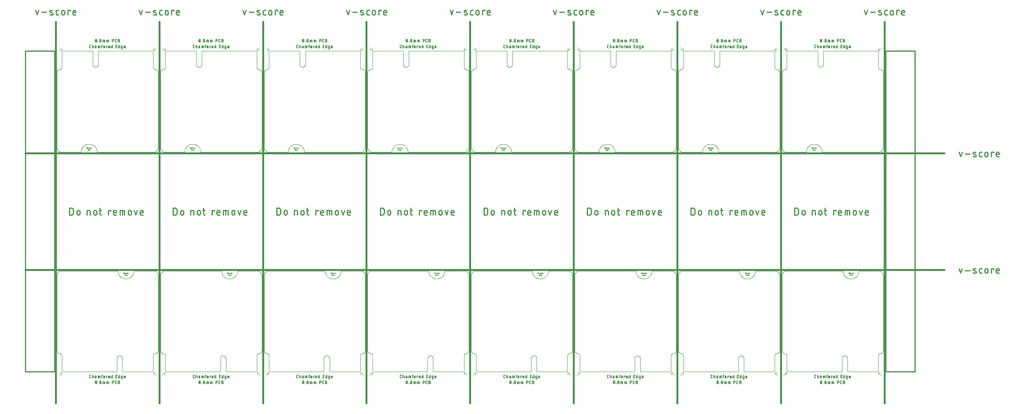
<source format=gko>
G04 EAGLE Gerber RS-274X export*
G75*
%MOMM*%
%FSLAX34Y34*%
%LPD*%
%IN*%
%IPPOS*%
%AMOC8*
5,1,8,0,0,1.08239X$1,22.5*%
G01*
%ADD10C,0.050000*%
%ADD11C,0.050800*%
%ADD12C,0.381000*%
%ADD13C,0.279400*%
%ADD14C,0.254000*%
%ADD15C,0.127000*%
%ADD16C,0.101600*%
%ADD17C,0.025400*%


D10*
X0Y46000D02*
X0Y210000D01*
X10000Y220000D02*
X132500Y220000D01*
X167500Y220000D02*
X210000Y220000D01*
X220000Y210000D02*
X220000Y46000D01*
X220000Y210000D02*
X219991Y210248D01*
X219976Y210495D01*
X219955Y210742D01*
X219928Y210988D01*
X219895Y211233D01*
X219856Y211478D01*
X219812Y211722D01*
X219761Y211964D01*
X219705Y212205D01*
X219642Y212445D01*
X219574Y212683D01*
X219501Y212920D01*
X219421Y213154D01*
X219336Y213387D01*
X219246Y213617D01*
X219149Y213846D01*
X219048Y214072D01*
X218941Y214295D01*
X218828Y214516D01*
X218710Y214734D01*
X218587Y214949D01*
X218459Y215160D01*
X218326Y215369D01*
X218188Y215575D01*
X218045Y215777D01*
X217897Y215976D01*
X217744Y216171D01*
X217586Y216362D01*
X217424Y216549D01*
X217258Y216733D01*
X217087Y216912D01*
X216912Y217087D01*
X216733Y217258D01*
X216549Y217424D01*
X216362Y217586D01*
X216171Y217744D01*
X215976Y217897D01*
X215777Y218045D01*
X215575Y218188D01*
X215369Y218326D01*
X215160Y218459D01*
X214949Y218587D01*
X214734Y218710D01*
X214516Y218828D01*
X214295Y218941D01*
X214072Y219048D01*
X213846Y219149D01*
X213617Y219246D01*
X213387Y219336D01*
X213154Y219421D01*
X212920Y219501D01*
X212683Y219574D01*
X212445Y219642D01*
X212205Y219705D01*
X211964Y219761D01*
X211722Y219812D01*
X211478Y219856D01*
X211233Y219895D01*
X210988Y219928D01*
X210742Y219955D01*
X210495Y219976D01*
X210248Y219991D01*
X210000Y220000D01*
X10000Y220000D02*
X9752Y219991D01*
X9505Y219976D01*
X9258Y219955D01*
X9012Y219928D01*
X8767Y219895D01*
X8522Y219856D01*
X8278Y219812D01*
X8036Y219761D01*
X7795Y219705D01*
X7555Y219642D01*
X7317Y219574D01*
X7080Y219501D01*
X6846Y219421D01*
X6613Y219336D01*
X6383Y219246D01*
X6154Y219149D01*
X5928Y219048D01*
X5705Y218941D01*
X5484Y218828D01*
X5266Y218710D01*
X5051Y218587D01*
X4840Y218459D01*
X4631Y218326D01*
X4425Y218188D01*
X4223Y218045D01*
X4024Y217897D01*
X3829Y217744D01*
X3638Y217586D01*
X3451Y217424D01*
X3267Y217258D01*
X3088Y217087D01*
X2913Y216912D01*
X2742Y216733D01*
X2576Y216549D01*
X2414Y216362D01*
X2256Y216171D01*
X2103Y215976D01*
X1955Y215777D01*
X1812Y215575D01*
X1674Y215369D01*
X1541Y215160D01*
X1413Y214949D01*
X1290Y214734D01*
X1172Y214516D01*
X1059Y214295D01*
X952Y214072D01*
X851Y213846D01*
X754Y213617D01*
X664Y213387D01*
X579Y213154D01*
X499Y212920D01*
X426Y212683D01*
X358Y212445D01*
X295Y212205D01*
X239Y211964D01*
X188Y211722D01*
X144Y211478D01*
X105Y211233D01*
X72Y210988D01*
X45Y210742D01*
X24Y210495D01*
X9Y210248D01*
X0Y210000D01*
X-1Y46000D02*
X6Y45844D01*
X16Y45688D01*
X30Y45533D01*
X48Y45378D01*
X70Y45224D01*
X96Y45070D01*
X126Y44917D01*
X160Y44765D01*
X197Y44614D01*
X238Y44463D01*
X283Y44314D01*
X332Y44166D01*
X385Y44019D01*
X441Y43874D01*
X501Y43730D01*
X564Y43587D01*
X631Y43447D01*
X702Y43308D01*
X776Y43170D01*
X854Y43035D01*
X934Y42902D01*
X1019Y42771D01*
X1106Y42642D01*
X1197Y42515D01*
X1291Y42390D01*
X1388Y42268D01*
X1488Y42149D01*
X1591Y42032D01*
X1697Y41918D01*
X1806Y41806D01*
X1918Y41697D01*
X2032Y41591D01*
X2149Y41488D01*
X2268Y41388D01*
X2390Y41291D01*
X2515Y41197D01*
X2642Y41106D01*
X2771Y41019D01*
X2902Y40934D01*
X3035Y40854D01*
X3170Y40776D01*
X3308Y40702D01*
X3447Y40631D01*
X3587Y40564D01*
X3730Y40501D01*
X3874Y40441D01*
X4019Y40385D01*
X4166Y40332D01*
X4314Y40283D01*
X4463Y40238D01*
X4614Y40197D01*
X4765Y40160D01*
X4917Y40126D01*
X5070Y40096D01*
X5224Y40070D01*
X5378Y40048D01*
X5533Y40030D01*
X5688Y40016D01*
X5844Y40006D01*
X6000Y39999D01*
X214000Y39999D02*
X214156Y40006D01*
X214312Y40016D01*
X214467Y40030D01*
X214622Y40048D01*
X214776Y40070D01*
X214930Y40096D01*
X215083Y40126D01*
X215235Y40160D01*
X215386Y40197D01*
X215537Y40238D01*
X215686Y40283D01*
X215834Y40332D01*
X215981Y40385D01*
X216126Y40441D01*
X216270Y40501D01*
X216413Y40564D01*
X216553Y40631D01*
X216692Y40702D01*
X216830Y40776D01*
X216965Y40854D01*
X217098Y40934D01*
X217229Y41019D01*
X217358Y41106D01*
X217485Y41197D01*
X217610Y41291D01*
X217732Y41388D01*
X217851Y41488D01*
X217968Y41591D01*
X218082Y41697D01*
X218194Y41806D01*
X218303Y41918D01*
X218409Y42032D01*
X218512Y42149D01*
X218612Y42268D01*
X218709Y42390D01*
X218803Y42515D01*
X218894Y42642D01*
X218981Y42771D01*
X219066Y42902D01*
X219146Y43035D01*
X219224Y43170D01*
X219298Y43308D01*
X219369Y43447D01*
X219436Y43587D01*
X219499Y43730D01*
X219559Y43874D01*
X219615Y44019D01*
X219668Y44166D01*
X219717Y44314D01*
X219762Y44463D01*
X219803Y44614D01*
X219840Y44765D01*
X219874Y44917D01*
X219904Y45070D01*
X219930Y45224D01*
X219952Y45378D01*
X219970Y45533D01*
X219984Y45688D01*
X219994Y45844D01*
X220001Y46000D01*
D11*
X209250Y0D02*
X142250Y0D01*
X130250Y0D02*
X10750Y0D01*
X10750Y35000D01*
X209250Y35000D02*
X209250Y0D01*
X209250Y35000D02*
X209254Y35140D01*
X209263Y35280D01*
X209275Y35420D01*
X209291Y35559D01*
X209311Y35698D01*
X209334Y35836D01*
X209362Y35974D01*
X209393Y36110D01*
X209428Y36246D01*
X209467Y36381D01*
X209509Y36515D01*
X209555Y36647D01*
X209605Y36778D01*
X209658Y36908D01*
X209715Y37036D01*
X209775Y37163D01*
X209838Y37288D01*
X209906Y37411D01*
X209976Y37532D01*
X210050Y37651D01*
X210127Y37769D01*
X210207Y37884D01*
X210290Y37996D01*
X210377Y38107D01*
X210466Y38215D01*
X210558Y38320D01*
X210653Y38423D01*
X210751Y38524D01*
X210852Y38621D01*
X210955Y38716D01*
X211061Y38808D01*
X211170Y38897D01*
X211280Y38983D01*
X211393Y39066D01*
X211509Y39146D01*
X211626Y39222D01*
X211746Y39296D01*
X211867Y39366D01*
X211991Y39432D01*
X212116Y39495D01*
X212243Y39555D01*
X212371Y39611D01*
X212501Y39664D01*
X212632Y39713D01*
X212765Y39759D01*
X212899Y39801D01*
X213034Y39839D01*
X213170Y39873D01*
X213306Y39904D01*
X213444Y39931D01*
X213582Y39954D01*
X213721Y39973D01*
X213861Y39989D01*
X214000Y40001D01*
X10750Y35000D02*
X10744Y35142D01*
X10734Y35285D01*
X10720Y35426D01*
X10702Y35568D01*
X10681Y35709D01*
X10655Y35849D01*
X10626Y35988D01*
X10593Y36127D01*
X10556Y36264D01*
X10515Y36401D01*
X10470Y36536D01*
X10422Y36670D01*
X10370Y36803D01*
X10314Y36934D01*
X10255Y37064D01*
X10192Y37192D01*
X10126Y37318D01*
X10056Y37442D01*
X9983Y37564D01*
X9907Y37684D01*
X9827Y37802D01*
X9744Y37918D01*
X9658Y38032D01*
X9569Y38143D01*
X9476Y38251D01*
X9381Y38357D01*
X9283Y38461D01*
X9182Y38561D01*
X9078Y38659D01*
X8972Y38754D01*
X8863Y38846D01*
X8752Y38934D01*
X8638Y39020D01*
X8522Y39103D01*
X8403Y39182D01*
X8283Y39258D01*
X8160Y39331D01*
X8036Y39400D01*
X7909Y39466D01*
X7781Y39528D01*
X7651Y39587D01*
X7520Y39642D01*
X7387Y39693D01*
X7253Y39741D01*
X7117Y39785D01*
X6981Y39825D01*
X6843Y39862D01*
X6704Y39894D01*
X6565Y39923D01*
X6424Y39948D01*
X6284Y39969D01*
X6142Y39986D01*
X6000Y40000D01*
X142250Y29000D02*
X142250Y0D01*
X130250Y0D02*
X130250Y29000D01*
X130252Y29153D01*
X130258Y29306D01*
X130268Y29459D01*
X130281Y29612D01*
X130299Y29764D01*
X130320Y29916D01*
X130346Y30067D01*
X130375Y30217D01*
X130408Y30367D01*
X130445Y30516D01*
X130485Y30664D01*
X130530Y30810D01*
X130578Y30956D01*
X130630Y31100D01*
X130685Y31243D01*
X130744Y31384D01*
X130807Y31524D01*
X130873Y31662D01*
X130943Y31799D01*
X131016Y31933D01*
X131093Y32066D01*
X131173Y32197D01*
X131256Y32325D01*
X131342Y32452D01*
X131432Y32576D01*
X131525Y32698D01*
X131621Y32817D01*
X131720Y32934D01*
X131822Y33049D01*
X131927Y33161D01*
X132035Y33270D01*
X132145Y33376D01*
X132258Y33479D01*
X132374Y33580D01*
X132492Y33677D01*
X132613Y33772D01*
X132736Y33863D01*
X132861Y33951D01*
X132989Y34036D01*
X133118Y34118D01*
X133250Y34196D01*
X133384Y34271D01*
X133519Y34343D01*
X133657Y34411D01*
X133796Y34475D01*
X133936Y34536D01*
X134078Y34593D01*
X134222Y34647D01*
X134367Y34697D01*
X134513Y34743D01*
X134660Y34786D01*
X134808Y34824D01*
X134958Y34859D01*
X135108Y34890D01*
X135258Y34918D01*
X135410Y34941D01*
X135562Y34960D01*
X135714Y34976D01*
X135867Y34988D01*
X136020Y34996D01*
X136173Y35000D01*
X136327Y35000D01*
X136480Y34996D01*
X136633Y34988D01*
X136786Y34976D01*
X136938Y34960D01*
X137090Y34941D01*
X137242Y34918D01*
X137392Y34890D01*
X137542Y34859D01*
X137692Y34824D01*
X137840Y34786D01*
X137987Y34743D01*
X138133Y34697D01*
X138278Y34647D01*
X138422Y34593D01*
X138564Y34536D01*
X138704Y34475D01*
X138843Y34411D01*
X138981Y34343D01*
X139116Y34271D01*
X139250Y34196D01*
X139382Y34118D01*
X139511Y34036D01*
X139639Y33951D01*
X139764Y33863D01*
X139887Y33772D01*
X140008Y33677D01*
X140126Y33580D01*
X140242Y33479D01*
X140355Y33376D01*
X140465Y33270D01*
X140573Y33161D01*
X140678Y33049D01*
X140780Y32934D01*
X140879Y32817D01*
X140975Y32698D01*
X141068Y32576D01*
X141158Y32452D01*
X141244Y32325D01*
X141327Y32197D01*
X141407Y32066D01*
X141484Y31933D01*
X141557Y31799D01*
X141627Y31662D01*
X141693Y31524D01*
X141756Y31384D01*
X141815Y31243D01*
X141870Y31100D01*
X141922Y30956D01*
X141970Y30810D01*
X142015Y30664D01*
X142055Y30516D01*
X142092Y30367D01*
X142125Y30217D01*
X142154Y30067D01*
X142180Y29916D01*
X142201Y29764D01*
X142219Y29612D01*
X142232Y29459D01*
X142242Y29306D01*
X142248Y29153D01*
X142250Y29000D01*
D10*
X214000Y39999D02*
X214156Y40006D01*
X214312Y40016D01*
X214467Y40030D01*
X214622Y40048D01*
X214776Y40070D01*
X214930Y40096D01*
X215083Y40126D01*
X215235Y40160D01*
X215386Y40197D01*
X215537Y40238D01*
X215686Y40283D01*
X215834Y40332D01*
X215981Y40385D01*
X216126Y40441D01*
X216270Y40501D01*
X216413Y40564D01*
X216553Y40631D01*
X216692Y40702D01*
X216830Y40776D01*
X216965Y40854D01*
X217098Y40934D01*
X217229Y41019D01*
X217358Y41106D01*
X217485Y41197D01*
X217610Y41291D01*
X217732Y41388D01*
X217851Y41488D01*
X217968Y41591D01*
X218082Y41697D01*
X218194Y41806D01*
X218303Y41918D01*
X218409Y42032D01*
X218512Y42149D01*
X218612Y42268D01*
X218709Y42390D01*
X218803Y42515D01*
X218894Y42642D01*
X218981Y42771D01*
X219066Y42902D01*
X219146Y43035D01*
X219224Y43170D01*
X219298Y43308D01*
X219369Y43447D01*
X219436Y43587D01*
X219499Y43730D01*
X219559Y43874D01*
X219615Y44019D01*
X219668Y44166D01*
X219717Y44314D01*
X219762Y44463D01*
X219803Y44614D01*
X219840Y44765D01*
X219874Y44917D01*
X219904Y45070D01*
X219930Y45224D01*
X219952Y45378D01*
X219970Y45533D01*
X219984Y45688D01*
X219994Y45844D01*
X220001Y46000D01*
X6000Y39999D02*
X5844Y40006D01*
X5688Y40016D01*
X5533Y40030D01*
X5378Y40048D01*
X5224Y40070D01*
X5070Y40096D01*
X4917Y40126D01*
X4765Y40160D01*
X4614Y40197D01*
X4463Y40238D01*
X4314Y40283D01*
X4166Y40332D01*
X4019Y40385D01*
X3874Y40441D01*
X3730Y40501D01*
X3587Y40564D01*
X3447Y40631D01*
X3308Y40702D01*
X3170Y40776D01*
X3035Y40854D01*
X2902Y40934D01*
X2771Y41019D01*
X2642Y41106D01*
X2515Y41197D01*
X2390Y41291D01*
X2268Y41388D01*
X2149Y41488D01*
X2032Y41591D01*
X1918Y41697D01*
X1806Y41806D01*
X1697Y41918D01*
X1591Y42032D01*
X1488Y42149D01*
X1388Y42268D01*
X1291Y42390D01*
X1197Y42515D01*
X1106Y42642D01*
X1019Y42771D01*
X934Y42902D01*
X854Y43035D01*
X776Y43170D01*
X702Y43308D01*
X631Y43447D01*
X564Y43587D01*
X501Y43730D01*
X441Y43874D01*
X385Y44019D01*
X332Y44166D01*
X283Y44314D01*
X238Y44463D01*
X197Y44614D01*
X160Y44765D01*
X126Y44917D01*
X96Y45070D01*
X70Y45224D01*
X48Y45378D01*
X30Y45533D01*
X16Y45688D01*
X6Y45844D01*
X-1Y46000D01*
X132500Y220000D02*
X132505Y219574D01*
X132521Y219148D01*
X132547Y218723D01*
X132583Y218298D01*
X132630Y217874D01*
X132686Y217452D01*
X132754Y217031D01*
X132831Y216612D01*
X132919Y216195D01*
X133016Y215780D01*
X133124Y215368D01*
X133242Y214958D01*
X133370Y214552D01*
X133507Y214148D01*
X133655Y213748D01*
X133812Y213352D01*
X133978Y212960D01*
X134155Y212572D01*
X134340Y212188D01*
X134535Y211809D01*
X134739Y211435D01*
X134952Y211066D01*
X135174Y210702D01*
X135405Y210344D01*
X135644Y209992D01*
X135892Y209645D01*
X136149Y209304D01*
X136413Y208970D01*
X136686Y208643D01*
X136966Y208322D01*
X137255Y208008D01*
X137551Y207701D01*
X137854Y207402D01*
X138164Y207110D01*
X138481Y206825D01*
X138806Y206549D01*
X139137Y206280D01*
X139474Y206020D01*
X139817Y205767D01*
X140167Y205524D01*
X140522Y205289D01*
X140884Y205062D01*
X141250Y204845D01*
X141622Y204636D01*
X141998Y204437D01*
X142380Y204246D01*
X142765Y204065D01*
X143156Y203894D01*
X143550Y203732D01*
X143948Y203580D01*
X144350Y203437D01*
X144755Y203305D01*
X145163Y203182D01*
X145574Y203069D01*
X145987Y202966D01*
X146403Y202874D01*
X146821Y202791D01*
X147241Y202719D01*
X147663Y202657D01*
X148086Y202605D01*
X148510Y202564D01*
X148935Y202532D01*
X149361Y202512D01*
X149787Y202501D01*
X150213Y202501D01*
X150639Y202512D01*
X151065Y202532D01*
X151490Y202564D01*
X151914Y202605D01*
X152337Y202657D01*
X152759Y202719D01*
X153179Y202791D01*
X153597Y202874D01*
X154013Y202966D01*
X154426Y203069D01*
X154837Y203182D01*
X155245Y203305D01*
X155650Y203437D01*
X156052Y203580D01*
X156450Y203732D01*
X156844Y203894D01*
X157235Y204065D01*
X157620Y204246D01*
X158002Y204437D01*
X158378Y204636D01*
X158750Y204845D01*
X159116Y205062D01*
X159478Y205289D01*
X159833Y205524D01*
X160183Y205767D01*
X160526Y206020D01*
X160863Y206280D01*
X161194Y206549D01*
X161519Y206825D01*
X161836Y207110D01*
X162146Y207402D01*
X162449Y207701D01*
X162745Y208008D01*
X163034Y208322D01*
X163314Y208643D01*
X163587Y208970D01*
X163851Y209304D01*
X164108Y209645D01*
X164356Y209992D01*
X164595Y210344D01*
X164826Y210702D01*
X165048Y211066D01*
X165261Y211435D01*
X165465Y211809D01*
X165660Y212188D01*
X165845Y212572D01*
X166022Y212960D01*
X166188Y213352D01*
X166345Y213748D01*
X166493Y214148D01*
X166630Y214552D01*
X166758Y214958D01*
X166876Y215368D01*
X166984Y215780D01*
X167081Y216195D01*
X167169Y216612D01*
X167246Y217031D01*
X167314Y217452D01*
X167370Y217874D01*
X167417Y218298D01*
X167453Y218723D01*
X167479Y219148D01*
X167495Y219574D01*
X167500Y220000D01*
X225069Y210000D02*
X225069Y46000D01*
X235069Y220000D02*
X357569Y220000D01*
X392569Y220000D02*
X435069Y220000D01*
X445069Y210000D02*
X445069Y46000D01*
X445069Y210000D02*
X445060Y210248D01*
X445045Y210495D01*
X445024Y210742D01*
X444997Y210988D01*
X444964Y211233D01*
X444925Y211478D01*
X444881Y211722D01*
X444830Y211964D01*
X444774Y212205D01*
X444711Y212445D01*
X444643Y212683D01*
X444570Y212920D01*
X444490Y213154D01*
X444405Y213387D01*
X444315Y213617D01*
X444218Y213846D01*
X444117Y214072D01*
X444010Y214295D01*
X443897Y214516D01*
X443779Y214734D01*
X443656Y214949D01*
X443528Y215160D01*
X443395Y215369D01*
X443257Y215575D01*
X443114Y215777D01*
X442966Y215976D01*
X442813Y216171D01*
X442655Y216362D01*
X442493Y216549D01*
X442327Y216733D01*
X442156Y216912D01*
X441981Y217087D01*
X441802Y217258D01*
X441618Y217424D01*
X441431Y217586D01*
X441240Y217744D01*
X441045Y217897D01*
X440846Y218045D01*
X440644Y218188D01*
X440438Y218326D01*
X440229Y218459D01*
X440018Y218587D01*
X439803Y218710D01*
X439585Y218828D01*
X439364Y218941D01*
X439141Y219048D01*
X438915Y219149D01*
X438686Y219246D01*
X438456Y219336D01*
X438223Y219421D01*
X437989Y219501D01*
X437752Y219574D01*
X437514Y219642D01*
X437274Y219705D01*
X437033Y219761D01*
X436791Y219812D01*
X436547Y219856D01*
X436302Y219895D01*
X436057Y219928D01*
X435811Y219955D01*
X435564Y219976D01*
X435317Y219991D01*
X435069Y220000D01*
X235069Y220000D02*
X234821Y219991D01*
X234574Y219976D01*
X234327Y219955D01*
X234081Y219928D01*
X233836Y219895D01*
X233591Y219856D01*
X233347Y219812D01*
X233105Y219761D01*
X232864Y219705D01*
X232624Y219642D01*
X232386Y219574D01*
X232149Y219501D01*
X231915Y219421D01*
X231682Y219336D01*
X231452Y219246D01*
X231223Y219149D01*
X230997Y219048D01*
X230774Y218941D01*
X230553Y218828D01*
X230335Y218710D01*
X230120Y218587D01*
X229909Y218459D01*
X229700Y218326D01*
X229494Y218188D01*
X229292Y218045D01*
X229093Y217897D01*
X228898Y217744D01*
X228707Y217586D01*
X228520Y217424D01*
X228336Y217258D01*
X228157Y217087D01*
X227982Y216912D01*
X227811Y216733D01*
X227645Y216549D01*
X227483Y216362D01*
X227325Y216171D01*
X227172Y215976D01*
X227024Y215777D01*
X226881Y215575D01*
X226743Y215369D01*
X226610Y215160D01*
X226482Y214949D01*
X226359Y214734D01*
X226241Y214516D01*
X226128Y214295D01*
X226021Y214072D01*
X225920Y213846D01*
X225823Y213617D01*
X225733Y213387D01*
X225648Y213154D01*
X225568Y212920D01*
X225495Y212683D01*
X225427Y212445D01*
X225364Y212205D01*
X225308Y211964D01*
X225257Y211722D01*
X225213Y211478D01*
X225174Y211233D01*
X225141Y210988D01*
X225114Y210742D01*
X225093Y210495D01*
X225078Y210248D01*
X225069Y210000D01*
X225069Y46000D02*
X225076Y45844D01*
X225086Y45688D01*
X225100Y45533D01*
X225118Y45378D01*
X225140Y45224D01*
X225166Y45070D01*
X225196Y44917D01*
X225230Y44765D01*
X225267Y44614D01*
X225308Y44463D01*
X225353Y44314D01*
X225402Y44166D01*
X225455Y44019D01*
X225511Y43874D01*
X225571Y43730D01*
X225634Y43587D01*
X225701Y43447D01*
X225772Y43308D01*
X225846Y43170D01*
X225924Y43035D01*
X226004Y42902D01*
X226089Y42771D01*
X226176Y42642D01*
X226267Y42515D01*
X226361Y42390D01*
X226458Y42268D01*
X226558Y42149D01*
X226661Y42032D01*
X226767Y41918D01*
X226876Y41806D01*
X226988Y41697D01*
X227102Y41591D01*
X227219Y41488D01*
X227338Y41388D01*
X227460Y41291D01*
X227585Y41197D01*
X227712Y41106D01*
X227841Y41019D01*
X227972Y40934D01*
X228105Y40854D01*
X228240Y40776D01*
X228378Y40702D01*
X228517Y40631D01*
X228657Y40564D01*
X228800Y40501D01*
X228944Y40441D01*
X229089Y40385D01*
X229236Y40332D01*
X229384Y40283D01*
X229533Y40238D01*
X229684Y40197D01*
X229835Y40160D01*
X229987Y40126D01*
X230140Y40096D01*
X230294Y40070D01*
X230448Y40048D01*
X230603Y40030D01*
X230758Y40016D01*
X230914Y40006D01*
X231070Y39999D01*
X439069Y39999D02*
X439225Y40006D01*
X439381Y40016D01*
X439536Y40030D01*
X439691Y40048D01*
X439845Y40070D01*
X439999Y40096D01*
X440152Y40126D01*
X440304Y40160D01*
X440455Y40197D01*
X440606Y40238D01*
X440755Y40283D01*
X440903Y40332D01*
X441050Y40385D01*
X441195Y40441D01*
X441339Y40501D01*
X441482Y40564D01*
X441622Y40631D01*
X441761Y40702D01*
X441899Y40776D01*
X442034Y40854D01*
X442167Y40934D01*
X442298Y41019D01*
X442427Y41106D01*
X442554Y41197D01*
X442679Y41291D01*
X442801Y41388D01*
X442920Y41488D01*
X443037Y41591D01*
X443151Y41697D01*
X443263Y41806D01*
X443372Y41918D01*
X443478Y42032D01*
X443581Y42149D01*
X443681Y42268D01*
X443778Y42390D01*
X443872Y42515D01*
X443963Y42642D01*
X444050Y42771D01*
X444135Y42902D01*
X444215Y43035D01*
X444293Y43170D01*
X444367Y43308D01*
X444438Y43447D01*
X444505Y43587D01*
X444568Y43730D01*
X444628Y43874D01*
X444684Y44019D01*
X444737Y44166D01*
X444786Y44314D01*
X444831Y44463D01*
X444872Y44614D01*
X444909Y44765D01*
X444943Y44917D01*
X444973Y45070D01*
X444999Y45224D01*
X445021Y45378D01*
X445039Y45533D01*
X445053Y45688D01*
X445063Y45844D01*
X445070Y46000D01*
D11*
X434319Y0D02*
X367319Y0D01*
X355319Y0D02*
X235819Y0D01*
X235819Y35000D01*
X434319Y35000D02*
X434319Y0D01*
X434319Y35000D02*
X434323Y35140D01*
X434332Y35280D01*
X434344Y35420D01*
X434360Y35559D01*
X434380Y35698D01*
X434403Y35836D01*
X434431Y35974D01*
X434462Y36110D01*
X434497Y36246D01*
X434536Y36381D01*
X434578Y36515D01*
X434624Y36647D01*
X434674Y36778D01*
X434727Y36908D01*
X434784Y37036D01*
X434844Y37163D01*
X434907Y37288D01*
X434975Y37411D01*
X435045Y37532D01*
X435119Y37651D01*
X435196Y37769D01*
X435276Y37884D01*
X435359Y37996D01*
X435446Y38107D01*
X435535Y38215D01*
X435627Y38320D01*
X435722Y38423D01*
X435820Y38524D01*
X435921Y38621D01*
X436024Y38716D01*
X436130Y38808D01*
X436239Y38897D01*
X436349Y38983D01*
X436462Y39066D01*
X436578Y39146D01*
X436695Y39222D01*
X436815Y39296D01*
X436936Y39366D01*
X437060Y39432D01*
X437185Y39495D01*
X437312Y39555D01*
X437440Y39611D01*
X437570Y39664D01*
X437701Y39713D01*
X437834Y39759D01*
X437968Y39801D01*
X438103Y39839D01*
X438239Y39873D01*
X438375Y39904D01*
X438513Y39931D01*
X438651Y39954D01*
X438790Y39973D01*
X438930Y39989D01*
X439069Y40001D01*
X235819Y35000D02*
X235813Y35142D01*
X235803Y35285D01*
X235789Y35426D01*
X235771Y35568D01*
X235750Y35709D01*
X235724Y35849D01*
X235695Y35988D01*
X235662Y36127D01*
X235625Y36264D01*
X235584Y36401D01*
X235539Y36536D01*
X235491Y36670D01*
X235439Y36803D01*
X235383Y36934D01*
X235324Y37064D01*
X235261Y37192D01*
X235195Y37318D01*
X235125Y37442D01*
X235052Y37564D01*
X234976Y37684D01*
X234896Y37802D01*
X234813Y37918D01*
X234727Y38032D01*
X234638Y38143D01*
X234545Y38251D01*
X234450Y38357D01*
X234352Y38461D01*
X234251Y38561D01*
X234147Y38659D01*
X234041Y38754D01*
X233932Y38846D01*
X233821Y38934D01*
X233707Y39020D01*
X233591Y39103D01*
X233472Y39182D01*
X233352Y39258D01*
X233229Y39331D01*
X233105Y39400D01*
X232978Y39466D01*
X232850Y39528D01*
X232720Y39587D01*
X232589Y39642D01*
X232456Y39693D01*
X232322Y39741D01*
X232186Y39785D01*
X232050Y39825D01*
X231912Y39862D01*
X231773Y39894D01*
X231634Y39923D01*
X231493Y39948D01*
X231353Y39969D01*
X231211Y39986D01*
X231069Y40000D01*
X367319Y29000D02*
X367319Y0D01*
X355319Y0D02*
X355319Y29000D01*
X355321Y29153D01*
X355327Y29306D01*
X355337Y29459D01*
X355350Y29612D01*
X355368Y29764D01*
X355389Y29916D01*
X355415Y30067D01*
X355444Y30217D01*
X355477Y30367D01*
X355514Y30516D01*
X355554Y30664D01*
X355599Y30810D01*
X355647Y30956D01*
X355699Y31100D01*
X355754Y31243D01*
X355813Y31384D01*
X355876Y31524D01*
X355942Y31662D01*
X356012Y31799D01*
X356085Y31933D01*
X356162Y32066D01*
X356242Y32197D01*
X356325Y32325D01*
X356411Y32452D01*
X356501Y32576D01*
X356594Y32698D01*
X356690Y32817D01*
X356789Y32934D01*
X356891Y33049D01*
X356996Y33161D01*
X357104Y33270D01*
X357214Y33376D01*
X357327Y33479D01*
X357443Y33580D01*
X357561Y33677D01*
X357682Y33772D01*
X357805Y33863D01*
X357930Y33951D01*
X358058Y34036D01*
X358187Y34118D01*
X358319Y34196D01*
X358453Y34271D01*
X358588Y34343D01*
X358726Y34411D01*
X358865Y34475D01*
X359005Y34536D01*
X359147Y34593D01*
X359291Y34647D01*
X359436Y34697D01*
X359582Y34743D01*
X359729Y34786D01*
X359877Y34824D01*
X360027Y34859D01*
X360177Y34890D01*
X360327Y34918D01*
X360479Y34941D01*
X360631Y34960D01*
X360783Y34976D01*
X360936Y34988D01*
X361089Y34996D01*
X361242Y35000D01*
X361396Y35000D01*
X361549Y34996D01*
X361702Y34988D01*
X361855Y34976D01*
X362007Y34960D01*
X362159Y34941D01*
X362311Y34918D01*
X362461Y34890D01*
X362611Y34859D01*
X362761Y34824D01*
X362909Y34786D01*
X363056Y34743D01*
X363202Y34697D01*
X363347Y34647D01*
X363491Y34593D01*
X363633Y34536D01*
X363773Y34475D01*
X363912Y34411D01*
X364050Y34343D01*
X364185Y34271D01*
X364319Y34196D01*
X364451Y34118D01*
X364580Y34036D01*
X364708Y33951D01*
X364833Y33863D01*
X364956Y33772D01*
X365077Y33677D01*
X365195Y33580D01*
X365311Y33479D01*
X365424Y33376D01*
X365534Y33270D01*
X365642Y33161D01*
X365747Y33049D01*
X365849Y32934D01*
X365948Y32817D01*
X366044Y32698D01*
X366137Y32576D01*
X366227Y32452D01*
X366313Y32325D01*
X366396Y32197D01*
X366476Y32066D01*
X366553Y31933D01*
X366626Y31799D01*
X366696Y31662D01*
X366762Y31524D01*
X366825Y31384D01*
X366884Y31243D01*
X366939Y31100D01*
X366991Y30956D01*
X367039Y30810D01*
X367084Y30664D01*
X367124Y30516D01*
X367161Y30367D01*
X367194Y30217D01*
X367223Y30067D01*
X367249Y29916D01*
X367270Y29764D01*
X367288Y29612D01*
X367301Y29459D01*
X367311Y29306D01*
X367317Y29153D01*
X367319Y29000D01*
D10*
X439069Y39999D02*
X439225Y40006D01*
X439381Y40016D01*
X439536Y40030D01*
X439691Y40048D01*
X439845Y40070D01*
X439999Y40096D01*
X440152Y40126D01*
X440304Y40160D01*
X440455Y40197D01*
X440606Y40238D01*
X440755Y40283D01*
X440903Y40332D01*
X441050Y40385D01*
X441195Y40441D01*
X441339Y40501D01*
X441482Y40564D01*
X441622Y40631D01*
X441761Y40702D01*
X441899Y40776D01*
X442034Y40854D01*
X442167Y40934D01*
X442298Y41019D01*
X442427Y41106D01*
X442554Y41197D01*
X442679Y41291D01*
X442801Y41388D01*
X442920Y41488D01*
X443037Y41591D01*
X443151Y41697D01*
X443263Y41806D01*
X443372Y41918D01*
X443478Y42032D01*
X443581Y42149D01*
X443681Y42268D01*
X443778Y42390D01*
X443872Y42515D01*
X443963Y42642D01*
X444050Y42771D01*
X444135Y42902D01*
X444215Y43035D01*
X444293Y43170D01*
X444367Y43308D01*
X444438Y43447D01*
X444505Y43587D01*
X444568Y43730D01*
X444628Y43874D01*
X444684Y44019D01*
X444737Y44166D01*
X444786Y44314D01*
X444831Y44463D01*
X444872Y44614D01*
X444909Y44765D01*
X444943Y44917D01*
X444973Y45070D01*
X444999Y45224D01*
X445021Y45378D01*
X445039Y45533D01*
X445053Y45688D01*
X445063Y45844D01*
X445070Y46000D01*
X231070Y39999D02*
X230914Y40006D01*
X230758Y40016D01*
X230603Y40030D01*
X230448Y40048D01*
X230294Y40070D01*
X230140Y40096D01*
X229987Y40126D01*
X229835Y40160D01*
X229684Y40197D01*
X229533Y40238D01*
X229384Y40283D01*
X229236Y40332D01*
X229089Y40385D01*
X228944Y40441D01*
X228800Y40501D01*
X228657Y40564D01*
X228517Y40631D01*
X228378Y40702D01*
X228240Y40776D01*
X228105Y40854D01*
X227972Y40934D01*
X227841Y41019D01*
X227712Y41106D01*
X227585Y41197D01*
X227460Y41291D01*
X227338Y41388D01*
X227219Y41488D01*
X227102Y41591D01*
X226988Y41697D01*
X226876Y41806D01*
X226767Y41918D01*
X226661Y42032D01*
X226558Y42149D01*
X226458Y42268D01*
X226361Y42390D01*
X226267Y42515D01*
X226176Y42642D01*
X226089Y42771D01*
X226004Y42902D01*
X225924Y43035D01*
X225846Y43170D01*
X225772Y43308D01*
X225701Y43447D01*
X225634Y43587D01*
X225571Y43730D01*
X225511Y43874D01*
X225455Y44019D01*
X225402Y44166D01*
X225353Y44314D01*
X225308Y44463D01*
X225267Y44614D01*
X225230Y44765D01*
X225196Y44917D01*
X225166Y45070D01*
X225140Y45224D01*
X225118Y45378D01*
X225100Y45533D01*
X225086Y45688D01*
X225076Y45844D01*
X225069Y46000D01*
X357569Y220000D02*
X357574Y219574D01*
X357590Y219148D01*
X357616Y218723D01*
X357652Y218298D01*
X357699Y217874D01*
X357755Y217452D01*
X357823Y217031D01*
X357900Y216612D01*
X357988Y216195D01*
X358085Y215780D01*
X358193Y215368D01*
X358311Y214958D01*
X358439Y214552D01*
X358576Y214148D01*
X358724Y213748D01*
X358881Y213352D01*
X359047Y212960D01*
X359224Y212572D01*
X359409Y212188D01*
X359604Y211809D01*
X359808Y211435D01*
X360021Y211066D01*
X360243Y210702D01*
X360474Y210344D01*
X360713Y209992D01*
X360961Y209645D01*
X361218Y209304D01*
X361482Y208970D01*
X361755Y208643D01*
X362035Y208322D01*
X362324Y208008D01*
X362620Y207701D01*
X362923Y207402D01*
X363233Y207110D01*
X363550Y206825D01*
X363875Y206549D01*
X364206Y206280D01*
X364543Y206020D01*
X364886Y205767D01*
X365236Y205524D01*
X365591Y205289D01*
X365953Y205062D01*
X366319Y204845D01*
X366691Y204636D01*
X367067Y204437D01*
X367449Y204246D01*
X367834Y204065D01*
X368225Y203894D01*
X368619Y203732D01*
X369017Y203580D01*
X369419Y203437D01*
X369824Y203305D01*
X370232Y203182D01*
X370643Y203069D01*
X371056Y202966D01*
X371472Y202874D01*
X371890Y202791D01*
X372310Y202719D01*
X372732Y202657D01*
X373155Y202605D01*
X373579Y202564D01*
X374004Y202532D01*
X374430Y202512D01*
X374856Y202501D01*
X375282Y202501D01*
X375708Y202512D01*
X376134Y202532D01*
X376559Y202564D01*
X376983Y202605D01*
X377406Y202657D01*
X377828Y202719D01*
X378248Y202791D01*
X378666Y202874D01*
X379082Y202966D01*
X379495Y203069D01*
X379906Y203182D01*
X380314Y203305D01*
X380719Y203437D01*
X381121Y203580D01*
X381519Y203732D01*
X381913Y203894D01*
X382304Y204065D01*
X382689Y204246D01*
X383071Y204437D01*
X383447Y204636D01*
X383819Y204845D01*
X384185Y205062D01*
X384547Y205289D01*
X384902Y205524D01*
X385252Y205767D01*
X385595Y206020D01*
X385932Y206280D01*
X386263Y206549D01*
X386588Y206825D01*
X386905Y207110D01*
X387215Y207402D01*
X387518Y207701D01*
X387814Y208008D01*
X388103Y208322D01*
X388383Y208643D01*
X388656Y208970D01*
X388920Y209304D01*
X389177Y209645D01*
X389425Y209992D01*
X389664Y210344D01*
X389895Y210702D01*
X390117Y211066D01*
X390330Y211435D01*
X390534Y211809D01*
X390729Y212188D01*
X390914Y212572D01*
X391091Y212960D01*
X391257Y213352D01*
X391414Y213748D01*
X391562Y214148D01*
X391699Y214552D01*
X391827Y214958D01*
X391945Y215368D01*
X392053Y215780D01*
X392150Y216195D01*
X392238Y216612D01*
X392315Y217031D01*
X392383Y217452D01*
X392439Y217874D01*
X392486Y218298D01*
X392522Y218723D01*
X392548Y219148D01*
X392564Y219574D01*
X392569Y220000D01*
X450164Y210000D02*
X450164Y46000D01*
X460164Y220000D02*
X582664Y220000D01*
X617664Y220000D02*
X660164Y220000D01*
X670164Y210000D02*
X670164Y46000D01*
X670164Y210000D02*
X670155Y210248D01*
X670140Y210495D01*
X670119Y210742D01*
X670092Y210988D01*
X670059Y211233D01*
X670020Y211478D01*
X669976Y211722D01*
X669925Y211964D01*
X669869Y212205D01*
X669806Y212445D01*
X669738Y212683D01*
X669665Y212920D01*
X669585Y213154D01*
X669500Y213387D01*
X669410Y213617D01*
X669313Y213846D01*
X669212Y214072D01*
X669105Y214295D01*
X668992Y214516D01*
X668874Y214734D01*
X668751Y214949D01*
X668623Y215160D01*
X668490Y215369D01*
X668352Y215575D01*
X668209Y215777D01*
X668061Y215976D01*
X667908Y216171D01*
X667750Y216362D01*
X667588Y216549D01*
X667422Y216733D01*
X667251Y216912D01*
X667076Y217087D01*
X666897Y217258D01*
X666713Y217424D01*
X666526Y217586D01*
X666335Y217744D01*
X666140Y217897D01*
X665941Y218045D01*
X665739Y218188D01*
X665533Y218326D01*
X665324Y218459D01*
X665113Y218587D01*
X664898Y218710D01*
X664680Y218828D01*
X664459Y218941D01*
X664236Y219048D01*
X664010Y219149D01*
X663781Y219246D01*
X663551Y219336D01*
X663318Y219421D01*
X663084Y219501D01*
X662847Y219574D01*
X662609Y219642D01*
X662369Y219705D01*
X662128Y219761D01*
X661886Y219812D01*
X661642Y219856D01*
X661397Y219895D01*
X661152Y219928D01*
X660906Y219955D01*
X660659Y219976D01*
X660412Y219991D01*
X660164Y220000D01*
X460164Y220000D02*
X459916Y219991D01*
X459669Y219976D01*
X459422Y219955D01*
X459176Y219928D01*
X458931Y219895D01*
X458686Y219856D01*
X458442Y219812D01*
X458200Y219761D01*
X457959Y219705D01*
X457719Y219642D01*
X457481Y219574D01*
X457244Y219501D01*
X457010Y219421D01*
X456777Y219336D01*
X456547Y219246D01*
X456318Y219149D01*
X456092Y219048D01*
X455869Y218941D01*
X455648Y218828D01*
X455430Y218710D01*
X455215Y218587D01*
X455004Y218459D01*
X454795Y218326D01*
X454589Y218188D01*
X454387Y218045D01*
X454188Y217897D01*
X453993Y217744D01*
X453802Y217586D01*
X453615Y217424D01*
X453431Y217258D01*
X453252Y217087D01*
X453077Y216912D01*
X452906Y216733D01*
X452740Y216549D01*
X452578Y216362D01*
X452420Y216171D01*
X452267Y215976D01*
X452119Y215777D01*
X451976Y215575D01*
X451838Y215369D01*
X451705Y215160D01*
X451577Y214949D01*
X451454Y214734D01*
X451336Y214516D01*
X451223Y214295D01*
X451116Y214072D01*
X451015Y213846D01*
X450918Y213617D01*
X450828Y213387D01*
X450743Y213154D01*
X450663Y212920D01*
X450590Y212683D01*
X450522Y212445D01*
X450459Y212205D01*
X450403Y211964D01*
X450352Y211722D01*
X450308Y211478D01*
X450269Y211233D01*
X450236Y210988D01*
X450209Y210742D01*
X450188Y210495D01*
X450173Y210248D01*
X450164Y210000D01*
X450163Y46000D02*
X450170Y45844D01*
X450180Y45688D01*
X450194Y45533D01*
X450212Y45378D01*
X450234Y45224D01*
X450260Y45070D01*
X450290Y44917D01*
X450324Y44765D01*
X450361Y44614D01*
X450402Y44463D01*
X450447Y44314D01*
X450496Y44166D01*
X450549Y44019D01*
X450605Y43874D01*
X450665Y43730D01*
X450728Y43587D01*
X450795Y43447D01*
X450866Y43308D01*
X450940Y43170D01*
X451018Y43035D01*
X451098Y42902D01*
X451183Y42771D01*
X451270Y42642D01*
X451361Y42515D01*
X451455Y42390D01*
X451552Y42268D01*
X451652Y42149D01*
X451755Y42032D01*
X451861Y41918D01*
X451970Y41806D01*
X452082Y41697D01*
X452196Y41591D01*
X452313Y41488D01*
X452432Y41388D01*
X452554Y41291D01*
X452679Y41197D01*
X452806Y41106D01*
X452935Y41019D01*
X453066Y40934D01*
X453199Y40854D01*
X453334Y40776D01*
X453472Y40702D01*
X453611Y40631D01*
X453751Y40564D01*
X453894Y40501D01*
X454038Y40441D01*
X454183Y40385D01*
X454330Y40332D01*
X454478Y40283D01*
X454627Y40238D01*
X454778Y40197D01*
X454929Y40160D01*
X455081Y40126D01*
X455234Y40096D01*
X455388Y40070D01*
X455542Y40048D01*
X455697Y40030D01*
X455852Y40016D01*
X456008Y40006D01*
X456164Y39999D01*
X664164Y39999D02*
X664320Y40006D01*
X664476Y40016D01*
X664631Y40030D01*
X664786Y40048D01*
X664940Y40070D01*
X665094Y40096D01*
X665247Y40126D01*
X665399Y40160D01*
X665550Y40197D01*
X665701Y40238D01*
X665850Y40283D01*
X665998Y40332D01*
X666145Y40385D01*
X666290Y40441D01*
X666434Y40501D01*
X666577Y40564D01*
X666717Y40631D01*
X666856Y40702D01*
X666994Y40776D01*
X667129Y40854D01*
X667262Y40934D01*
X667393Y41019D01*
X667522Y41106D01*
X667649Y41197D01*
X667774Y41291D01*
X667896Y41388D01*
X668015Y41488D01*
X668132Y41591D01*
X668246Y41697D01*
X668358Y41806D01*
X668467Y41918D01*
X668573Y42032D01*
X668676Y42149D01*
X668776Y42268D01*
X668873Y42390D01*
X668967Y42515D01*
X669058Y42642D01*
X669145Y42771D01*
X669230Y42902D01*
X669310Y43035D01*
X669388Y43170D01*
X669462Y43308D01*
X669533Y43447D01*
X669600Y43587D01*
X669663Y43730D01*
X669723Y43874D01*
X669779Y44019D01*
X669832Y44166D01*
X669881Y44314D01*
X669926Y44463D01*
X669967Y44614D01*
X670004Y44765D01*
X670038Y44917D01*
X670068Y45070D01*
X670094Y45224D01*
X670116Y45378D01*
X670134Y45533D01*
X670148Y45688D01*
X670158Y45844D01*
X670165Y46000D01*
D11*
X659414Y0D02*
X592414Y0D01*
X580414Y0D02*
X460914Y0D01*
X460914Y35000D01*
X659414Y35000D02*
X659414Y0D01*
X659414Y35000D02*
X659418Y35140D01*
X659427Y35280D01*
X659439Y35420D01*
X659455Y35559D01*
X659475Y35698D01*
X659498Y35836D01*
X659526Y35974D01*
X659557Y36110D01*
X659592Y36246D01*
X659631Y36381D01*
X659673Y36515D01*
X659719Y36647D01*
X659769Y36778D01*
X659822Y36908D01*
X659879Y37036D01*
X659939Y37163D01*
X660002Y37288D01*
X660070Y37411D01*
X660140Y37532D01*
X660214Y37651D01*
X660291Y37769D01*
X660371Y37884D01*
X660454Y37996D01*
X660541Y38107D01*
X660630Y38215D01*
X660722Y38320D01*
X660817Y38423D01*
X660915Y38524D01*
X661016Y38621D01*
X661119Y38716D01*
X661225Y38808D01*
X661334Y38897D01*
X661444Y38983D01*
X661557Y39066D01*
X661673Y39146D01*
X661790Y39222D01*
X661910Y39296D01*
X662031Y39366D01*
X662155Y39432D01*
X662280Y39495D01*
X662407Y39555D01*
X662535Y39611D01*
X662665Y39664D01*
X662796Y39713D01*
X662929Y39759D01*
X663063Y39801D01*
X663198Y39839D01*
X663334Y39873D01*
X663470Y39904D01*
X663608Y39931D01*
X663746Y39954D01*
X663885Y39973D01*
X664025Y39989D01*
X664164Y40001D01*
X460914Y35000D02*
X460908Y35142D01*
X460898Y35285D01*
X460884Y35426D01*
X460866Y35568D01*
X460845Y35709D01*
X460819Y35849D01*
X460790Y35988D01*
X460757Y36127D01*
X460720Y36264D01*
X460679Y36401D01*
X460634Y36536D01*
X460586Y36670D01*
X460534Y36803D01*
X460478Y36934D01*
X460419Y37064D01*
X460356Y37192D01*
X460290Y37318D01*
X460220Y37442D01*
X460147Y37564D01*
X460071Y37684D01*
X459991Y37802D01*
X459908Y37918D01*
X459822Y38032D01*
X459733Y38143D01*
X459640Y38251D01*
X459545Y38357D01*
X459447Y38461D01*
X459346Y38561D01*
X459242Y38659D01*
X459136Y38754D01*
X459027Y38846D01*
X458916Y38934D01*
X458802Y39020D01*
X458686Y39103D01*
X458567Y39182D01*
X458447Y39258D01*
X458324Y39331D01*
X458200Y39400D01*
X458073Y39466D01*
X457945Y39528D01*
X457815Y39587D01*
X457684Y39642D01*
X457551Y39693D01*
X457417Y39741D01*
X457281Y39785D01*
X457145Y39825D01*
X457007Y39862D01*
X456868Y39894D01*
X456729Y39923D01*
X456588Y39948D01*
X456448Y39969D01*
X456306Y39986D01*
X456164Y40000D01*
X592414Y29000D02*
X592414Y0D01*
X580414Y0D02*
X580414Y29000D01*
X580416Y29153D01*
X580422Y29306D01*
X580432Y29459D01*
X580445Y29612D01*
X580463Y29764D01*
X580484Y29916D01*
X580510Y30067D01*
X580539Y30217D01*
X580572Y30367D01*
X580609Y30516D01*
X580649Y30664D01*
X580694Y30810D01*
X580742Y30956D01*
X580794Y31100D01*
X580849Y31243D01*
X580908Y31384D01*
X580971Y31524D01*
X581037Y31662D01*
X581107Y31799D01*
X581180Y31933D01*
X581257Y32066D01*
X581337Y32197D01*
X581420Y32325D01*
X581506Y32452D01*
X581596Y32576D01*
X581689Y32698D01*
X581785Y32817D01*
X581884Y32934D01*
X581986Y33049D01*
X582091Y33161D01*
X582199Y33270D01*
X582309Y33376D01*
X582422Y33479D01*
X582538Y33580D01*
X582656Y33677D01*
X582777Y33772D01*
X582900Y33863D01*
X583025Y33951D01*
X583153Y34036D01*
X583282Y34118D01*
X583414Y34196D01*
X583548Y34271D01*
X583683Y34343D01*
X583821Y34411D01*
X583960Y34475D01*
X584100Y34536D01*
X584242Y34593D01*
X584386Y34647D01*
X584531Y34697D01*
X584677Y34743D01*
X584824Y34786D01*
X584972Y34824D01*
X585122Y34859D01*
X585272Y34890D01*
X585422Y34918D01*
X585574Y34941D01*
X585726Y34960D01*
X585878Y34976D01*
X586031Y34988D01*
X586184Y34996D01*
X586337Y35000D01*
X586491Y35000D01*
X586644Y34996D01*
X586797Y34988D01*
X586950Y34976D01*
X587102Y34960D01*
X587254Y34941D01*
X587406Y34918D01*
X587556Y34890D01*
X587706Y34859D01*
X587856Y34824D01*
X588004Y34786D01*
X588151Y34743D01*
X588297Y34697D01*
X588442Y34647D01*
X588586Y34593D01*
X588728Y34536D01*
X588868Y34475D01*
X589007Y34411D01*
X589145Y34343D01*
X589280Y34271D01*
X589414Y34196D01*
X589546Y34118D01*
X589675Y34036D01*
X589803Y33951D01*
X589928Y33863D01*
X590051Y33772D01*
X590172Y33677D01*
X590290Y33580D01*
X590406Y33479D01*
X590519Y33376D01*
X590629Y33270D01*
X590737Y33161D01*
X590842Y33049D01*
X590944Y32934D01*
X591043Y32817D01*
X591139Y32698D01*
X591232Y32576D01*
X591322Y32452D01*
X591408Y32325D01*
X591491Y32197D01*
X591571Y32066D01*
X591648Y31933D01*
X591721Y31799D01*
X591791Y31662D01*
X591857Y31524D01*
X591920Y31384D01*
X591979Y31243D01*
X592034Y31100D01*
X592086Y30956D01*
X592134Y30810D01*
X592179Y30664D01*
X592219Y30516D01*
X592256Y30367D01*
X592289Y30217D01*
X592318Y30067D01*
X592344Y29916D01*
X592365Y29764D01*
X592383Y29612D01*
X592396Y29459D01*
X592406Y29306D01*
X592412Y29153D01*
X592414Y29000D01*
D10*
X664164Y39999D02*
X664320Y40006D01*
X664476Y40016D01*
X664631Y40030D01*
X664786Y40048D01*
X664940Y40070D01*
X665094Y40096D01*
X665247Y40126D01*
X665399Y40160D01*
X665550Y40197D01*
X665701Y40238D01*
X665850Y40283D01*
X665998Y40332D01*
X666145Y40385D01*
X666290Y40441D01*
X666434Y40501D01*
X666577Y40564D01*
X666717Y40631D01*
X666856Y40702D01*
X666994Y40776D01*
X667129Y40854D01*
X667262Y40934D01*
X667393Y41019D01*
X667522Y41106D01*
X667649Y41197D01*
X667774Y41291D01*
X667896Y41388D01*
X668015Y41488D01*
X668132Y41591D01*
X668246Y41697D01*
X668358Y41806D01*
X668467Y41918D01*
X668573Y42032D01*
X668676Y42149D01*
X668776Y42268D01*
X668873Y42390D01*
X668967Y42515D01*
X669058Y42642D01*
X669145Y42771D01*
X669230Y42902D01*
X669310Y43035D01*
X669388Y43170D01*
X669462Y43308D01*
X669533Y43447D01*
X669600Y43587D01*
X669663Y43730D01*
X669723Y43874D01*
X669779Y44019D01*
X669832Y44166D01*
X669881Y44314D01*
X669926Y44463D01*
X669967Y44614D01*
X670004Y44765D01*
X670038Y44917D01*
X670068Y45070D01*
X670094Y45224D01*
X670116Y45378D01*
X670134Y45533D01*
X670148Y45688D01*
X670158Y45844D01*
X670165Y46000D01*
X456164Y39999D02*
X456008Y40006D01*
X455852Y40016D01*
X455697Y40030D01*
X455542Y40048D01*
X455388Y40070D01*
X455234Y40096D01*
X455081Y40126D01*
X454929Y40160D01*
X454778Y40197D01*
X454627Y40238D01*
X454478Y40283D01*
X454330Y40332D01*
X454183Y40385D01*
X454038Y40441D01*
X453894Y40501D01*
X453751Y40564D01*
X453611Y40631D01*
X453472Y40702D01*
X453334Y40776D01*
X453199Y40854D01*
X453066Y40934D01*
X452935Y41019D01*
X452806Y41106D01*
X452679Y41197D01*
X452554Y41291D01*
X452432Y41388D01*
X452313Y41488D01*
X452196Y41591D01*
X452082Y41697D01*
X451970Y41806D01*
X451861Y41918D01*
X451755Y42032D01*
X451652Y42149D01*
X451552Y42268D01*
X451455Y42390D01*
X451361Y42515D01*
X451270Y42642D01*
X451183Y42771D01*
X451098Y42902D01*
X451018Y43035D01*
X450940Y43170D01*
X450866Y43308D01*
X450795Y43447D01*
X450728Y43587D01*
X450665Y43730D01*
X450605Y43874D01*
X450549Y44019D01*
X450496Y44166D01*
X450447Y44314D01*
X450402Y44463D01*
X450361Y44614D01*
X450324Y44765D01*
X450290Y44917D01*
X450260Y45070D01*
X450234Y45224D01*
X450212Y45378D01*
X450194Y45533D01*
X450180Y45688D01*
X450170Y45844D01*
X450163Y46000D01*
X582664Y220000D02*
X582669Y219574D01*
X582685Y219148D01*
X582711Y218723D01*
X582747Y218298D01*
X582794Y217874D01*
X582850Y217452D01*
X582918Y217031D01*
X582995Y216612D01*
X583083Y216195D01*
X583180Y215780D01*
X583288Y215368D01*
X583406Y214958D01*
X583534Y214552D01*
X583671Y214148D01*
X583819Y213748D01*
X583976Y213352D01*
X584142Y212960D01*
X584319Y212572D01*
X584504Y212188D01*
X584699Y211809D01*
X584903Y211435D01*
X585116Y211066D01*
X585338Y210702D01*
X585569Y210344D01*
X585808Y209992D01*
X586056Y209645D01*
X586313Y209304D01*
X586577Y208970D01*
X586850Y208643D01*
X587130Y208322D01*
X587419Y208008D01*
X587715Y207701D01*
X588018Y207402D01*
X588328Y207110D01*
X588645Y206825D01*
X588970Y206549D01*
X589301Y206280D01*
X589638Y206020D01*
X589981Y205767D01*
X590331Y205524D01*
X590686Y205289D01*
X591048Y205062D01*
X591414Y204845D01*
X591786Y204636D01*
X592162Y204437D01*
X592544Y204246D01*
X592929Y204065D01*
X593320Y203894D01*
X593714Y203732D01*
X594112Y203580D01*
X594514Y203437D01*
X594919Y203305D01*
X595327Y203182D01*
X595738Y203069D01*
X596151Y202966D01*
X596567Y202874D01*
X596985Y202791D01*
X597405Y202719D01*
X597827Y202657D01*
X598250Y202605D01*
X598674Y202564D01*
X599099Y202532D01*
X599525Y202512D01*
X599951Y202501D01*
X600377Y202501D01*
X600803Y202512D01*
X601229Y202532D01*
X601654Y202564D01*
X602078Y202605D01*
X602501Y202657D01*
X602923Y202719D01*
X603343Y202791D01*
X603761Y202874D01*
X604177Y202966D01*
X604590Y203069D01*
X605001Y203182D01*
X605409Y203305D01*
X605814Y203437D01*
X606216Y203580D01*
X606614Y203732D01*
X607008Y203894D01*
X607399Y204065D01*
X607784Y204246D01*
X608166Y204437D01*
X608542Y204636D01*
X608914Y204845D01*
X609280Y205062D01*
X609642Y205289D01*
X609997Y205524D01*
X610347Y205767D01*
X610690Y206020D01*
X611027Y206280D01*
X611358Y206549D01*
X611683Y206825D01*
X612000Y207110D01*
X612310Y207402D01*
X612613Y207701D01*
X612909Y208008D01*
X613198Y208322D01*
X613478Y208643D01*
X613751Y208970D01*
X614015Y209304D01*
X614272Y209645D01*
X614520Y209992D01*
X614759Y210344D01*
X614990Y210702D01*
X615212Y211066D01*
X615425Y211435D01*
X615629Y211809D01*
X615824Y212188D01*
X616009Y212572D01*
X616186Y212960D01*
X616352Y213352D01*
X616509Y213748D01*
X616657Y214148D01*
X616794Y214552D01*
X616922Y214958D01*
X617040Y215368D01*
X617148Y215780D01*
X617245Y216195D01*
X617333Y216612D01*
X617410Y217031D01*
X617478Y217452D01*
X617534Y217874D01*
X617581Y218298D01*
X617617Y218723D01*
X617643Y219148D01*
X617659Y219574D01*
X617664Y220000D01*
X675234Y210000D02*
X675234Y46000D01*
X685234Y220000D02*
X807734Y220000D01*
X842734Y220000D02*
X885234Y220000D01*
X895234Y210000D02*
X895234Y46000D01*
X895234Y210000D02*
X895225Y210248D01*
X895210Y210495D01*
X895189Y210742D01*
X895162Y210988D01*
X895129Y211233D01*
X895090Y211478D01*
X895046Y211722D01*
X894995Y211964D01*
X894939Y212205D01*
X894876Y212445D01*
X894808Y212683D01*
X894735Y212920D01*
X894655Y213154D01*
X894570Y213387D01*
X894480Y213617D01*
X894383Y213846D01*
X894282Y214072D01*
X894175Y214295D01*
X894062Y214516D01*
X893944Y214734D01*
X893821Y214949D01*
X893693Y215160D01*
X893560Y215369D01*
X893422Y215575D01*
X893279Y215777D01*
X893131Y215976D01*
X892978Y216171D01*
X892820Y216362D01*
X892658Y216549D01*
X892492Y216733D01*
X892321Y216912D01*
X892146Y217087D01*
X891967Y217258D01*
X891783Y217424D01*
X891596Y217586D01*
X891405Y217744D01*
X891210Y217897D01*
X891011Y218045D01*
X890809Y218188D01*
X890603Y218326D01*
X890394Y218459D01*
X890183Y218587D01*
X889968Y218710D01*
X889750Y218828D01*
X889529Y218941D01*
X889306Y219048D01*
X889080Y219149D01*
X888851Y219246D01*
X888621Y219336D01*
X888388Y219421D01*
X888154Y219501D01*
X887917Y219574D01*
X887679Y219642D01*
X887439Y219705D01*
X887198Y219761D01*
X886956Y219812D01*
X886712Y219856D01*
X886467Y219895D01*
X886222Y219928D01*
X885976Y219955D01*
X885729Y219976D01*
X885482Y219991D01*
X885234Y220000D01*
X685234Y220000D02*
X684986Y219991D01*
X684739Y219976D01*
X684492Y219955D01*
X684246Y219928D01*
X684001Y219895D01*
X683756Y219856D01*
X683512Y219812D01*
X683270Y219761D01*
X683029Y219705D01*
X682789Y219642D01*
X682551Y219574D01*
X682314Y219501D01*
X682080Y219421D01*
X681847Y219336D01*
X681617Y219246D01*
X681388Y219149D01*
X681162Y219048D01*
X680939Y218941D01*
X680718Y218828D01*
X680500Y218710D01*
X680285Y218587D01*
X680074Y218459D01*
X679865Y218326D01*
X679659Y218188D01*
X679457Y218045D01*
X679258Y217897D01*
X679063Y217744D01*
X678872Y217586D01*
X678685Y217424D01*
X678501Y217258D01*
X678322Y217087D01*
X678147Y216912D01*
X677976Y216733D01*
X677810Y216549D01*
X677648Y216362D01*
X677490Y216171D01*
X677337Y215976D01*
X677189Y215777D01*
X677046Y215575D01*
X676908Y215369D01*
X676775Y215160D01*
X676647Y214949D01*
X676524Y214734D01*
X676406Y214516D01*
X676293Y214295D01*
X676186Y214072D01*
X676085Y213846D01*
X675988Y213617D01*
X675898Y213387D01*
X675813Y213154D01*
X675733Y212920D01*
X675660Y212683D01*
X675592Y212445D01*
X675529Y212205D01*
X675473Y211964D01*
X675422Y211722D01*
X675378Y211478D01*
X675339Y211233D01*
X675306Y210988D01*
X675279Y210742D01*
X675258Y210495D01*
X675243Y210248D01*
X675234Y210000D01*
X675233Y46000D02*
X675240Y45844D01*
X675250Y45688D01*
X675264Y45533D01*
X675282Y45378D01*
X675304Y45224D01*
X675330Y45070D01*
X675360Y44917D01*
X675394Y44765D01*
X675431Y44614D01*
X675472Y44463D01*
X675517Y44314D01*
X675566Y44166D01*
X675619Y44019D01*
X675675Y43874D01*
X675735Y43730D01*
X675798Y43587D01*
X675865Y43447D01*
X675936Y43308D01*
X676010Y43170D01*
X676088Y43035D01*
X676168Y42902D01*
X676253Y42771D01*
X676340Y42642D01*
X676431Y42515D01*
X676525Y42390D01*
X676622Y42268D01*
X676722Y42149D01*
X676825Y42032D01*
X676931Y41918D01*
X677040Y41806D01*
X677152Y41697D01*
X677266Y41591D01*
X677383Y41488D01*
X677502Y41388D01*
X677624Y41291D01*
X677749Y41197D01*
X677876Y41106D01*
X678005Y41019D01*
X678136Y40934D01*
X678269Y40854D01*
X678404Y40776D01*
X678542Y40702D01*
X678681Y40631D01*
X678821Y40564D01*
X678964Y40501D01*
X679108Y40441D01*
X679253Y40385D01*
X679400Y40332D01*
X679548Y40283D01*
X679697Y40238D01*
X679848Y40197D01*
X679999Y40160D01*
X680151Y40126D01*
X680304Y40096D01*
X680458Y40070D01*
X680612Y40048D01*
X680767Y40030D01*
X680922Y40016D01*
X681078Y40006D01*
X681234Y39999D01*
X889233Y39999D02*
X889389Y40006D01*
X889545Y40016D01*
X889700Y40030D01*
X889855Y40048D01*
X890009Y40070D01*
X890163Y40096D01*
X890316Y40126D01*
X890468Y40160D01*
X890619Y40197D01*
X890770Y40238D01*
X890919Y40283D01*
X891067Y40332D01*
X891214Y40385D01*
X891359Y40441D01*
X891503Y40501D01*
X891646Y40564D01*
X891786Y40631D01*
X891925Y40702D01*
X892063Y40776D01*
X892198Y40854D01*
X892331Y40934D01*
X892462Y41019D01*
X892591Y41106D01*
X892718Y41197D01*
X892843Y41291D01*
X892965Y41388D01*
X893084Y41488D01*
X893201Y41591D01*
X893315Y41697D01*
X893427Y41806D01*
X893536Y41918D01*
X893642Y42032D01*
X893745Y42149D01*
X893845Y42268D01*
X893942Y42390D01*
X894036Y42515D01*
X894127Y42642D01*
X894214Y42771D01*
X894299Y42902D01*
X894379Y43035D01*
X894457Y43170D01*
X894531Y43308D01*
X894602Y43447D01*
X894669Y43587D01*
X894732Y43730D01*
X894792Y43874D01*
X894848Y44019D01*
X894901Y44166D01*
X894950Y44314D01*
X894995Y44463D01*
X895036Y44614D01*
X895073Y44765D01*
X895107Y44917D01*
X895137Y45070D01*
X895163Y45224D01*
X895185Y45378D01*
X895203Y45533D01*
X895217Y45688D01*
X895227Y45844D01*
X895234Y46000D01*
D11*
X884484Y0D02*
X817484Y0D01*
X805484Y0D02*
X685984Y0D01*
X685984Y35000D01*
X884484Y35000D02*
X884484Y0D01*
X884483Y35000D02*
X884487Y35140D01*
X884496Y35280D01*
X884508Y35420D01*
X884524Y35559D01*
X884544Y35698D01*
X884567Y35836D01*
X884595Y35974D01*
X884626Y36110D01*
X884661Y36246D01*
X884700Y36381D01*
X884742Y36515D01*
X884788Y36647D01*
X884838Y36778D01*
X884891Y36908D01*
X884948Y37036D01*
X885008Y37163D01*
X885071Y37288D01*
X885139Y37411D01*
X885209Y37532D01*
X885283Y37651D01*
X885360Y37769D01*
X885440Y37884D01*
X885523Y37996D01*
X885610Y38107D01*
X885699Y38215D01*
X885791Y38320D01*
X885886Y38423D01*
X885984Y38524D01*
X886085Y38621D01*
X886188Y38716D01*
X886294Y38808D01*
X886403Y38897D01*
X886513Y38983D01*
X886626Y39066D01*
X886742Y39146D01*
X886859Y39222D01*
X886979Y39296D01*
X887100Y39366D01*
X887224Y39432D01*
X887349Y39495D01*
X887476Y39555D01*
X887604Y39611D01*
X887734Y39664D01*
X887865Y39713D01*
X887998Y39759D01*
X888132Y39801D01*
X888267Y39839D01*
X888403Y39873D01*
X888539Y39904D01*
X888677Y39931D01*
X888815Y39954D01*
X888954Y39973D01*
X889094Y39989D01*
X889233Y40001D01*
X685983Y35000D02*
X685977Y35142D01*
X685967Y35285D01*
X685953Y35426D01*
X685935Y35568D01*
X685914Y35709D01*
X685888Y35849D01*
X685859Y35988D01*
X685826Y36127D01*
X685789Y36264D01*
X685748Y36401D01*
X685703Y36536D01*
X685655Y36670D01*
X685603Y36803D01*
X685547Y36934D01*
X685488Y37064D01*
X685425Y37192D01*
X685359Y37318D01*
X685289Y37442D01*
X685216Y37564D01*
X685140Y37684D01*
X685060Y37802D01*
X684977Y37918D01*
X684891Y38032D01*
X684802Y38143D01*
X684709Y38251D01*
X684614Y38357D01*
X684516Y38461D01*
X684415Y38561D01*
X684311Y38659D01*
X684205Y38754D01*
X684096Y38846D01*
X683985Y38934D01*
X683871Y39020D01*
X683755Y39103D01*
X683636Y39182D01*
X683516Y39258D01*
X683393Y39331D01*
X683269Y39400D01*
X683142Y39466D01*
X683014Y39528D01*
X682884Y39587D01*
X682753Y39642D01*
X682620Y39693D01*
X682486Y39741D01*
X682350Y39785D01*
X682214Y39825D01*
X682076Y39862D01*
X681937Y39894D01*
X681798Y39923D01*
X681657Y39948D01*
X681517Y39969D01*
X681375Y39986D01*
X681233Y40000D01*
X817484Y29000D02*
X817484Y0D01*
X805484Y0D02*
X805484Y29000D01*
X805486Y29153D01*
X805492Y29306D01*
X805502Y29459D01*
X805515Y29612D01*
X805533Y29764D01*
X805554Y29916D01*
X805580Y30067D01*
X805609Y30217D01*
X805642Y30367D01*
X805679Y30516D01*
X805719Y30664D01*
X805764Y30810D01*
X805812Y30956D01*
X805864Y31100D01*
X805919Y31243D01*
X805978Y31384D01*
X806041Y31524D01*
X806107Y31662D01*
X806177Y31799D01*
X806250Y31933D01*
X806327Y32066D01*
X806407Y32197D01*
X806490Y32325D01*
X806576Y32452D01*
X806666Y32576D01*
X806759Y32698D01*
X806855Y32817D01*
X806954Y32934D01*
X807056Y33049D01*
X807161Y33161D01*
X807269Y33270D01*
X807379Y33376D01*
X807492Y33479D01*
X807608Y33580D01*
X807726Y33677D01*
X807847Y33772D01*
X807970Y33863D01*
X808095Y33951D01*
X808223Y34036D01*
X808352Y34118D01*
X808484Y34196D01*
X808618Y34271D01*
X808753Y34343D01*
X808891Y34411D01*
X809030Y34475D01*
X809170Y34536D01*
X809312Y34593D01*
X809456Y34647D01*
X809601Y34697D01*
X809747Y34743D01*
X809894Y34786D01*
X810042Y34824D01*
X810192Y34859D01*
X810342Y34890D01*
X810492Y34918D01*
X810644Y34941D01*
X810796Y34960D01*
X810948Y34976D01*
X811101Y34988D01*
X811254Y34996D01*
X811407Y35000D01*
X811561Y35000D01*
X811714Y34996D01*
X811867Y34988D01*
X812020Y34976D01*
X812172Y34960D01*
X812324Y34941D01*
X812476Y34918D01*
X812626Y34890D01*
X812776Y34859D01*
X812926Y34824D01*
X813074Y34786D01*
X813221Y34743D01*
X813367Y34697D01*
X813512Y34647D01*
X813656Y34593D01*
X813798Y34536D01*
X813938Y34475D01*
X814077Y34411D01*
X814215Y34343D01*
X814350Y34271D01*
X814484Y34196D01*
X814616Y34118D01*
X814745Y34036D01*
X814873Y33951D01*
X814998Y33863D01*
X815121Y33772D01*
X815242Y33677D01*
X815360Y33580D01*
X815476Y33479D01*
X815589Y33376D01*
X815699Y33270D01*
X815807Y33161D01*
X815912Y33049D01*
X816014Y32934D01*
X816113Y32817D01*
X816209Y32698D01*
X816302Y32576D01*
X816392Y32452D01*
X816478Y32325D01*
X816561Y32197D01*
X816641Y32066D01*
X816718Y31933D01*
X816791Y31799D01*
X816861Y31662D01*
X816927Y31524D01*
X816990Y31384D01*
X817049Y31243D01*
X817104Y31100D01*
X817156Y30956D01*
X817204Y30810D01*
X817249Y30664D01*
X817289Y30516D01*
X817326Y30367D01*
X817359Y30217D01*
X817388Y30067D01*
X817414Y29916D01*
X817435Y29764D01*
X817453Y29612D01*
X817466Y29459D01*
X817476Y29306D01*
X817482Y29153D01*
X817484Y29000D01*
D10*
X889233Y39999D02*
X889389Y40006D01*
X889545Y40016D01*
X889700Y40030D01*
X889855Y40048D01*
X890009Y40070D01*
X890163Y40096D01*
X890316Y40126D01*
X890468Y40160D01*
X890619Y40197D01*
X890770Y40238D01*
X890919Y40283D01*
X891067Y40332D01*
X891214Y40385D01*
X891359Y40441D01*
X891503Y40501D01*
X891646Y40564D01*
X891786Y40631D01*
X891925Y40702D01*
X892063Y40776D01*
X892198Y40854D01*
X892331Y40934D01*
X892462Y41019D01*
X892591Y41106D01*
X892718Y41197D01*
X892843Y41291D01*
X892965Y41388D01*
X893084Y41488D01*
X893201Y41591D01*
X893315Y41697D01*
X893427Y41806D01*
X893536Y41918D01*
X893642Y42032D01*
X893745Y42149D01*
X893845Y42268D01*
X893942Y42390D01*
X894036Y42515D01*
X894127Y42642D01*
X894214Y42771D01*
X894299Y42902D01*
X894379Y43035D01*
X894457Y43170D01*
X894531Y43308D01*
X894602Y43447D01*
X894669Y43587D01*
X894732Y43730D01*
X894792Y43874D01*
X894848Y44019D01*
X894901Y44166D01*
X894950Y44314D01*
X894995Y44463D01*
X895036Y44614D01*
X895073Y44765D01*
X895107Y44917D01*
X895137Y45070D01*
X895163Y45224D01*
X895185Y45378D01*
X895203Y45533D01*
X895217Y45688D01*
X895227Y45844D01*
X895234Y46000D01*
X681234Y39999D02*
X681078Y40006D01*
X680922Y40016D01*
X680767Y40030D01*
X680612Y40048D01*
X680458Y40070D01*
X680304Y40096D01*
X680151Y40126D01*
X679999Y40160D01*
X679848Y40197D01*
X679697Y40238D01*
X679548Y40283D01*
X679400Y40332D01*
X679253Y40385D01*
X679108Y40441D01*
X678964Y40501D01*
X678821Y40564D01*
X678681Y40631D01*
X678542Y40702D01*
X678404Y40776D01*
X678269Y40854D01*
X678136Y40934D01*
X678005Y41019D01*
X677876Y41106D01*
X677749Y41197D01*
X677624Y41291D01*
X677502Y41388D01*
X677383Y41488D01*
X677266Y41591D01*
X677152Y41697D01*
X677040Y41806D01*
X676931Y41918D01*
X676825Y42032D01*
X676722Y42149D01*
X676622Y42268D01*
X676525Y42390D01*
X676431Y42515D01*
X676340Y42642D01*
X676253Y42771D01*
X676168Y42902D01*
X676088Y43035D01*
X676010Y43170D01*
X675936Y43308D01*
X675865Y43447D01*
X675798Y43587D01*
X675735Y43730D01*
X675675Y43874D01*
X675619Y44019D01*
X675566Y44166D01*
X675517Y44314D01*
X675472Y44463D01*
X675431Y44614D01*
X675394Y44765D01*
X675360Y44917D01*
X675330Y45070D01*
X675304Y45224D01*
X675282Y45378D01*
X675264Y45533D01*
X675250Y45688D01*
X675240Y45844D01*
X675233Y46000D01*
X807734Y220000D02*
X807739Y219574D01*
X807755Y219148D01*
X807781Y218723D01*
X807817Y218298D01*
X807864Y217874D01*
X807920Y217452D01*
X807988Y217031D01*
X808065Y216612D01*
X808153Y216195D01*
X808250Y215780D01*
X808358Y215368D01*
X808476Y214958D01*
X808604Y214552D01*
X808741Y214148D01*
X808889Y213748D01*
X809046Y213352D01*
X809212Y212960D01*
X809389Y212572D01*
X809574Y212188D01*
X809769Y211809D01*
X809973Y211435D01*
X810186Y211066D01*
X810408Y210702D01*
X810639Y210344D01*
X810878Y209992D01*
X811126Y209645D01*
X811383Y209304D01*
X811647Y208970D01*
X811920Y208643D01*
X812200Y208322D01*
X812489Y208008D01*
X812785Y207701D01*
X813088Y207402D01*
X813398Y207110D01*
X813715Y206825D01*
X814040Y206549D01*
X814371Y206280D01*
X814708Y206020D01*
X815051Y205767D01*
X815401Y205524D01*
X815756Y205289D01*
X816118Y205062D01*
X816484Y204845D01*
X816856Y204636D01*
X817232Y204437D01*
X817614Y204246D01*
X817999Y204065D01*
X818390Y203894D01*
X818784Y203732D01*
X819182Y203580D01*
X819584Y203437D01*
X819989Y203305D01*
X820397Y203182D01*
X820808Y203069D01*
X821221Y202966D01*
X821637Y202874D01*
X822055Y202791D01*
X822475Y202719D01*
X822897Y202657D01*
X823320Y202605D01*
X823744Y202564D01*
X824169Y202532D01*
X824595Y202512D01*
X825021Y202501D01*
X825447Y202501D01*
X825873Y202512D01*
X826299Y202532D01*
X826724Y202564D01*
X827148Y202605D01*
X827571Y202657D01*
X827993Y202719D01*
X828413Y202791D01*
X828831Y202874D01*
X829247Y202966D01*
X829660Y203069D01*
X830071Y203182D01*
X830479Y203305D01*
X830884Y203437D01*
X831286Y203580D01*
X831684Y203732D01*
X832078Y203894D01*
X832469Y204065D01*
X832854Y204246D01*
X833236Y204437D01*
X833612Y204636D01*
X833984Y204845D01*
X834350Y205062D01*
X834712Y205289D01*
X835067Y205524D01*
X835417Y205767D01*
X835760Y206020D01*
X836097Y206280D01*
X836428Y206549D01*
X836753Y206825D01*
X837070Y207110D01*
X837380Y207402D01*
X837683Y207701D01*
X837979Y208008D01*
X838268Y208322D01*
X838548Y208643D01*
X838821Y208970D01*
X839085Y209304D01*
X839342Y209645D01*
X839590Y209992D01*
X839829Y210344D01*
X840060Y210702D01*
X840282Y211066D01*
X840495Y211435D01*
X840699Y211809D01*
X840894Y212188D01*
X841079Y212572D01*
X841256Y212960D01*
X841422Y213352D01*
X841579Y213748D01*
X841727Y214148D01*
X841864Y214552D01*
X841992Y214958D01*
X842110Y215368D01*
X842218Y215780D01*
X842315Y216195D01*
X842403Y216612D01*
X842480Y217031D01*
X842548Y217452D01*
X842604Y217874D01*
X842651Y218298D01*
X842687Y218723D01*
X842713Y219148D01*
X842729Y219574D01*
X842734Y220000D01*
X900328Y210000D02*
X900328Y46000D01*
X910328Y220000D02*
X1032828Y220000D01*
X1067828Y220000D02*
X1110328Y220000D01*
X1120328Y210000D02*
X1120328Y46000D01*
X1120328Y210000D02*
X1120319Y210248D01*
X1120304Y210495D01*
X1120283Y210742D01*
X1120256Y210988D01*
X1120223Y211233D01*
X1120184Y211478D01*
X1120140Y211722D01*
X1120089Y211964D01*
X1120033Y212205D01*
X1119970Y212445D01*
X1119902Y212683D01*
X1119829Y212920D01*
X1119749Y213154D01*
X1119664Y213387D01*
X1119574Y213617D01*
X1119477Y213846D01*
X1119376Y214072D01*
X1119269Y214295D01*
X1119156Y214516D01*
X1119038Y214734D01*
X1118915Y214949D01*
X1118787Y215160D01*
X1118654Y215369D01*
X1118516Y215575D01*
X1118373Y215777D01*
X1118225Y215976D01*
X1118072Y216171D01*
X1117914Y216362D01*
X1117752Y216549D01*
X1117586Y216733D01*
X1117415Y216912D01*
X1117240Y217087D01*
X1117061Y217258D01*
X1116877Y217424D01*
X1116690Y217586D01*
X1116499Y217744D01*
X1116304Y217897D01*
X1116105Y218045D01*
X1115903Y218188D01*
X1115697Y218326D01*
X1115488Y218459D01*
X1115277Y218587D01*
X1115062Y218710D01*
X1114844Y218828D01*
X1114623Y218941D01*
X1114400Y219048D01*
X1114174Y219149D01*
X1113945Y219246D01*
X1113715Y219336D01*
X1113482Y219421D01*
X1113248Y219501D01*
X1113011Y219574D01*
X1112773Y219642D01*
X1112533Y219705D01*
X1112292Y219761D01*
X1112050Y219812D01*
X1111806Y219856D01*
X1111561Y219895D01*
X1111316Y219928D01*
X1111070Y219955D01*
X1110823Y219976D01*
X1110576Y219991D01*
X1110328Y220000D01*
X910328Y220000D02*
X910080Y219991D01*
X909833Y219976D01*
X909586Y219955D01*
X909340Y219928D01*
X909095Y219895D01*
X908850Y219856D01*
X908606Y219812D01*
X908364Y219761D01*
X908123Y219705D01*
X907883Y219642D01*
X907645Y219574D01*
X907408Y219501D01*
X907174Y219421D01*
X906941Y219336D01*
X906711Y219246D01*
X906482Y219149D01*
X906256Y219048D01*
X906033Y218941D01*
X905812Y218828D01*
X905594Y218710D01*
X905379Y218587D01*
X905168Y218459D01*
X904959Y218326D01*
X904753Y218188D01*
X904551Y218045D01*
X904352Y217897D01*
X904157Y217744D01*
X903966Y217586D01*
X903779Y217424D01*
X903595Y217258D01*
X903416Y217087D01*
X903241Y216912D01*
X903070Y216733D01*
X902904Y216549D01*
X902742Y216362D01*
X902584Y216171D01*
X902431Y215976D01*
X902283Y215777D01*
X902140Y215575D01*
X902002Y215369D01*
X901869Y215160D01*
X901741Y214949D01*
X901618Y214734D01*
X901500Y214516D01*
X901387Y214295D01*
X901280Y214072D01*
X901179Y213846D01*
X901082Y213617D01*
X900992Y213387D01*
X900907Y213154D01*
X900827Y212920D01*
X900754Y212683D01*
X900686Y212445D01*
X900623Y212205D01*
X900567Y211964D01*
X900516Y211722D01*
X900472Y211478D01*
X900433Y211233D01*
X900400Y210988D01*
X900373Y210742D01*
X900352Y210495D01*
X900337Y210248D01*
X900328Y210000D01*
X900328Y46000D02*
X900335Y45844D01*
X900345Y45688D01*
X900359Y45533D01*
X900377Y45378D01*
X900399Y45224D01*
X900425Y45070D01*
X900455Y44917D01*
X900489Y44765D01*
X900526Y44614D01*
X900567Y44463D01*
X900612Y44314D01*
X900661Y44166D01*
X900714Y44019D01*
X900770Y43874D01*
X900830Y43730D01*
X900893Y43587D01*
X900960Y43447D01*
X901031Y43308D01*
X901105Y43170D01*
X901183Y43035D01*
X901263Y42902D01*
X901348Y42771D01*
X901435Y42642D01*
X901526Y42515D01*
X901620Y42390D01*
X901717Y42268D01*
X901817Y42149D01*
X901920Y42032D01*
X902026Y41918D01*
X902135Y41806D01*
X902247Y41697D01*
X902361Y41591D01*
X902478Y41488D01*
X902597Y41388D01*
X902719Y41291D01*
X902844Y41197D01*
X902971Y41106D01*
X903100Y41019D01*
X903231Y40934D01*
X903364Y40854D01*
X903499Y40776D01*
X903637Y40702D01*
X903776Y40631D01*
X903916Y40564D01*
X904059Y40501D01*
X904203Y40441D01*
X904348Y40385D01*
X904495Y40332D01*
X904643Y40283D01*
X904792Y40238D01*
X904943Y40197D01*
X905094Y40160D01*
X905246Y40126D01*
X905399Y40096D01*
X905553Y40070D01*
X905707Y40048D01*
X905862Y40030D01*
X906017Y40016D01*
X906173Y40006D01*
X906329Y39999D01*
X1114328Y39999D02*
X1114484Y40006D01*
X1114640Y40016D01*
X1114795Y40030D01*
X1114950Y40048D01*
X1115104Y40070D01*
X1115258Y40096D01*
X1115411Y40126D01*
X1115563Y40160D01*
X1115714Y40197D01*
X1115865Y40238D01*
X1116014Y40283D01*
X1116162Y40332D01*
X1116309Y40385D01*
X1116454Y40441D01*
X1116598Y40501D01*
X1116741Y40564D01*
X1116881Y40631D01*
X1117020Y40702D01*
X1117158Y40776D01*
X1117293Y40854D01*
X1117426Y40934D01*
X1117557Y41019D01*
X1117686Y41106D01*
X1117813Y41197D01*
X1117938Y41291D01*
X1118060Y41388D01*
X1118179Y41488D01*
X1118296Y41591D01*
X1118410Y41697D01*
X1118522Y41806D01*
X1118631Y41918D01*
X1118737Y42032D01*
X1118840Y42149D01*
X1118940Y42268D01*
X1119037Y42390D01*
X1119131Y42515D01*
X1119222Y42642D01*
X1119309Y42771D01*
X1119394Y42902D01*
X1119474Y43035D01*
X1119552Y43170D01*
X1119626Y43308D01*
X1119697Y43447D01*
X1119764Y43587D01*
X1119827Y43730D01*
X1119887Y43874D01*
X1119943Y44019D01*
X1119996Y44166D01*
X1120045Y44314D01*
X1120090Y44463D01*
X1120131Y44614D01*
X1120168Y44765D01*
X1120202Y44917D01*
X1120232Y45070D01*
X1120258Y45224D01*
X1120280Y45378D01*
X1120298Y45533D01*
X1120312Y45688D01*
X1120322Y45844D01*
X1120329Y46000D01*
D11*
X1109578Y0D02*
X1042578Y0D01*
X1030578Y0D02*
X911078Y0D01*
X911078Y35000D01*
X1109578Y35000D02*
X1109578Y0D01*
X1109578Y35000D02*
X1109582Y35140D01*
X1109591Y35280D01*
X1109603Y35420D01*
X1109619Y35559D01*
X1109639Y35698D01*
X1109662Y35836D01*
X1109690Y35974D01*
X1109721Y36110D01*
X1109756Y36246D01*
X1109795Y36381D01*
X1109837Y36515D01*
X1109883Y36647D01*
X1109933Y36778D01*
X1109986Y36908D01*
X1110043Y37036D01*
X1110103Y37163D01*
X1110166Y37288D01*
X1110234Y37411D01*
X1110304Y37532D01*
X1110378Y37651D01*
X1110455Y37769D01*
X1110535Y37884D01*
X1110618Y37996D01*
X1110705Y38107D01*
X1110794Y38215D01*
X1110886Y38320D01*
X1110981Y38423D01*
X1111079Y38524D01*
X1111180Y38621D01*
X1111283Y38716D01*
X1111389Y38808D01*
X1111498Y38897D01*
X1111608Y38983D01*
X1111721Y39066D01*
X1111837Y39146D01*
X1111954Y39222D01*
X1112074Y39296D01*
X1112195Y39366D01*
X1112319Y39432D01*
X1112444Y39495D01*
X1112571Y39555D01*
X1112699Y39611D01*
X1112829Y39664D01*
X1112960Y39713D01*
X1113093Y39759D01*
X1113227Y39801D01*
X1113362Y39839D01*
X1113498Y39873D01*
X1113634Y39904D01*
X1113772Y39931D01*
X1113910Y39954D01*
X1114049Y39973D01*
X1114189Y39989D01*
X1114328Y40001D01*
X911078Y35000D02*
X911072Y35142D01*
X911062Y35285D01*
X911048Y35426D01*
X911030Y35568D01*
X911009Y35709D01*
X910983Y35849D01*
X910954Y35988D01*
X910921Y36127D01*
X910884Y36264D01*
X910843Y36401D01*
X910798Y36536D01*
X910750Y36670D01*
X910698Y36803D01*
X910642Y36934D01*
X910583Y37064D01*
X910520Y37192D01*
X910454Y37318D01*
X910384Y37442D01*
X910311Y37564D01*
X910235Y37684D01*
X910155Y37802D01*
X910072Y37918D01*
X909986Y38032D01*
X909897Y38143D01*
X909804Y38251D01*
X909709Y38357D01*
X909611Y38461D01*
X909510Y38561D01*
X909406Y38659D01*
X909300Y38754D01*
X909191Y38846D01*
X909080Y38934D01*
X908966Y39020D01*
X908850Y39103D01*
X908731Y39182D01*
X908611Y39258D01*
X908488Y39331D01*
X908364Y39400D01*
X908237Y39466D01*
X908109Y39528D01*
X907979Y39587D01*
X907848Y39642D01*
X907715Y39693D01*
X907581Y39741D01*
X907445Y39785D01*
X907309Y39825D01*
X907171Y39862D01*
X907032Y39894D01*
X906893Y39923D01*
X906752Y39948D01*
X906612Y39969D01*
X906470Y39986D01*
X906328Y40000D01*
X1042578Y29000D02*
X1042578Y0D01*
X1030578Y0D02*
X1030578Y29000D01*
X1030580Y29153D01*
X1030586Y29306D01*
X1030596Y29459D01*
X1030609Y29612D01*
X1030627Y29764D01*
X1030648Y29916D01*
X1030674Y30067D01*
X1030703Y30217D01*
X1030736Y30367D01*
X1030773Y30516D01*
X1030813Y30664D01*
X1030858Y30810D01*
X1030906Y30956D01*
X1030958Y31100D01*
X1031013Y31243D01*
X1031072Y31384D01*
X1031135Y31524D01*
X1031201Y31662D01*
X1031271Y31799D01*
X1031344Y31933D01*
X1031421Y32066D01*
X1031501Y32197D01*
X1031584Y32325D01*
X1031670Y32452D01*
X1031760Y32576D01*
X1031853Y32698D01*
X1031949Y32817D01*
X1032048Y32934D01*
X1032150Y33049D01*
X1032255Y33161D01*
X1032363Y33270D01*
X1032473Y33376D01*
X1032586Y33479D01*
X1032702Y33580D01*
X1032820Y33677D01*
X1032941Y33772D01*
X1033064Y33863D01*
X1033189Y33951D01*
X1033317Y34036D01*
X1033446Y34118D01*
X1033578Y34196D01*
X1033712Y34271D01*
X1033847Y34343D01*
X1033985Y34411D01*
X1034124Y34475D01*
X1034264Y34536D01*
X1034406Y34593D01*
X1034550Y34647D01*
X1034695Y34697D01*
X1034841Y34743D01*
X1034988Y34786D01*
X1035136Y34824D01*
X1035286Y34859D01*
X1035436Y34890D01*
X1035586Y34918D01*
X1035738Y34941D01*
X1035890Y34960D01*
X1036042Y34976D01*
X1036195Y34988D01*
X1036348Y34996D01*
X1036501Y35000D01*
X1036655Y35000D01*
X1036808Y34996D01*
X1036961Y34988D01*
X1037114Y34976D01*
X1037266Y34960D01*
X1037418Y34941D01*
X1037570Y34918D01*
X1037720Y34890D01*
X1037870Y34859D01*
X1038020Y34824D01*
X1038168Y34786D01*
X1038315Y34743D01*
X1038461Y34697D01*
X1038606Y34647D01*
X1038750Y34593D01*
X1038892Y34536D01*
X1039032Y34475D01*
X1039171Y34411D01*
X1039309Y34343D01*
X1039444Y34271D01*
X1039578Y34196D01*
X1039710Y34118D01*
X1039839Y34036D01*
X1039967Y33951D01*
X1040092Y33863D01*
X1040215Y33772D01*
X1040336Y33677D01*
X1040454Y33580D01*
X1040570Y33479D01*
X1040683Y33376D01*
X1040793Y33270D01*
X1040901Y33161D01*
X1041006Y33049D01*
X1041108Y32934D01*
X1041207Y32817D01*
X1041303Y32698D01*
X1041396Y32576D01*
X1041486Y32452D01*
X1041572Y32325D01*
X1041655Y32197D01*
X1041735Y32066D01*
X1041812Y31933D01*
X1041885Y31799D01*
X1041955Y31662D01*
X1042021Y31524D01*
X1042084Y31384D01*
X1042143Y31243D01*
X1042198Y31100D01*
X1042250Y30956D01*
X1042298Y30810D01*
X1042343Y30664D01*
X1042383Y30516D01*
X1042420Y30367D01*
X1042453Y30217D01*
X1042482Y30067D01*
X1042508Y29916D01*
X1042529Y29764D01*
X1042547Y29612D01*
X1042560Y29459D01*
X1042570Y29306D01*
X1042576Y29153D01*
X1042578Y29000D01*
D10*
X1114328Y39999D02*
X1114484Y40006D01*
X1114640Y40016D01*
X1114795Y40030D01*
X1114950Y40048D01*
X1115104Y40070D01*
X1115258Y40096D01*
X1115411Y40126D01*
X1115563Y40160D01*
X1115714Y40197D01*
X1115865Y40238D01*
X1116014Y40283D01*
X1116162Y40332D01*
X1116309Y40385D01*
X1116454Y40441D01*
X1116598Y40501D01*
X1116741Y40564D01*
X1116881Y40631D01*
X1117020Y40702D01*
X1117158Y40776D01*
X1117293Y40854D01*
X1117426Y40934D01*
X1117557Y41019D01*
X1117686Y41106D01*
X1117813Y41197D01*
X1117938Y41291D01*
X1118060Y41388D01*
X1118179Y41488D01*
X1118296Y41591D01*
X1118410Y41697D01*
X1118522Y41806D01*
X1118631Y41918D01*
X1118737Y42032D01*
X1118840Y42149D01*
X1118940Y42268D01*
X1119037Y42390D01*
X1119131Y42515D01*
X1119222Y42642D01*
X1119309Y42771D01*
X1119394Y42902D01*
X1119474Y43035D01*
X1119552Y43170D01*
X1119626Y43308D01*
X1119697Y43447D01*
X1119764Y43587D01*
X1119827Y43730D01*
X1119887Y43874D01*
X1119943Y44019D01*
X1119996Y44166D01*
X1120045Y44314D01*
X1120090Y44463D01*
X1120131Y44614D01*
X1120168Y44765D01*
X1120202Y44917D01*
X1120232Y45070D01*
X1120258Y45224D01*
X1120280Y45378D01*
X1120298Y45533D01*
X1120312Y45688D01*
X1120322Y45844D01*
X1120329Y46000D01*
X906329Y39999D02*
X906173Y40006D01*
X906017Y40016D01*
X905862Y40030D01*
X905707Y40048D01*
X905553Y40070D01*
X905399Y40096D01*
X905246Y40126D01*
X905094Y40160D01*
X904943Y40197D01*
X904792Y40238D01*
X904643Y40283D01*
X904495Y40332D01*
X904348Y40385D01*
X904203Y40441D01*
X904059Y40501D01*
X903916Y40564D01*
X903776Y40631D01*
X903637Y40702D01*
X903499Y40776D01*
X903364Y40854D01*
X903231Y40934D01*
X903100Y41019D01*
X902971Y41106D01*
X902844Y41197D01*
X902719Y41291D01*
X902597Y41388D01*
X902478Y41488D01*
X902361Y41591D01*
X902247Y41697D01*
X902135Y41806D01*
X902026Y41918D01*
X901920Y42032D01*
X901817Y42149D01*
X901717Y42268D01*
X901620Y42390D01*
X901526Y42515D01*
X901435Y42642D01*
X901348Y42771D01*
X901263Y42902D01*
X901183Y43035D01*
X901105Y43170D01*
X901031Y43308D01*
X900960Y43447D01*
X900893Y43587D01*
X900830Y43730D01*
X900770Y43874D01*
X900714Y44019D01*
X900661Y44166D01*
X900612Y44314D01*
X900567Y44463D01*
X900526Y44614D01*
X900489Y44765D01*
X900455Y44917D01*
X900425Y45070D01*
X900399Y45224D01*
X900377Y45378D01*
X900359Y45533D01*
X900345Y45688D01*
X900335Y45844D01*
X900328Y46000D01*
X1032828Y220000D02*
X1032833Y219574D01*
X1032849Y219148D01*
X1032875Y218723D01*
X1032911Y218298D01*
X1032958Y217874D01*
X1033014Y217452D01*
X1033082Y217031D01*
X1033159Y216612D01*
X1033247Y216195D01*
X1033344Y215780D01*
X1033452Y215368D01*
X1033570Y214958D01*
X1033698Y214552D01*
X1033835Y214148D01*
X1033983Y213748D01*
X1034140Y213352D01*
X1034306Y212960D01*
X1034483Y212572D01*
X1034668Y212188D01*
X1034863Y211809D01*
X1035067Y211435D01*
X1035280Y211066D01*
X1035502Y210702D01*
X1035733Y210344D01*
X1035972Y209992D01*
X1036220Y209645D01*
X1036477Y209304D01*
X1036741Y208970D01*
X1037014Y208643D01*
X1037294Y208322D01*
X1037583Y208008D01*
X1037879Y207701D01*
X1038182Y207402D01*
X1038492Y207110D01*
X1038809Y206825D01*
X1039134Y206549D01*
X1039465Y206280D01*
X1039802Y206020D01*
X1040145Y205767D01*
X1040495Y205524D01*
X1040850Y205289D01*
X1041212Y205062D01*
X1041578Y204845D01*
X1041950Y204636D01*
X1042326Y204437D01*
X1042708Y204246D01*
X1043093Y204065D01*
X1043484Y203894D01*
X1043878Y203732D01*
X1044276Y203580D01*
X1044678Y203437D01*
X1045083Y203305D01*
X1045491Y203182D01*
X1045902Y203069D01*
X1046315Y202966D01*
X1046731Y202874D01*
X1047149Y202791D01*
X1047569Y202719D01*
X1047991Y202657D01*
X1048414Y202605D01*
X1048838Y202564D01*
X1049263Y202532D01*
X1049689Y202512D01*
X1050115Y202501D01*
X1050541Y202501D01*
X1050967Y202512D01*
X1051393Y202532D01*
X1051818Y202564D01*
X1052242Y202605D01*
X1052665Y202657D01*
X1053087Y202719D01*
X1053507Y202791D01*
X1053925Y202874D01*
X1054341Y202966D01*
X1054754Y203069D01*
X1055165Y203182D01*
X1055573Y203305D01*
X1055978Y203437D01*
X1056380Y203580D01*
X1056778Y203732D01*
X1057172Y203894D01*
X1057563Y204065D01*
X1057948Y204246D01*
X1058330Y204437D01*
X1058706Y204636D01*
X1059078Y204845D01*
X1059444Y205062D01*
X1059806Y205289D01*
X1060161Y205524D01*
X1060511Y205767D01*
X1060854Y206020D01*
X1061191Y206280D01*
X1061522Y206549D01*
X1061847Y206825D01*
X1062164Y207110D01*
X1062474Y207402D01*
X1062777Y207701D01*
X1063073Y208008D01*
X1063362Y208322D01*
X1063642Y208643D01*
X1063915Y208970D01*
X1064179Y209304D01*
X1064436Y209645D01*
X1064684Y209992D01*
X1064923Y210344D01*
X1065154Y210702D01*
X1065376Y211066D01*
X1065589Y211435D01*
X1065793Y211809D01*
X1065988Y212188D01*
X1066173Y212572D01*
X1066350Y212960D01*
X1066516Y213352D01*
X1066673Y213748D01*
X1066821Y214148D01*
X1066958Y214552D01*
X1067086Y214958D01*
X1067204Y215368D01*
X1067312Y215780D01*
X1067409Y216195D01*
X1067497Y216612D01*
X1067574Y217031D01*
X1067642Y217452D01*
X1067698Y217874D01*
X1067745Y218298D01*
X1067781Y218723D01*
X1067807Y219148D01*
X1067823Y219574D01*
X1067828Y220000D01*
X1125398Y210000D02*
X1125398Y46000D01*
X1135398Y220000D02*
X1257898Y220000D01*
X1292898Y220000D02*
X1335398Y220000D01*
X1345398Y210000D02*
X1345398Y46000D01*
X1345398Y210000D02*
X1345389Y210248D01*
X1345374Y210495D01*
X1345353Y210742D01*
X1345326Y210988D01*
X1345293Y211233D01*
X1345254Y211478D01*
X1345210Y211722D01*
X1345159Y211964D01*
X1345103Y212205D01*
X1345040Y212445D01*
X1344972Y212683D01*
X1344899Y212920D01*
X1344819Y213154D01*
X1344734Y213387D01*
X1344644Y213617D01*
X1344547Y213846D01*
X1344446Y214072D01*
X1344339Y214295D01*
X1344226Y214516D01*
X1344108Y214734D01*
X1343985Y214949D01*
X1343857Y215160D01*
X1343724Y215369D01*
X1343586Y215575D01*
X1343443Y215777D01*
X1343295Y215976D01*
X1343142Y216171D01*
X1342984Y216362D01*
X1342822Y216549D01*
X1342656Y216733D01*
X1342485Y216912D01*
X1342310Y217087D01*
X1342131Y217258D01*
X1341947Y217424D01*
X1341760Y217586D01*
X1341569Y217744D01*
X1341374Y217897D01*
X1341175Y218045D01*
X1340973Y218188D01*
X1340767Y218326D01*
X1340558Y218459D01*
X1340347Y218587D01*
X1340132Y218710D01*
X1339914Y218828D01*
X1339693Y218941D01*
X1339470Y219048D01*
X1339244Y219149D01*
X1339015Y219246D01*
X1338785Y219336D01*
X1338552Y219421D01*
X1338318Y219501D01*
X1338081Y219574D01*
X1337843Y219642D01*
X1337603Y219705D01*
X1337362Y219761D01*
X1337120Y219812D01*
X1336876Y219856D01*
X1336631Y219895D01*
X1336386Y219928D01*
X1336140Y219955D01*
X1335893Y219976D01*
X1335646Y219991D01*
X1335398Y220000D01*
X1135398Y220000D02*
X1135150Y219991D01*
X1134903Y219976D01*
X1134656Y219955D01*
X1134410Y219928D01*
X1134165Y219895D01*
X1133920Y219856D01*
X1133676Y219812D01*
X1133434Y219761D01*
X1133193Y219705D01*
X1132953Y219642D01*
X1132715Y219574D01*
X1132478Y219501D01*
X1132244Y219421D01*
X1132011Y219336D01*
X1131781Y219246D01*
X1131552Y219149D01*
X1131326Y219048D01*
X1131103Y218941D01*
X1130882Y218828D01*
X1130664Y218710D01*
X1130449Y218587D01*
X1130238Y218459D01*
X1130029Y218326D01*
X1129823Y218188D01*
X1129621Y218045D01*
X1129422Y217897D01*
X1129227Y217744D01*
X1129036Y217586D01*
X1128849Y217424D01*
X1128665Y217258D01*
X1128486Y217087D01*
X1128311Y216912D01*
X1128140Y216733D01*
X1127974Y216549D01*
X1127812Y216362D01*
X1127654Y216171D01*
X1127501Y215976D01*
X1127353Y215777D01*
X1127210Y215575D01*
X1127072Y215369D01*
X1126939Y215160D01*
X1126811Y214949D01*
X1126688Y214734D01*
X1126570Y214516D01*
X1126457Y214295D01*
X1126350Y214072D01*
X1126249Y213846D01*
X1126152Y213617D01*
X1126062Y213387D01*
X1125977Y213154D01*
X1125897Y212920D01*
X1125824Y212683D01*
X1125756Y212445D01*
X1125693Y212205D01*
X1125637Y211964D01*
X1125586Y211722D01*
X1125542Y211478D01*
X1125503Y211233D01*
X1125470Y210988D01*
X1125443Y210742D01*
X1125422Y210495D01*
X1125407Y210248D01*
X1125398Y210000D01*
X1125397Y46000D02*
X1125404Y45844D01*
X1125414Y45688D01*
X1125428Y45533D01*
X1125446Y45378D01*
X1125468Y45224D01*
X1125494Y45070D01*
X1125524Y44917D01*
X1125558Y44765D01*
X1125595Y44614D01*
X1125636Y44463D01*
X1125681Y44314D01*
X1125730Y44166D01*
X1125783Y44019D01*
X1125839Y43874D01*
X1125899Y43730D01*
X1125962Y43587D01*
X1126029Y43447D01*
X1126100Y43308D01*
X1126174Y43170D01*
X1126252Y43035D01*
X1126332Y42902D01*
X1126417Y42771D01*
X1126504Y42642D01*
X1126595Y42515D01*
X1126689Y42390D01*
X1126786Y42268D01*
X1126886Y42149D01*
X1126989Y42032D01*
X1127095Y41918D01*
X1127204Y41806D01*
X1127316Y41697D01*
X1127430Y41591D01*
X1127547Y41488D01*
X1127666Y41388D01*
X1127788Y41291D01*
X1127913Y41197D01*
X1128040Y41106D01*
X1128169Y41019D01*
X1128300Y40934D01*
X1128433Y40854D01*
X1128568Y40776D01*
X1128706Y40702D01*
X1128845Y40631D01*
X1128985Y40564D01*
X1129128Y40501D01*
X1129272Y40441D01*
X1129417Y40385D01*
X1129564Y40332D01*
X1129712Y40283D01*
X1129861Y40238D01*
X1130012Y40197D01*
X1130163Y40160D01*
X1130315Y40126D01*
X1130468Y40096D01*
X1130622Y40070D01*
X1130776Y40048D01*
X1130931Y40030D01*
X1131086Y40016D01*
X1131242Y40006D01*
X1131398Y39999D01*
X1339398Y39999D02*
X1339554Y40006D01*
X1339710Y40016D01*
X1339865Y40030D01*
X1340020Y40048D01*
X1340174Y40070D01*
X1340328Y40096D01*
X1340481Y40126D01*
X1340633Y40160D01*
X1340784Y40197D01*
X1340935Y40238D01*
X1341084Y40283D01*
X1341232Y40332D01*
X1341379Y40385D01*
X1341524Y40441D01*
X1341668Y40501D01*
X1341811Y40564D01*
X1341951Y40631D01*
X1342090Y40702D01*
X1342228Y40776D01*
X1342363Y40854D01*
X1342496Y40934D01*
X1342627Y41019D01*
X1342756Y41106D01*
X1342883Y41197D01*
X1343008Y41291D01*
X1343130Y41388D01*
X1343249Y41488D01*
X1343366Y41591D01*
X1343480Y41697D01*
X1343592Y41806D01*
X1343701Y41918D01*
X1343807Y42032D01*
X1343910Y42149D01*
X1344010Y42268D01*
X1344107Y42390D01*
X1344201Y42515D01*
X1344292Y42642D01*
X1344379Y42771D01*
X1344464Y42902D01*
X1344544Y43035D01*
X1344622Y43170D01*
X1344696Y43308D01*
X1344767Y43447D01*
X1344834Y43587D01*
X1344897Y43730D01*
X1344957Y43874D01*
X1345013Y44019D01*
X1345066Y44166D01*
X1345115Y44314D01*
X1345160Y44463D01*
X1345201Y44614D01*
X1345238Y44765D01*
X1345272Y44917D01*
X1345302Y45070D01*
X1345328Y45224D01*
X1345350Y45378D01*
X1345368Y45533D01*
X1345382Y45688D01*
X1345392Y45844D01*
X1345399Y46000D01*
D11*
X1334648Y0D02*
X1267648Y0D01*
X1255648Y0D02*
X1136148Y0D01*
X1136148Y35000D01*
X1334648Y35000D02*
X1334648Y0D01*
X1334648Y35000D02*
X1334652Y35140D01*
X1334661Y35280D01*
X1334673Y35420D01*
X1334689Y35559D01*
X1334709Y35698D01*
X1334732Y35836D01*
X1334760Y35974D01*
X1334791Y36110D01*
X1334826Y36246D01*
X1334865Y36381D01*
X1334907Y36515D01*
X1334953Y36647D01*
X1335003Y36778D01*
X1335056Y36908D01*
X1335113Y37036D01*
X1335173Y37163D01*
X1335236Y37288D01*
X1335304Y37411D01*
X1335374Y37532D01*
X1335448Y37651D01*
X1335525Y37769D01*
X1335605Y37884D01*
X1335688Y37996D01*
X1335775Y38107D01*
X1335864Y38215D01*
X1335956Y38320D01*
X1336051Y38423D01*
X1336149Y38524D01*
X1336250Y38621D01*
X1336353Y38716D01*
X1336459Y38808D01*
X1336568Y38897D01*
X1336678Y38983D01*
X1336791Y39066D01*
X1336907Y39146D01*
X1337024Y39222D01*
X1337144Y39296D01*
X1337265Y39366D01*
X1337389Y39432D01*
X1337514Y39495D01*
X1337641Y39555D01*
X1337769Y39611D01*
X1337899Y39664D01*
X1338030Y39713D01*
X1338163Y39759D01*
X1338297Y39801D01*
X1338432Y39839D01*
X1338568Y39873D01*
X1338704Y39904D01*
X1338842Y39931D01*
X1338980Y39954D01*
X1339119Y39973D01*
X1339259Y39989D01*
X1339398Y40001D01*
X1136148Y35000D02*
X1136142Y35142D01*
X1136132Y35285D01*
X1136118Y35426D01*
X1136100Y35568D01*
X1136079Y35709D01*
X1136053Y35849D01*
X1136024Y35988D01*
X1135991Y36127D01*
X1135954Y36264D01*
X1135913Y36401D01*
X1135868Y36536D01*
X1135820Y36670D01*
X1135768Y36803D01*
X1135712Y36934D01*
X1135653Y37064D01*
X1135590Y37192D01*
X1135524Y37318D01*
X1135454Y37442D01*
X1135381Y37564D01*
X1135305Y37684D01*
X1135225Y37802D01*
X1135142Y37918D01*
X1135056Y38032D01*
X1134967Y38143D01*
X1134874Y38251D01*
X1134779Y38357D01*
X1134681Y38461D01*
X1134580Y38561D01*
X1134476Y38659D01*
X1134370Y38754D01*
X1134261Y38846D01*
X1134150Y38934D01*
X1134036Y39020D01*
X1133920Y39103D01*
X1133801Y39182D01*
X1133681Y39258D01*
X1133558Y39331D01*
X1133434Y39400D01*
X1133307Y39466D01*
X1133179Y39528D01*
X1133049Y39587D01*
X1132918Y39642D01*
X1132785Y39693D01*
X1132651Y39741D01*
X1132515Y39785D01*
X1132379Y39825D01*
X1132241Y39862D01*
X1132102Y39894D01*
X1131963Y39923D01*
X1131822Y39948D01*
X1131682Y39969D01*
X1131540Y39986D01*
X1131398Y40000D01*
X1267648Y29000D02*
X1267648Y0D01*
X1255648Y0D02*
X1255648Y29000D01*
X1255650Y29153D01*
X1255656Y29306D01*
X1255666Y29459D01*
X1255679Y29612D01*
X1255697Y29764D01*
X1255718Y29916D01*
X1255744Y30067D01*
X1255773Y30217D01*
X1255806Y30367D01*
X1255843Y30516D01*
X1255883Y30664D01*
X1255928Y30810D01*
X1255976Y30956D01*
X1256028Y31100D01*
X1256083Y31243D01*
X1256142Y31384D01*
X1256205Y31524D01*
X1256271Y31662D01*
X1256341Y31799D01*
X1256414Y31933D01*
X1256491Y32066D01*
X1256571Y32197D01*
X1256654Y32325D01*
X1256740Y32452D01*
X1256830Y32576D01*
X1256923Y32698D01*
X1257019Y32817D01*
X1257118Y32934D01*
X1257220Y33049D01*
X1257325Y33161D01*
X1257433Y33270D01*
X1257543Y33376D01*
X1257656Y33479D01*
X1257772Y33580D01*
X1257890Y33677D01*
X1258011Y33772D01*
X1258134Y33863D01*
X1258259Y33951D01*
X1258387Y34036D01*
X1258516Y34118D01*
X1258648Y34196D01*
X1258782Y34271D01*
X1258917Y34343D01*
X1259055Y34411D01*
X1259194Y34475D01*
X1259334Y34536D01*
X1259476Y34593D01*
X1259620Y34647D01*
X1259765Y34697D01*
X1259911Y34743D01*
X1260058Y34786D01*
X1260206Y34824D01*
X1260356Y34859D01*
X1260506Y34890D01*
X1260656Y34918D01*
X1260808Y34941D01*
X1260960Y34960D01*
X1261112Y34976D01*
X1261265Y34988D01*
X1261418Y34996D01*
X1261571Y35000D01*
X1261725Y35000D01*
X1261878Y34996D01*
X1262031Y34988D01*
X1262184Y34976D01*
X1262336Y34960D01*
X1262488Y34941D01*
X1262640Y34918D01*
X1262790Y34890D01*
X1262940Y34859D01*
X1263090Y34824D01*
X1263238Y34786D01*
X1263385Y34743D01*
X1263531Y34697D01*
X1263676Y34647D01*
X1263820Y34593D01*
X1263962Y34536D01*
X1264102Y34475D01*
X1264241Y34411D01*
X1264379Y34343D01*
X1264514Y34271D01*
X1264648Y34196D01*
X1264780Y34118D01*
X1264909Y34036D01*
X1265037Y33951D01*
X1265162Y33863D01*
X1265285Y33772D01*
X1265406Y33677D01*
X1265524Y33580D01*
X1265640Y33479D01*
X1265753Y33376D01*
X1265863Y33270D01*
X1265971Y33161D01*
X1266076Y33049D01*
X1266178Y32934D01*
X1266277Y32817D01*
X1266373Y32698D01*
X1266466Y32576D01*
X1266556Y32452D01*
X1266642Y32325D01*
X1266725Y32197D01*
X1266805Y32066D01*
X1266882Y31933D01*
X1266955Y31799D01*
X1267025Y31662D01*
X1267091Y31524D01*
X1267154Y31384D01*
X1267213Y31243D01*
X1267268Y31100D01*
X1267320Y30956D01*
X1267368Y30810D01*
X1267413Y30664D01*
X1267453Y30516D01*
X1267490Y30367D01*
X1267523Y30217D01*
X1267552Y30067D01*
X1267578Y29916D01*
X1267599Y29764D01*
X1267617Y29612D01*
X1267630Y29459D01*
X1267640Y29306D01*
X1267646Y29153D01*
X1267648Y29000D01*
D10*
X1339398Y39999D02*
X1339554Y40006D01*
X1339710Y40016D01*
X1339865Y40030D01*
X1340020Y40048D01*
X1340174Y40070D01*
X1340328Y40096D01*
X1340481Y40126D01*
X1340633Y40160D01*
X1340784Y40197D01*
X1340935Y40238D01*
X1341084Y40283D01*
X1341232Y40332D01*
X1341379Y40385D01*
X1341524Y40441D01*
X1341668Y40501D01*
X1341811Y40564D01*
X1341951Y40631D01*
X1342090Y40702D01*
X1342228Y40776D01*
X1342363Y40854D01*
X1342496Y40934D01*
X1342627Y41019D01*
X1342756Y41106D01*
X1342883Y41197D01*
X1343008Y41291D01*
X1343130Y41388D01*
X1343249Y41488D01*
X1343366Y41591D01*
X1343480Y41697D01*
X1343592Y41806D01*
X1343701Y41918D01*
X1343807Y42032D01*
X1343910Y42149D01*
X1344010Y42268D01*
X1344107Y42390D01*
X1344201Y42515D01*
X1344292Y42642D01*
X1344379Y42771D01*
X1344464Y42902D01*
X1344544Y43035D01*
X1344622Y43170D01*
X1344696Y43308D01*
X1344767Y43447D01*
X1344834Y43587D01*
X1344897Y43730D01*
X1344957Y43874D01*
X1345013Y44019D01*
X1345066Y44166D01*
X1345115Y44314D01*
X1345160Y44463D01*
X1345201Y44614D01*
X1345238Y44765D01*
X1345272Y44917D01*
X1345302Y45070D01*
X1345328Y45224D01*
X1345350Y45378D01*
X1345368Y45533D01*
X1345382Y45688D01*
X1345392Y45844D01*
X1345399Y46000D01*
X1131398Y39999D02*
X1131242Y40006D01*
X1131086Y40016D01*
X1130931Y40030D01*
X1130776Y40048D01*
X1130622Y40070D01*
X1130468Y40096D01*
X1130315Y40126D01*
X1130163Y40160D01*
X1130012Y40197D01*
X1129861Y40238D01*
X1129712Y40283D01*
X1129564Y40332D01*
X1129417Y40385D01*
X1129272Y40441D01*
X1129128Y40501D01*
X1128985Y40564D01*
X1128845Y40631D01*
X1128706Y40702D01*
X1128568Y40776D01*
X1128433Y40854D01*
X1128300Y40934D01*
X1128169Y41019D01*
X1128040Y41106D01*
X1127913Y41197D01*
X1127788Y41291D01*
X1127666Y41388D01*
X1127547Y41488D01*
X1127430Y41591D01*
X1127316Y41697D01*
X1127204Y41806D01*
X1127095Y41918D01*
X1126989Y42032D01*
X1126886Y42149D01*
X1126786Y42268D01*
X1126689Y42390D01*
X1126595Y42515D01*
X1126504Y42642D01*
X1126417Y42771D01*
X1126332Y42902D01*
X1126252Y43035D01*
X1126174Y43170D01*
X1126100Y43308D01*
X1126029Y43447D01*
X1125962Y43587D01*
X1125899Y43730D01*
X1125839Y43874D01*
X1125783Y44019D01*
X1125730Y44166D01*
X1125681Y44314D01*
X1125636Y44463D01*
X1125595Y44614D01*
X1125558Y44765D01*
X1125524Y44917D01*
X1125494Y45070D01*
X1125468Y45224D01*
X1125446Y45378D01*
X1125428Y45533D01*
X1125414Y45688D01*
X1125404Y45844D01*
X1125397Y46000D01*
X1257898Y220000D02*
X1257903Y219574D01*
X1257919Y219148D01*
X1257945Y218723D01*
X1257981Y218298D01*
X1258028Y217874D01*
X1258084Y217452D01*
X1258152Y217031D01*
X1258229Y216612D01*
X1258317Y216195D01*
X1258414Y215780D01*
X1258522Y215368D01*
X1258640Y214958D01*
X1258768Y214552D01*
X1258905Y214148D01*
X1259053Y213748D01*
X1259210Y213352D01*
X1259376Y212960D01*
X1259553Y212572D01*
X1259738Y212188D01*
X1259933Y211809D01*
X1260137Y211435D01*
X1260350Y211066D01*
X1260572Y210702D01*
X1260803Y210344D01*
X1261042Y209992D01*
X1261290Y209645D01*
X1261547Y209304D01*
X1261811Y208970D01*
X1262084Y208643D01*
X1262364Y208322D01*
X1262653Y208008D01*
X1262949Y207701D01*
X1263252Y207402D01*
X1263562Y207110D01*
X1263879Y206825D01*
X1264204Y206549D01*
X1264535Y206280D01*
X1264872Y206020D01*
X1265215Y205767D01*
X1265565Y205524D01*
X1265920Y205289D01*
X1266282Y205062D01*
X1266648Y204845D01*
X1267020Y204636D01*
X1267396Y204437D01*
X1267778Y204246D01*
X1268163Y204065D01*
X1268554Y203894D01*
X1268948Y203732D01*
X1269346Y203580D01*
X1269748Y203437D01*
X1270153Y203305D01*
X1270561Y203182D01*
X1270972Y203069D01*
X1271385Y202966D01*
X1271801Y202874D01*
X1272219Y202791D01*
X1272639Y202719D01*
X1273061Y202657D01*
X1273484Y202605D01*
X1273908Y202564D01*
X1274333Y202532D01*
X1274759Y202512D01*
X1275185Y202501D01*
X1275611Y202501D01*
X1276037Y202512D01*
X1276463Y202532D01*
X1276888Y202564D01*
X1277312Y202605D01*
X1277735Y202657D01*
X1278157Y202719D01*
X1278577Y202791D01*
X1278995Y202874D01*
X1279411Y202966D01*
X1279824Y203069D01*
X1280235Y203182D01*
X1280643Y203305D01*
X1281048Y203437D01*
X1281450Y203580D01*
X1281848Y203732D01*
X1282242Y203894D01*
X1282633Y204065D01*
X1283018Y204246D01*
X1283400Y204437D01*
X1283776Y204636D01*
X1284148Y204845D01*
X1284514Y205062D01*
X1284876Y205289D01*
X1285231Y205524D01*
X1285581Y205767D01*
X1285924Y206020D01*
X1286261Y206280D01*
X1286592Y206549D01*
X1286917Y206825D01*
X1287234Y207110D01*
X1287544Y207402D01*
X1287847Y207701D01*
X1288143Y208008D01*
X1288432Y208322D01*
X1288712Y208643D01*
X1288985Y208970D01*
X1289249Y209304D01*
X1289506Y209645D01*
X1289754Y209992D01*
X1289993Y210344D01*
X1290224Y210702D01*
X1290446Y211066D01*
X1290659Y211435D01*
X1290863Y211809D01*
X1291058Y212188D01*
X1291243Y212572D01*
X1291420Y212960D01*
X1291586Y213352D01*
X1291743Y213748D01*
X1291891Y214148D01*
X1292028Y214552D01*
X1292156Y214958D01*
X1292274Y215368D01*
X1292382Y215780D01*
X1292479Y216195D01*
X1292567Y216612D01*
X1292644Y217031D01*
X1292712Y217452D01*
X1292768Y217874D01*
X1292815Y218298D01*
X1292851Y218723D01*
X1292877Y219148D01*
X1292893Y219574D01*
X1292898Y220000D01*
X1350493Y210000D02*
X1350493Y46000D01*
X1360493Y220000D02*
X1482993Y220000D01*
X1517993Y220000D02*
X1560493Y220000D01*
X1570493Y210000D02*
X1570493Y46000D01*
X1570493Y210000D02*
X1570484Y210248D01*
X1570469Y210495D01*
X1570448Y210742D01*
X1570421Y210988D01*
X1570388Y211233D01*
X1570349Y211478D01*
X1570305Y211722D01*
X1570254Y211964D01*
X1570198Y212205D01*
X1570135Y212445D01*
X1570067Y212683D01*
X1569994Y212920D01*
X1569914Y213154D01*
X1569829Y213387D01*
X1569739Y213617D01*
X1569642Y213846D01*
X1569541Y214072D01*
X1569434Y214295D01*
X1569321Y214516D01*
X1569203Y214734D01*
X1569080Y214949D01*
X1568952Y215160D01*
X1568819Y215369D01*
X1568681Y215575D01*
X1568538Y215777D01*
X1568390Y215976D01*
X1568237Y216171D01*
X1568079Y216362D01*
X1567917Y216549D01*
X1567751Y216733D01*
X1567580Y216912D01*
X1567405Y217087D01*
X1567226Y217258D01*
X1567042Y217424D01*
X1566855Y217586D01*
X1566664Y217744D01*
X1566469Y217897D01*
X1566270Y218045D01*
X1566068Y218188D01*
X1565862Y218326D01*
X1565653Y218459D01*
X1565442Y218587D01*
X1565227Y218710D01*
X1565009Y218828D01*
X1564788Y218941D01*
X1564565Y219048D01*
X1564339Y219149D01*
X1564110Y219246D01*
X1563880Y219336D01*
X1563647Y219421D01*
X1563413Y219501D01*
X1563176Y219574D01*
X1562938Y219642D01*
X1562698Y219705D01*
X1562457Y219761D01*
X1562215Y219812D01*
X1561971Y219856D01*
X1561726Y219895D01*
X1561481Y219928D01*
X1561235Y219955D01*
X1560988Y219976D01*
X1560741Y219991D01*
X1560493Y220000D01*
X1360493Y220000D02*
X1360245Y219991D01*
X1359998Y219976D01*
X1359751Y219955D01*
X1359505Y219928D01*
X1359260Y219895D01*
X1359015Y219856D01*
X1358771Y219812D01*
X1358529Y219761D01*
X1358288Y219705D01*
X1358048Y219642D01*
X1357810Y219574D01*
X1357573Y219501D01*
X1357339Y219421D01*
X1357106Y219336D01*
X1356876Y219246D01*
X1356647Y219149D01*
X1356421Y219048D01*
X1356198Y218941D01*
X1355977Y218828D01*
X1355759Y218710D01*
X1355544Y218587D01*
X1355333Y218459D01*
X1355124Y218326D01*
X1354918Y218188D01*
X1354716Y218045D01*
X1354517Y217897D01*
X1354322Y217744D01*
X1354131Y217586D01*
X1353944Y217424D01*
X1353760Y217258D01*
X1353581Y217087D01*
X1353406Y216912D01*
X1353235Y216733D01*
X1353069Y216549D01*
X1352907Y216362D01*
X1352749Y216171D01*
X1352596Y215976D01*
X1352448Y215777D01*
X1352305Y215575D01*
X1352167Y215369D01*
X1352034Y215160D01*
X1351906Y214949D01*
X1351783Y214734D01*
X1351665Y214516D01*
X1351552Y214295D01*
X1351445Y214072D01*
X1351344Y213846D01*
X1351247Y213617D01*
X1351157Y213387D01*
X1351072Y213154D01*
X1350992Y212920D01*
X1350919Y212683D01*
X1350851Y212445D01*
X1350788Y212205D01*
X1350732Y211964D01*
X1350681Y211722D01*
X1350637Y211478D01*
X1350598Y211233D01*
X1350565Y210988D01*
X1350538Y210742D01*
X1350517Y210495D01*
X1350502Y210248D01*
X1350493Y210000D01*
X1350492Y46000D02*
X1350499Y45844D01*
X1350509Y45688D01*
X1350523Y45533D01*
X1350541Y45378D01*
X1350563Y45224D01*
X1350589Y45070D01*
X1350619Y44917D01*
X1350653Y44765D01*
X1350690Y44614D01*
X1350731Y44463D01*
X1350776Y44314D01*
X1350825Y44166D01*
X1350878Y44019D01*
X1350934Y43874D01*
X1350994Y43730D01*
X1351057Y43587D01*
X1351124Y43447D01*
X1351195Y43308D01*
X1351269Y43170D01*
X1351347Y43035D01*
X1351427Y42902D01*
X1351512Y42771D01*
X1351599Y42642D01*
X1351690Y42515D01*
X1351784Y42390D01*
X1351881Y42268D01*
X1351981Y42149D01*
X1352084Y42032D01*
X1352190Y41918D01*
X1352299Y41806D01*
X1352411Y41697D01*
X1352525Y41591D01*
X1352642Y41488D01*
X1352761Y41388D01*
X1352883Y41291D01*
X1353008Y41197D01*
X1353135Y41106D01*
X1353264Y41019D01*
X1353395Y40934D01*
X1353528Y40854D01*
X1353663Y40776D01*
X1353801Y40702D01*
X1353940Y40631D01*
X1354080Y40564D01*
X1354223Y40501D01*
X1354367Y40441D01*
X1354512Y40385D01*
X1354659Y40332D01*
X1354807Y40283D01*
X1354956Y40238D01*
X1355107Y40197D01*
X1355258Y40160D01*
X1355410Y40126D01*
X1355563Y40096D01*
X1355717Y40070D01*
X1355871Y40048D01*
X1356026Y40030D01*
X1356181Y40016D01*
X1356337Y40006D01*
X1356493Y39999D01*
X1564492Y39999D02*
X1564648Y40006D01*
X1564804Y40016D01*
X1564959Y40030D01*
X1565114Y40048D01*
X1565268Y40070D01*
X1565422Y40096D01*
X1565575Y40126D01*
X1565727Y40160D01*
X1565878Y40197D01*
X1566029Y40238D01*
X1566178Y40283D01*
X1566326Y40332D01*
X1566473Y40385D01*
X1566618Y40441D01*
X1566762Y40501D01*
X1566905Y40564D01*
X1567045Y40631D01*
X1567184Y40702D01*
X1567322Y40776D01*
X1567457Y40854D01*
X1567590Y40934D01*
X1567721Y41019D01*
X1567850Y41106D01*
X1567977Y41197D01*
X1568102Y41291D01*
X1568224Y41388D01*
X1568343Y41488D01*
X1568460Y41591D01*
X1568574Y41697D01*
X1568686Y41806D01*
X1568795Y41918D01*
X1568901Y42032D01*
X1569004Y42149D01*
X1569104Y42268D01*
X1569201Y42390D01*
X1569295Y42515D01*
X1569386Y42642D01*
X1569473Y42771D01*
X1569558Y42902D01*
X1569638Y43035D01*
X1569716Y43170D01*
X1569790Y43308D01*
X1569861Y43447D01*
X1569928Y43587D01*
X1569991Y43730D01*
X1570051Y43874D01*
X1570107Y44019D01*
X1570160Y44166D01*
X1570209Y44314D01*
X1570254Y44463D01*
X1570295Y44614D01*
X1570332Y44765D01*
X1570366Y44917D01*
X1570396Y45070D01*
X1570422Y45224D01*
X1570444Y45378D01*
X1570462Y45533D01*
X1570476Y45688D01*
X1570486Y45844D01*
X1570493Y46000D01*
D11*
X1559743Y0D02*
X1492743Y0D01*
X1480743Y0D02*
X1361243Y0D01*
X1361243Y35000D01*
X1559743Y35000D02*
X1559743Y0D01*
X1559742Y35000D02*
X1559746Y35140D01*
X1559755Y35280D01*
X1559767Y35420D01*
X1559783Y35559D01*
X1559803Y35698D01*
X1559826Y35836D01*
X1559854Y35974D01*
X1559885Y36110D01*
X1559920Y36246D01*
X1559959Y36381D01*
X1560001Y36515D01*
X1560047Y36647D01*
X1560097Y36778D01*
X1560150Y36908D01*
X1560207Y37036D01*
X1560267Y37163D01*
X1560330Y37288D01*
X1560398Y37411D01*
X1560468Y37532D01*
X1560542Y37651D01*
X1560619Y37769D01*
X1560699Y37884D01*
X1560782Y37996D01*
X1560869Y38107D01*
X1560958Y38215D01*
X1561050Y38320D01*
X1561145Y38423D01*
X1561243Y38524D01*
X1561344Y38621D01*
X1561447Y38716D01*
X1561553Y38808D01*
X1561662Y38897D01*
X1561772Y38983D01*
X1561885Y39066D01*
X1562001Y39146D01*
X1562118Y39222D01*
X1562238Y39296D01*
X1562359Y39366D01*
X1562483Y39432D01*
X1562608Y39495D01*
X1562735Y39555D01*
X1562863Y39611D01*
X1562993Y39664D01*
X1563124Y39713D01*
X1563257Y39759D01*
X1563391Y39801D01*
X1563526Y39839D01*
X1563662Y39873D01*
X1563798Y39904D01*
X1563936Y39931D01*
X1564074Y39954D01*
X1564213Y39973D01*
X1564353Y39989D01*
X1564492Y40001D01*
X1361242Y35000D02*
X1361236Y35142D01*
X1361226Y35285D01*
X1361212Y35426D01*
X1361194Y35568D01*
X1361173Y35709D01*
X1361147Y35849D01*
X1361118Y35988D01*
X1361085Y36127D01*
X1361048Y36264D01*
X1361007Y36401D01*
X1360962Y36536D01*
X1360914Y36670D01*
X1360862Y36803D01*
X1360806Y36934D01*
X1360747Y37064D01*
X1360684Y37192D01*
X1360618Y37318D01*
X1360548Y37442D01*
X1360475Y37564D01*
X1360399Y37684D01*
X1360319Y37802D01*
X1360236Y37918D01*
X1360150Y38032D01*
X1360061Y38143D01*
X1359968Y38251D01*
X1359873Y38357D01*
X1359775Y38461D01*
X1359674Y38561D01*
X1359570Y38659D01*
X1359464Y38754D01*
X1359355Y38846D01*
X1359244Y38934D01*
X1359130Y39020D01*
X1359014Y39103D01*
X1358895Y39182D01*
X1358775Y39258D01*
X1358652Y39331D01*
X1358528Y39400D01*
X1358401Y39466D01*
X1358273Y39528D01*
X1358143Y39587D01*
X1358012Y39642D01*
X1357879Y39693D01*
X1357745Y39741D01*
X1357609Y39785D01*
X1357473Y39825D01*
X1357335Y39862D01*
X1357196Y39894D01*
X1357057Y39923D01*
X1356916Y39948D01*
X1356776Y39969D01*
X1356634Y39986D01*
X1356492Y40000D01*
X1492743Y29000D02*
X1492743Y0D01*
X1480743Y0D02*
X1480743Y29000D01*
X1480745Y29153D01*
X1480751Y29306D01*
X1480761Y29459D01*
X1480774Y29612D01*
X1480792Y29764D01*
X1480813Y29916D01*
X1480839Y30067D01*
X1480868Y30217D01*
X1480901Y30367D01*
X1480938Y30516D01*
X1480978Y30664D01*
X1481023Y30810D01*
X1481071Y30956D01*
X1481123Y31100D01*
X1481178Y31243D01*
X1481237Y31384D01*
X1481300Y31524D01*
X1481366Y31662D01*
X1481436Y31799D01*
X1481509Y31933D01*
X1481586Y32066D01*
X1481666Y32197D01*
X1481749Y32325D01*
X1481835Y32452D01*
X1481925Y32576D01*
X1482018Y32698D01*
X1482114Y32817D01*
X1482213Y32934D01*
X1482315Y33049D01*
X1482420Y33161D01*
X1482528Y33270D01*
X1482638Y33376D01*
X1482751Y33479D01*
X1482867Y33580D01*
X1482985Y33677D01*
X1483106Y33772D01*
X1483229Y33863D01*
X1483354Y33951D01*
X1483482Y34036D01*
X1483611Y34118D01*
X1483743Y34196D01*
X1483877Y34271D01*
X1484012Y34343D01*
X1484150Y34411D01*
X1484289Y34475D01*
X1484429Y34536D01*
X1484571Y34593D01*
X1484715Y34647D01*
X1484860Y34697D01*
X1485006Y34743D01*
X1485153Y34786D01*
X1485301Y34824D01*
X1485451Y34859D01*
X1485601Y34890D01*
X1485751Y34918D01*
X1485903Y34941D01*
X1486055Y34960D01*
X1486207Y34976D01*
X1486360Y34988D01*
X1486513Y34996D01*
X1486666Y35000D01*
X1486820Y35000D01*
X1486973Y34996D01*
X1487126Y34988D01*
X1487279Y34976D01*
X1487431Y34960D01*
X1487583Y34941D01*
X1487735Y34918D01*
X1487885Y34890D01*
X1488035Y34859D01*
X1488185Y34824D01*
X1488333Y34786D01*
X1488480Y34743D01*
X1488626Y34697D01*
X1488771Y34647D01*
X1488915Y34593D01*
X1489057Y34536D01*
X1489197Y34475D01*
X1489336Y34411D01*
X1489474Y34343D01*
X1489609Y34271D01*
X1489743Y34196D01*
X1489875Y34118D01*
X1490004Y34036D01*
X1490132Y33951D01*
X1490257Y33863D01*
X1490380Y33772D01*
X1490501Y33677D01*
X1490619Y33580D01*
X1490735Y33479D01*
X1490848Y33376D01*
X1490958Y33270D01*
X1491066Y33161D01*
X1491171Y33049D01*
X1491273Y32934D01*
X1491372Y32817D01*
X1491468Y32698D01*
X1491561Y32576D01*
X1491651Y32452D01*
X1491737Y32325D01*
X1491820Y32197D01*
X1491900Y32066D01*
X1491977Y31933D01*
X1492050Y31799D01*
X1492120Y31662D01*
X1492186Y31524D01*
X1492249Y31384D01*
X1492308Y31243D01*
X1492363Y31100D01*
X1492415Y30956D01*
X1492463Y30810D01*
X1492508Y30664D01*
X1492548Y30516D01*
X1492585Y30367D01*
X1492618Y30217D01*
X1492647Y30067D01*
X1492673Y29916D01*
X1492694Y29764D01*
X1492712Y29612D01*
X1492725Y29459D01*
X1492735Y29306D01*
X1492741Y29153D01*
X1492743Y29000D01*
D10*
X1564492Y39999D02*
X1564648Y40006D01*
X1564804Y40016D01*
X1564959Y40030D01*
X1565114Y40048D01*
X1565268Y40070D01*
X1565422Y40096D01*
X1565575Y40126D01*
X1565727Y40160D01*
X1565878Y40197D01*
X1566029Y40238D01*
X1566178Y40283D01*
X1566326Y40332D01*
X1566473Y40385D01*
X1566618Y40441D01*
X1566762Y40501D01*
X1566905Y40564D01*
X1567045Y40631D01*
X1567184Y40702D01*
X1567322Y40776D01*
X1567457Y40854D01*
X1567590Y40934D01*
X1567721Y41019D01*
X1567850Y41106D01*
X1567977Y41197D01*
X1568102Y41291D01*
X1568224Y41388D01*
X1568343Y41488D01*
X1568460Y41591D01*
X1568574Y41697D01*
X1568686Y41806D01*
X1568795Y41918D01*
X1568901Y42032D01*
X1569004Y42149D01*
X1569104Y42268D01*
X1569201Y42390D01*
X1569295Y42515D01*
X1569386Y42642D01*
X1569473Y42771D01*
X1569558Y42902D01*
X1569638Y43035D01*
X1569716Y43170D01*
X1569790Y43308D01*
X1569861Y43447D01*
X1569928Y43587D01*
X1569991Y43730D01*
X1570051Y43874D01*
X1570107Y44019D01*
X1570160Y44166D01*
X1570209Y44314D01*
X1570254Y44463D01*
X1570295Y44614D01*
X1570332Y44765D01*
X1570366Y44917D01*
X1570396Y45070D01*
X1570422Y45224D01*
X1570444Y45378D01*
X1570462Y45533D01*
X1570476Y45688D01*
X1570486Y45844D01*
X1570493Y46000D01*
X1356493Y39999D02*
X1356337Y40006D01*
X1356181Y40016D01*
X1356026Y40030D01*
X1355871Y40048D01*
X1355717Y40070D01*
X1355563Y40096D01*
X1355410Y40126D01*
X1355258Y40160D01*
X1355107Y40197D01*
X1354956Y40238D01*
X1354807Y40283D01*
X1354659Y40332D01*
X1354512Y40385D01*
X1354367Y40441D01*
X1354223Y40501D01*
X1354080Y40564D01*
X1353940Y40631D01*
X1353801Y40702D01*
X1353663Y40776D01*
X1353528Y40854D01*
X1353395Y40934D01*
X1353264Y41019D01*
X1353135Y41106D01*
X1353008Y41197D01*
X1352883Y41291D01*
X1352761Y41388D01*
X1352642Y41488D01*
X1352525Y41591D01*
X1352411Y41697D01*
X1352299Y41806D01*
X1352190Y41918D01*
X1352084Y42032D01*
X1351981Y42149D01*
X1351881Y42268D01*
X1351784Y42390D01*
X1351690Y42515D01*
X1351599Y42642D01*
X1351512Y42771D01*
X1351427Y42902D01*
X1351347Y43035D01*
X1351269Y43170D01*
X1351195Y43308D01*
X1351124Y43447D01*
X1351057Y43587D01*
X1350994Y43730D01*
X1350934Y43874D01*
X1350878Y44019D01*
X1350825Y44166D01*
X1350776Y44314D01*
X1350731Y44463D01*
X1350690Y44614D01*
X1350653Y44765D01*
X1350619Y44917D01*
X1350589Y45070D01*
X1350563Y45224D01*
X1350541Y45378D01*
X1350523Y45533D01*
X1350509Y45688D01*
X1350499Y45844D01*
X1350492Y46000D01*
X1482993Y220000D02*
X1482998Y219574D01*
X1483014Y219148D01*
X1483040Y218723D01*
X1483076Y218298D01*
X1483123Y217874D01*
X1483179Y217452D01*
X1483247Y217031D01*
X1483324Y216612D01*
X1483412Y216195D01*
X1483509Y215780D01*
X1483617Y215368D01*
X1483735Y214958D01*
X1483863Y214552D01*
X1484000Y214148D01*
X1484148Y213748D01*
X1484305Y213352D01*
X1484471Y212960D01*
X1484648Y212572D01*
X1484833Y212188D01*
X1485028Y211809D01*
X1485232Y211435D01*
X1485445Y211066D01*
X1485667Y210702D01*
X1485898Y210344D01*
X1486137Y209992D01*
X1486385Y209645D01*
X1486642Y209304D01*
X1486906Y208970D01*
X1487179Y208643D01*
X1487459Y208322D01*
X1487748Y208008D01*
X1488044Y207701D01*
X1488347Y207402D01*
X1488657Y207110D01*
X1488974Y206825D01*
X1489299Y206549D01*
X1489630Y206280D01*
X1489967Y206020D01*
X1490310Y205767D01*
X1490660Y205524D01*
X1491015Y205289D01*
X1491377Y205062D01*
X1491743Y204845D01*
X1492115Y204636D01*
X1492491Y204437D01*
X1492873Y204246D01*
X1493258Y204065D01*
X1493649Y203894D01*
X1494043Y203732D01*
X1494441Y203580D01*
X1494843Y203437D01*
X1495248Y203305D01*
X1495656Y203182D01*
X1496067Y203069D01*
X1496480Y202966D01*
X1496896Y202874D01*
X1497314Y202791D01*
X1497734Y202719D01*
X1498156Y202657D01*
X1498579Y202605D01*
X1499003Y202564D01*
X1499428Y202532D01*
X1499854Y202512D01*
X1500280Y202501D01*
X1500706Y202501D01*
X1501132Y202512D01*
X1501558Y202532D01*
X1501983Y202564D01*
X1502407Y202605D01*
X1502830Y202657D01*
X1503252Y202719D01*
X1503672Y202791D01*
X1504090Y202874D01*
X1504506Y202966D01*
X1504919Y203069D01*
X1505330Y203182D01*
X1505738Y203305D01*
X1506143Y203437D01*
X1506545Y203580D01*
X1506943Y203732D01*
X1507337Y203894D01*
X1507728Y204065D01*
X1508113Y204246D01*
X1508495Y204437D01*
X1508871Y204636D01*
X1509243Y204845D01*
X1509609Y205062D01*
X1509971Y205289D01*
X1510326Y205524D01*
X1510676Y205767D01*
X1511019Y206020D01*
X1511356Y206280D01*
X1511687Y206549D01*
X1512012Y206825D01*
X1512329Y207110D01*
X1512639Y207402D01*
X1512942Y207701D01*
X1513238Y208008D01*
X1513527Y208322D01*
X1513807Y208643D01*
X1514080Y208970D01*
X1514344Y209304D01*
X1514601Y209645D01*
X1514849Y209992D01*
X1515088Y210344D01*
X1515319Y210702D01*
X1515541Y211066D01*
X1515754Y211435D01*
X1515958Y211809D01*
X1516153Y212188D01*
X1516338Y212572D01*
X1516515Y212960D01*
X1516681Y213352D01*
X1516838Y213748D01*
X1516986Y214148D01*
X1517123Y214552D01*
X1517251Y214958D01*
X1517369Y215368D01*
X1517477Y215780D01*
X1517574Y216195D01*
X1517662Y216612D01*
X1517739Y217031D01*
X1517807Y217452D01*
X1517863Y217874D01*
X1517910Y218298D01*
X1517946Y218723D01*
X1517972Y219148D01*
X1517988Y219574D01*
X1517993Y220000D01*
X1575562Y210000D02*
X1575562Y46000D01*
X1585562Y220000D02*
X1708062Y220000D01*
X1743062Y220000D02*
X1785562Y220000D01*
X1795562Y210000D02*
X1795562Y46000D01*
X1795562Y210000D02*
X1795553Y210248D01*
X1795538Y210495D01*
X1795517Y210742D01*
X1795490Y210988D01*
X1795457Y211233D01*
X1795418Y211478D01*
X1795374Y211722D01*
X1795323Y211964D01*
X1795267Y212205D01*
X1795204Y212445D01*
X1795136Y212683D01*
X1795063Y212920D01*
X1794983Y213154D01*
X1794898Y213387D01*
X1794808Y213617D01*
X1794711Y213846D01*
X1794610Y214072D01*
X1794503Y214295D01*
X1794390Y214516D01*
X1794272Y214734D01*
X1794149Y214949D01*
X1794021Y215160D01*
X1793888Y215369D01*
X1793750Y215575D01*
X1793607Y215777D01*
X1793459Y215976D01*
X1793306Y216171D01*
X1793148Y216362D01*
X1792986Y216549D01*
X1792820Y216733D01*
X1792649Y216912D01*
X1792474Y217087D01*
X1792295Y217258D01*
X1792111Y217424D01*
X1791924Y217586D01*
X1791733Y217744D01*
X1791538Y217897D01*
X1791339Y218045D01*
X1791137Y218188D01*
X1790931Y218326D01*
X1790722Y218459D01*
X1790511Y218587D01*
X1790296Y218710D01*
X1790078Y218828D01*
X1789857Y218941D01*
X1789634Y219048D01*
X1789408Y219149D01*
X1789179Y219246D01*
X1788949Y219336D01*
X1788716Y219421D01*
X1788482Y219501D01*
X1788245Y219574D01*
X1788007Y219642D01*
X1787767Y219705D01*
X1787526Y219761D01*
X1787284Y219812D01*
X1787040Y219856D01*
X1786795Y219895D01*
X1786550Y219928D01*
X1786304Y219955D01*
X1786057Y219976D01*
X1785810Y219991D01*
X1785562Y220000D01*
X1585562Y220000D02*
X1585314Y219991D01*
X1585067Y219976D01*
X1584820Y219955D01*
X1584574Y219928D01*
X1584329Y219895D01*
X1584084Y219856D01*
X1583840Y219812D01*
X1583598Y219761D01*
X1583357Y219705D01*
X1583117Y219642D01*
X1582879Y219574D01*
X1582642Y219501D01*
X1582408Y219421D01*
X1582175Y219336D01*
X1581945Y219246D01*
X1581716Y219149D01*
X1581490Y219048D01*
X1581267Y218941D01*
X1581046Y218828D01*
X1580828Y218710D01*
X1580613Y218587D01*
X1580402Y218459D01*
X1580193Y218326D01*
X1579987Y218188D01*
X1579785Y218045D01*
X1579586Y217897D01*
X1579391Y217744D01*
X1579200Y217586D01*
X1579013Y217424D01*
X1578829Y217258D01*
X1578650Y217087D01*
X1578475Y216912D01*
X1578304Y216733D01*
X1578138Y216549D01*
X1577976Y216362D01*
X1577818Y216171D01*
X1577665Y215976D01*
X1577517Y215777D01*
X1577374Y215575D01*
X1577236Y215369D01*
X1577103Y215160D01*
X1576975Y214949D01*
X1576852Y214734D01*
X1576734Y214516D01*
X1576621Y214295D01*
X1576514Y214072D01*
X1576413Y213846D01*
X1576316Y213617D01*
X1576226Y213387D01*
X1576141Y213154D01*
X1576061Y212920D01*
X1575988Y212683D01*
X1575920Y212445D01*
X1575857Y212205D01*
X1575801Y211964D01*
X1575750Y211722D01*
X1575706Y211478D01*
X1575667Y211233D01*
X1575634Y210988D01*
X1575607Y210742D01*
X1575586Y210495D01*
X1575571Y210248D01*
X1575562Y210000D01*
X1575561Y46000D02*
X1575568Y45844D01*
X1575578Y45688D01*
X1575592Y45533D01*
X1575610Y45378D01*
X1575632Y45224D01*
X1575658Y45070D01*
X1575688Y44917D01*
X1575722Y44765D01*
X1575759Y44614D01*
X1575800Y44463D01*
X1575845Y44314D01*
X1575894Y44166D01*
X1575947Y44019D01*
X1576003Y43874D01*
X1576063Y43730D01*
X1576126Y43587D01*
X1576193Y43447D01*
X1576264Y43308D01*
X1576338Y43170D01*
X1576416Y43035D01*
X1576496Y42902D01*
X1576581Y42771D01*
X1576668Y42642D01*
X1576759Y42515D01*
X1576853Y42390D01*
X1576950Y42268D01*
X1577050Y42149D01*
X1577153Y42032D01*
X1577259Y41918D01*
X1577368Y41806D01*
X1577480Y41697D01*
X1577594Y41591D01*
X1577711Y41488D01*
X1577830Y41388D01*
X1577952Y41291D01*
X1578077Y41197D01*
X1578204Y41106D01*
X1578333Y41019D01*
X1578464Y40934D01*
X1578597Y40854D01*
X1578732Y40776D01*
X1578870Y40702D01*
X1579009Y40631D01*
X1579149Y40564D01*
X1579292Y40501D01*
X1579436Y40441D01*
X1579581Y40385D01*
X1579728Y40332D01*
X1579876Y40283D01*
X1580025Y40238D01*
X1580176Y40197D01*
X1580327Y40160D01*
X1580479Y40126D01*
X1580632Y40096D01*
X1580786Y40070D01*
X1580940Y40048D01*
X1581095Y40030D01*
X1581250Y40016D01*
X1581406Y40006D01*
X1581562Y39999D01*
X1789562Y39999D02*
X1789718Y40006D01*
X1789874Y40016D01*
X1790029Y40030D01*
X1790184Y40048D01*
X1790338Y40070D01*
X1790492Y40096D01*
X1790645Y40126D01*
X1790797Y40160D01*
X1790948Y40197D01*
X1791099Y40238D01*
X1791248Y40283D01*
X1791396Y40332D01*
X1791543Y40385D01*
X1791688Y40441D01*
X1791832Y40501D01*
X1791975Y40564D01*
X1792115Y40631D01*
X1792254Y40702D01*
X1792392Y40776D01*
X1792527Y40854D01*
X1792660Y40934D01*
X1792791Y41019D01*
X1792920Y41106D01*
X1793047Y41197D01*
X1793172Y41291D01*
X1793294Y41388D01*
X1793413Y41488D01*
X1793530Y41591D01*
X1793644Y41697D01*
X1793756Y41806D01*
X1793865Y41918D01*
X1793971Y42032D01*
X1794074Y42149D01*
X1794174Y42268D01*
X1794271Y42390D01*
X1794365Y42515D01*
X1794456Y42642D01*
X1794543Y42771D01*
X1794628Y42902D01*
X1794708Y43035D01*
X1794786Y43170D01*
X1794860Y43308D01*
X1794931Y43447D01*
X1794998Y43587D01*
X1795061Y43730D01*
X1795121Y43874D01*
X1795177Y44019D01*
X1795230Y44166D01*
X1795279Y44314D01*
X1795324Y44463D01*
X1795365Y44614D01*
X1795402Y44765D01*
X1795436Y44917D01*
X1795466Y45070D01*
X1795492Y45224D01*
X1795514Y45378D01*
X1795532Y45533D01*
X1795546Y45688D01*
X1795556Y45844D01*
X1795563Y46000D01*
D11*
X1784812Y0D02*
X1717812Y0D01*
X1705812Y0D02*
X1586312Y0D01*
X1586312Y35000D01*
X1784812Y35000D02*
X1784812Y0D01*
X1784812Y35000D02*
X1784816Y35140D01*
X1784825Y35280D01*
X1784837Y35420D01*
X1784853Y35559D01*
X1784873Y35698D01*
X1784896Y35836D01*
X1784924Y35974D01*
X1784955Y36110D01*
X1784990Y36246D01*
X1785029Y36381D01*
X1785071Y36515D01*
X1785117Y36647D01*
X1785167Y36778D01*
X1785220Y36908D01*
X1785277Y37036D01*
X1785337Y37163D01*
X1785400Y37288D01*
X1785468Y37411D01*
X1785538Y37532D01*
X1785612Y37651D01*
X1785689Y37769D01*
X1785769Y37884D01*
X1785852Y37996D01*
X1785939Y38107D01*
X1786028Y38215D01*
X1786120Y38320D01*
X1786215Y38423D01*
X1786313Y38524D01*
X1786414Y38621D01*
X1786517Y38716D01*
X1786623Y38808D01*
X1786732Y38897D01*
X1786842Y38983D01*
X1786955Y39066D01*
X1787071Y39146D01*
X1787188Y39222D01*
X1787308Y39296D01*
X1787429Y39366D01*
X1787553Y39432D01*
X1787678Y39495D01*
X1787805Y39555D01*
X1787933Y39611D01*
X1788063Y39664D01*
X1788194Y39713D01*
X1788327Y39759D01*
X1788461Y39801D01*
X1788596Y39839D01*
X1788732Y39873D01*
X1788868Y39904D01*
X1789006Y39931D01*
X1789144Y39954D01*
X1789283Y39973D01*
X1789423Y39989D01*
X1789562Y40001D01*
X1586312Y35000D02*
X1586306Y35142D01*
X1586296Y35285D01*
X1586282Y35426D01*
X1586264Y35568D01*
X1586243Y35709D01*
X1586217Y35849D01*
X1586188Y35988D01*
X1586155Y36127D01*
X1586118Y36264D01*
X1586077Y36401D01*
X1586032Y36536D01*
X1585984Y36670D01*
X1585932Y36803D01*
X1585876Y36934D01*
X1585817Y37064D01*
X1585754Y37192D01*
X1585688Y37318D01*
X1585618Y37442D01*
X1585545Y37564D01*
X1585469Y37684D01*
X1585389Y37802D01*
X1585306Y37918D01*
X1585220Y38032D01*
X1585131Y38143D01*
X1585038Y38251D01*
X1584943Y38357D01*
X1584845Y38461D01*
X1584744Y38561D01*
X1584640Y38659D01*
X1584534Y38754D01*
X1584425Y38846D01*
X1584314Y38934D01*
X1584200Y39020D01*
X1584084Y39103D01*
X1583965Y39182D01*
X1583845Y39258D01*
X1583722Y39331D01*
X1583598Y39400D01*
X1583471Y39466D01*
X1583343Y39528D01*
X1583213Y39587D01*
X1583082Y39642D01*
X1582949Y39693D01*
X1582815Y39741D01*
X1582679Y39785D01*
X1582543Y39825D01*
X1582405Y39862D01*
X1582266Y39894D01*
X1582127Y39923D01*
X1581986Y39948D01*
X1581846Y39969D01*
X1581704Y39986D01*
X1581562Y40000D01*
X1717812Y29000D02*
X1717812Y0D01*
X1705812Y0D02*
X1705812Y29000D01*
X1705814Y29153D01*
X1705820Y29306D01*
X1705830Y29459D01*
X1705843Y29612D01*
X1705861Y29764D01*
X1705882Y29916D01*
X1705908Y30067D01*
X1705937Y30217D01*
X1705970Y30367D01*
X1706007Y30516D01*
X1706047Y30664D01*
X1706092Y30810D01*
X1706140Y30956D01*
X1706192Y31100D01*
X1706247Y31243D01*
X1706306Y31384D01*
X1706369Y31524D01*
X1706435Y31662D01*
X1706505Y31799D01*
X1706578Y31933D01*
X1706655Y32066D01*
X1706735Y32197D01*
X1706818Y32325D01*
X1706904Y32452D01*
X1706994Y32576D01*
X1707087Y32698D01*
X1707183Y32817D01*
X1707282Y32934D01*
X1707384Y33049D01*
X1707489Y33161D01*
X1707597Y33270D01*
X1707707Y33376D01*
X1707820Y33479D01*
X1707936Y33580D01*
X1708054Y33677D01*
X1708175Y33772D01*
X1708298Y33863D01*
X1708423Y33951D01*
X1708551Y34036D01*
X1708680Y34118D01*
X1708812Y34196D01*
X1708946Y34271D01*
X1709081Y34343D01*
X1709219Y34411D01*
X1709358Y34475D01*
X1709498Y34536D01*
X1709640Y34593D01*
X1709784Y34647D01*
X1709929Y34697D01*
X1710075Y34743D01*
X1710222Y34786D01*
X1710370Y34824D01*
X1710520Y34859D01*
X1710670Y34890D01*
X1710820Y34918D01*
X1710972Y34941D01*
X1711124Y34960D01*
X1711276Y34976D01*
X1711429Y34988D01*
X1711582Y34996D01*
X1711735Y35000D01*
X1711889Y35000D01*
X1712042Y34996D01*
X1712195Y34988D01*
X1712348Y34976D01*
X1712500Y34960D01*
X1712652Y34941D01*
X1712804Y34918D01*
X1712954Y34890D01*
X1713104Y34859D01*
X1713254Y34824D01*
X1713402Y34786D01*
X1713549Y34743D01*
X1713695Y34697D01*
X1713840Y34647D01*
X1713984Y34593D01*
X1714126Y34536D01*
X1714266Y34475D01*
X1714405Y34411D01*
X1714543Y34343D01*
X1714678Y34271D01*
X1714812Y34196D01*
X1714944Y34118D01*
X1715073Y34036D01*
X1715201Y33951D01*
X1715326Y33863D01*
X1715449Y33772D01*
X1715570Y33677D01*
X1715688Y33580D01*
X1715804Y33479D01*
X1715917Y33376D01*
X1716027Y33270D01*
X1716135Y33161D01*
X1716240Y33049D01*
X1716342Y32934D01*
X1716441Y32817D01*
X1716537Y32698D01*
X1716630Y32576D01*
X1716720Y32452D01*
X1716806Y32325D01*
X1716889Y32197D01*
X1716969Y32066D01*
X1717046Y31933D01*
X1717119Y31799D01*
X1717189Y31662D01*
X1717255Y31524D01*
X1717318Y31384D01*
X1717377Y31243D01*
X1717432Y31100D01*
X1717484Y30956D01*
X1717532Y30810D01*
X1717577Y30664D01*
X1717617Y30516D01*
X1717654Y30367D01*
X1717687Y30217D01*
X1717716Y30067D01*
X1717742Y29916D01*
X1717763Y29764D01*
X1717781Y29612D01*
X1717794Y29459D01*
X1717804Y29306D01*
X1717810Y29153D01*
X1717812Y29000D01*
D10*
X1789562Y39999D02*
X1789718Y40006D01*
X1789874Y40016D01*
X1790029Y40030D01*
X1790184Y40048D01*
X1790338Y40070D01*
X1790492Y40096D01*
X1790645Y40126D01*
X1790797Y40160D01*
X1790948Y40197D01*
X1791099Y40238D01*
X1791248Y40283D01*
X1791396Y40332D01*
X1791543Y40385D01*
X1791688Y40441D01*
X1791832Y40501D01*
X1791975Y40564D01*
X1792115Y40631D01*
X1792254Y40702D01*
X1792392Y40776D01*
X1792527Y40854D01*
X1792660Y40934D01*
X1792791Y41019D01*
X1792920Y41106D01*
X1793047Y41197D01*
X1793172Y41291D01*
X1793294Y41388D01*
X1793413Y41488D01*
X1793530Y41591D01*
X1793644Y41697D01*
X1793756Y41806D01*
X1793865Y41918D01*
X1793971Y42032D01*
X1794074Y42149D01*
X1794174Y42268D01*
X1794271Y42390D01*
X1794365Y42515D01*
X1794456Y42642D01*
X1794543Y42771D01*
X1794628Y42902D01*
X1794708Y43035D01*
X1794786Y43170D01*
X1794860Y43308D01*
X1794931Y43447D01*
X1794998Y43587D01*
X1795061Y43730D01*
X1795121Y43874D01*
X1795177Y44019D01*
X1795230Y44166D01*
X1795279Y44314D01*
X1795324Y44463D01*
X1795365Y44614D01*
X1795402Y44765D01*
X1795436Y44917D01*
X1795466Y45070D01*
X1795492Y45224D01*
X1795514Y45378D01*
X1795532Y45533D01*
X1795546Y45688D01*
X1795556Y45844D01*
X1795563Y46000D01*
X1581562Y39999D02*
X1581406Y40006D01*
X1581250Y40016D01*
X1581095Y40030D01*
X1580940Y40048D01*
X1580786Y40070D01*
X1580632Y40096D01*
X1580479Y40126D01*
X1580327Y40160D01*
X1580176Y40197D01*
X1580025Y40238D01*
X1579876Y40283D01*
X1579728Y40332D01*
X1579581Y40385D01*
X1579436Y40441D01*
X1579292Y40501D01*
X1579149Y40564D01*
X1579009Y40631D01*
X1578870Y40702D01*
X1578732Y40776D01*
X1578597Y40854D01*
X1578464Y40934D01*
X1578333Y41019D01*
X1578204Y41106D01*
X1578077Y41197D01*
X1577952Y41291D01*
X1577830Y41388D01*
X1577711Y41488D01*
X1577594Y41591D01*
X1577480Y41697D01*
X1577368Y41806D01*
X1577259Y41918D01*
X1577153Y42032D01*
X1577050Y42149D01*
X1576950Y42268D01*
X1576853Y42390D01*
X1576759Y42515D01*
X1576668Y42642D01*
X1576581Y42771D01*
X1576496Y42902D01*
X1576416Y43035D01*
X1576338Y43170D01*
X1576264Y43308D01*
X1576193Y43447D01*
X1576126Y43587D01*
X1576063Y43730D01*
X1576003Y43874D01*
X1575947Y44019D01*
X1575894Y44166D01*
X1575845Y44314D01*
X1575800Y44463D01*
X1575759Y44614D01*
X1575722Y44765D01*
X1575688Y44917D01*
X1575658Y45070D01*
X1575632Y45224D01*
X1575610Y45378D01*
X1575592Y45533D01*
X1575578Y45688D01*
X1575568Y45844D01*
X1575561Y46000D01*
X1708062Y220000D02*
X1708067Y219574D01*
X1708083Y219148D01*
X1708109Y218723D01*
X1708145Y218298D01*
X1708192Y217874D01*
X1708248Y217452D01*
X1708316Y217031D01*
X1708393Y216612D01*
X1708481Y216195D01*
X1708578Y215780D01*
X1708686Y215368D01*
X1708804Y214958D01*
X1708932Y214552D01*
X1709069Y214148D01*
X1709217Y213748D01*
X1709374Y213352D01*
X1709540Y212960D01*
X1709717Y212572D01*
X1709902Y212188D01*
X1710097Y211809D01*
X1710301Y211435D01*
X1710514Y211066D01*
X1710736Y210702D01*
X1710967Y210344D01*
X1711206Y209992D01*
X1711454Y209645D01*
X1711711Y209304D01*
X1711975Y208970D01*
X1712248Y208643D01*
X1712528Y208322D01*
X1712817Y208008D01*
X1713113Y207701D01*
X1713416Y207402D01*
X1713726Y207110D01*
X1714043Y206825D01*
X1714368Y206549D01*
X1714699Y206280D01*
X1715036Y206020D01*
X1715379Y205767D01*
X1715729Y205524D01*
X1716084Y205289D01*
X1716446Y205062D01*
X1716812Y204845D01*
X1717184Y204636D01*
X1717560Y204437D01*
X1717942Y204246D01*
X1718327Y204065D01*
X1718718Y203894D01*
X1719112Y203732D01*
X1719510Y203580D01*
X1719912Y203437D01*
X1720317Y203305D01*
X1720725Y203182D01*
X1721136Y203069D01*
X1721549Y202966D01*
X1721965Y202874D01*
X1722383Y202791D01*
X1722803Y202719D01*
X1723225Y202657D01*
X1723648Y202605D01*
X1724072Y202564D01*
X1724497Y202532D01*
X1724923Y202512D01*
X1725349Y202501D01*
X1725775Y202501D01*
X1726201Y202512D01*
X1726627Y202532D01*
X1727052Y202564D01*
X1727476Y202605D01*
X1727899Y202657D01*
X1728321Y202719D01*
X1728741Y202791D01*
X1729159Y202874D01*
X1729575Y202966D01*
X1729988Y203069D01*
X1730399Y203182D01*
X1730807Y203305D01*
X1731212Y203437D01*
X1731614Y203580D01*
X1732012Y203732D01*
X1732406Y203894D01*
X1732797Y204065D01*
X1733182Y204246D01*
X1733564Y204437D01*
X1733940Y204636D01*
X1734312Y204845D01*
X1734678Y205062D01*
X1735040Y205289D01*
X1735395Y205524D01*
X1735745Y205767D01*
X1736088Y206020D01*
X1736425Y206280D01*
X1736756Y206549D01*
X1737081Y206825D01*
X1737398Y207110D01*
X1737708Y207402D01*
X1738011Y207701D01*
X1738307Y208008D01*
X1738596Y208322D01*
X1738876Y208643D01*
X1739149Y208970D01*
X1739413Y209304D01*
X1739670Y209645D01*
X1739918Y209992D01*
X1740157Y210344D01*
X1740388Y210702D01*
X1740610Y211066D01*
X1740823Y211435D01*
X1741027Y211809D01*
X1741222Y212188D01*
X1741407Y212572D01*
X1741584Y212960D01*
X1741750Y213352D01*
X1741907Y213748D01*
X1742055Y214148D01*
X1742192Y214552D01*
X1742320Y214958D01*
X1742438Y215368D01*
X1742546Y215780D01*
X1742643Y216195D01*
X1742731Y216612D01*
X1742808Y217031D01*
X1742876Y217452D01*
X1742932Y217874D01*
X1742979Y218298D01*
X1743015Y218723D01*
X1743041Y219148D01*
X1743057Y219574D01*
X1743062Y220000D01*
X219989Y488500D02*
X219989Y652500D01*
X209989Y478500D02*
X87489Y478500D01*
X52489Y478500D02*
X9989Y478500D01*
X-11Y488500D02*
X-11Y652500D01*
X-11Y488500D02*
X-2Y488252D01*
X13Y488005D01*
X34Y487758D01*
X61Y487512D01*
X94Y487267D01*
X133Y487022D01*
X177Y486778D01*
X228Y486536D01*
X284Y486295D01*
X347Y486055D01*
X415Y485817D01*
X488Y485580D01*
X568Y485346D01*
X653Y485113D01*
X743Y484883D01*
X840Y484654D01*
X941Y484428D01*
X1048Y484205D01*
X1161Y483984D01*
X1279Y483766D01*
X1402Y483551D01*
X1530Y483340D01*
X1663Y483131D01*
X1801Y482925D01*
X1944Y482723D01*
X2092Y482524D01*
X2245Y482329D01*
X2403Y482138D01*
X2565Y481951D01*
X2731Y481767D01*
X2902Y481588D01*
X3077Y481413D01*
X3256Y481242D01*
X3440Y481076D01*
X3627Y480914D01*
X3818Y480756D01*
X4013Y480603D01*
X4212Y480455D01*
X4414Y480312D01*
X4620Y480174D01*
X4829Y480041D01*
X5040Y479913D01*
X5255Y479790D01*
X5473Y479672D01*
X5694Y479559D01*
X5917Y479452D01*
X6143Y479351D01*
X6372Y479254D01*
X6602Y479164D01*
X6835Y479079D01*
X7069Y478999D01*
X7306Y478926D01*
X7544Y478858D01*
X7784Y478795D01*
X8025Y478739D01*
X8267Y478688D01*
X8511Y478644D01*
X8756Y478605D01*
X9001Y478572D01*
X9247Y478545D01*
X9494Y478524D01*
X9741Y478509D01*
X9989Y478500D01*
X209989Y478500D02*
X210237Y478509D01*
X210484Y478524D01*
X210731Y478545D01*
X210977Y478572D01*
X211222Y478605D01*
X211467Y478644D01*
X211711Y478688D01*
X211953Y478739D01*
X212194Y478795D01*
X212434Y478858D01*
X212672Y478926D01*
X212909Y478999D01*
X213143Y479079D01*
X213376Y479164D01*
X213606Y479254D01*
X213835Y479351D01*
X214061Y479452D01*
X214284Y479559D01*
X214505Y479672D01*
X214723Y479790D01*
X214938Y479913D01*
X215149Y480041D01*
X215358Y480174D01*
X215564Y480312D01*
X215766Y480455D01*
X215965Y480603D01*
X216160Y480756D01*
X216351Y480914D01*
X216538Y481076D01*
X216722Y481242D01*
X216901Y481413D01*
X217076Y481588D01*
X217247Y481767D01*
X217413Y481951D01*
X217575Y482138D01*
X217733Y482329D01*
X217886Y482524D01*
X218034Y482723D01*
X218177Y482925D01*
X218315Y483131D01*
X218448Y483340D01*
X218576Y483551D01*
X218699Y483766D01*
X218817Y483984D01*
X218930Y484205D01*
X219037Y484428D01*
X219138Y484654D01*
X219235Y484883D01*
X219325Y485113D01*
X219410Y485346D01*
X219490Y485580D01*
X219563Y485817D01*
X219631Y486055D01*
X219694Y486295D01*
X219750Y486536D01*
X219801Y486778D01*
X219845Y487022D01*
X219884Y487267D01*
X219917Y487512D01*
X219944Y487758D01*
X219965Y488005D01*
X219980Y488252D01*
X219989Y488500D01*
X219990Y652500D02*
X219983Y652656D01*
X219973Y652812D01*
X219959Y652967D01*
X219941Y653122D01*
X219919Y653276D01*
X219893Y653430D01*
X219863Y653583D01*
X219829Y653735D01*
X219792Y653886D01*
X219751Y654037D01*
X219706Y654186D01*
X219657Y654334D01*
X219604Y654481D01*
X219548Y654626D01*
X219488Y654770D01*
X219425Y654913D01*
X219358Y655053D01*
X219287Y655192D01*
X219213Y655330D01*
X219135Y655465D01*
X219055Y655598D01*
X218970Y655729D01*
X218883Y655858D01*
X218792Y655985D01*
X218698Y656110D01*
X218601Y656232D01*
X218501Y656351D01*
X218398Y656468D01*
X218292Y656582D01*
X218183Y656694D01*
X218071Y656803D01*
X217957Y656909D01*
X217840Y657012D01*
X217721Y657112D01*
X217599Y657209D01*
X217474Y657303D01*
X217347Y657394D01*
X217218Y657481D01*
X217087Y657566D01*
X216954Y657646D01*
X216819Y657724D01*
X216681Y657798D01*
X216542Y657869D01*
X216402Y657936D01*
X216259Y657999D01*
X216115Y658059D01*
X215970Y658115D01*
X215823Y658168D01*
X215675Y658217D01*
X215526Y658262D01*
X215375Y658303D01*
X215224Y658340D01*
X215072Y658374D01*
X214919Y658404D01*
X214765Y658430D01*
X214611Y658452D01*
X214456Y658470D01*
X214301Y658484D01*
X214145Y658494D01*
X213989Y658501D01*
X5990Y658501D02*
X5834Y658494D01*
X5678Y658484D01*
X5523Y658470D01*
X5368Y658452D01*
X5214Y658430D01*
X5060Y658404D01*
X4907Y658374D01*
X4755Y658340D01*
X4604Y658303D01*
X4453Y658262D01*
X4304Y658217D01*
X4156Y658168D01*
X4009Y658115D01*
X3864Y658059D01*
X3720Y657999D01*
X3577Y657936D01*
X3437Y657869D01*
X3298Y657798D01*
X3160Y657724D01*
X3025Y657646D01*
X2892Y657566D01*
X2761Y657481D01*
X2632Y657394D01*
X2505Y657303D01*
X2380Y657209D01*
X2258Y657112D01*
X2139Y657012D01*
X2022Y656909D01*
X1908Y656803D01*
X1796Y656694D01*
X1687Y656582D01*
X1581Y656468D01*
X1478Y656351D01*
X1378Y656232D01*
X1281Y656110D01*
X1187Y655985D01*
X1096Y655858D01*
X1009Y655729D01*
X924Y655598D01*
X844Y655465D01*
X766Y655330D01*
X692Y655192D01*
X621Y655053D01*
X554Y654913D01*
X491Y654770D01*
X431Y654626D01*
X375Y654481D01*
X322Y654334D01*
X273Y654186D01*
X228Y654037D01*
X187Y653886D01*
X150Y653735D01*
X116Y653583D01*
X86Y653430D01*
X60Y653276D01*
X38Y653122D01*
X20Y652967D01*
X6Y652812D01*
X-4Y652656D01*
X-11Y652500D01*
D11*
X10739Y698500D02*
X77739Y698500D01*
X89739Y698500D02*
X209239Y698500D01*
X209239Y663500D01*
X10739Y663500D02*
X10739Y698500D01*
X10740Y663500D02*
X10736Y663360D01*
X10727Y663220D01*
X10715Y663080D01*
X10699Y662941D01*
X10679Y662802D01*
X10656Y662664D01*
X10628Y662526D01*
X10597Y662390D01*
X10562Y662254D01*
X10523Y662119D01*
X10481Y661985D01*
X10435Y661853D01*
X10385Y661722D01*
X10332Y661592D01*
X10275Y661464D01*
X10215Y661337D01*
X10152Y661212D01*
X10084Y661089D01*
X10014Y660968D01*
X9940Y660849D01*
X9863Y660731D01*
X9783Y660616D01*
X9700Y660504D01*
X9613Y660393D01*
X9524Y660285D01*
X9432Y660180D01*
X9337Y660077D01*
X9239Y659976D01*
X9138Y659879D01*
X9035Y659784D01*
X8929Y659692D01*
X8820Y659603D01*
X8710Y659517D01*
X8597Y659434D01*
X8481Y659354D01*
X8364Y659278D01*
X8244Y659204D01*
X8123Y659134D01*
X7999Y659068D01*
X7874Y659005D01*
X7747Y658945D01*
X7619Y658889D01*
X7489Y658836D01*
X7358Y658787D01*
X7225Y658741D01*
X7091Y658699D01*
X6956Y658661D01*
X6820Y658627D01*
X6684Y658596D01*
X6546Y658569D01*
X6408Y658546D01*
X6269Y658527D01*
X6129Y658511D01*
X5990Y658499D01*
X209240Y663500D02*
X209246Y663358D01*
X209256Y663215D01*
X209270Y663074D01*
X209288Y662932D01*
X209309Y662791D01*
X209335Y662651D01*
X209364Y662512D01*
X209397Y662373D01*
X209434Y662236D01*
X209475Y662099D01*
X209520Y661964D01*
X209568Y661830D01*
X209620Y661697D01*
X209676Y661566D01*
X209735Y661436D01*
X209798Y661308D01*
X209864Y661182D01*
X209934Y661058D01*
X210007Y660936D01*
X210083Y660816D01*
X210163Y660698D01*
X210246Y660582D01*
X210332Y660468D01*
X210421Y660357D01*
X210514Y660249D01*
X210609Y660143D01*
X210707Y660039D01*
X210808Y659939D01*
X210912Y659841D01*
X211018Y659746D01*
X211127Y659654D01*
X211238Y659566D01*
X211352Y659480D01*
X211468Y659397D01*
X211587Y659318D01*
X211707Y659242D01*
X211830Y659169D01*
X211954Y659100D01*
X212081Y659034D01*
X212209Y658972D01*
X212339Y658913D01*
X212470Y658858D01*
X212603Y658807D01*
X212737Y658759D01*
X212873Y658715D01*
X213009Y658675D01*
X213147Y658638D01*
X213286Y658606D01*
X213425Y658577D01*
X213566Y658552D01*
X213706Y658531D01*
X213848Y658514D01*
X213990Y658500D01*
X77739Y669500D02*
X77739Y698500D01*
X89739Y698500D02*
X89739Y669500D01*
X89737Y669347D01*
X89731Y669194D01*
X89721Y669041D01*
X89708Y668888D01*
X89690Y668736D01*
X89669Y668584D01*
X89643Y668433D01*
X89614Y668283D01*
X89581Y668133D01*
X89544Y667984D01*
X89504Y667836D01*
X89459Y667690D01*
X89411Y667544D01*
X89359Y667400D01*
X89304Y667257D01*
X89245Y667116D01*
X89182Y666976D01*
X89116Y666838D01*
X89046Y666701D01*
X88973Y666567D01*
X88896Y666434D01*
X88816Y666303D01*
X88733Y666175D01*
X88647Y666048D01*
X88557Y665924D01*
X88464Y665802D01*
X88368Y665683D01*
X88269Y665566D01*
X88167Y665451D01*
X88062Y665339D01*
X87954Y665230D01*
X87844Y665124D01*
X87731Y665021D01*
X87615Y664920D01*
X87497Y664823D01*
X87376Y664728D01*
X87253Y664637D01*
X87128Y664549D01*
X87000Y664464D01*
X86871Y664382D01*
X86739Y664304D01*
X86605Y664229D01*
X86470Y664157D01*
X86332Y664089D01*
X86193Y664025D01*
X86053Y663964D01*
X85911Y663907D01*
X85767Y663853D01*
X85622Y663803D01*
X85476Y663757D01*
X85329Y663714D01*
X85181Y663676D01*
X85031Y663641D01*
X84881Y663610D01*
X84731Y663582D01*
X84579Y663559D01*
X84427Y663540D01*
X84275Y663524D01*
X84122Y663512D01*
X83969Y663504D01*
X83816Y663500D01*
X83662Y663500D01*
X83509Y663504D01*
X83356Y663512D01*
X83203Y663524D01*
X83051Y663540D01*
X82899Y663559D01*
X82747Y663582D01*
X82597Y663610D01*
X82447Y663641D01*
X82297Y663676D01*
X82149Y663714D01*
X82002Y663757D01*
X81856Y663803D01*
X81711Y663853D01*
X81567Y663907D01*
X81425Y663964D01*
X81285Y664025D01*
X81146Y664089D01*
X81008Y664157D01*
X80873Y664229D01*
X80739Y664304D01*
X80607Y664382D01*
X80478Y664464D01*
X80350Y664549D01*
X80225Y664637D01*
X80102Y664728D01*
X79981Y664823D01*
X79863Y664920D01*
X79747Y665021D01*
X79634Y665124D01*
X79524Y665230D01*
X79416Y665339D01*
X79311Y665451D01*
X79209Y665566D01*
X79110Y665683D01*
X79014Y665802D01*
X78921Y665924D01*
X78831Y666048D01*
X78745Y666175D01*
X78662Y666303D01*
X78582Y666434D01*
X78505Y666567D01*
X78432Y666701D01*
X78362Y666838D01*
X78296Y666976D01*
X78233Y667116D01*
X78174Y667257D01*
X78119Y667400D01*
X78067Y667544D01*
X78019Y667690D01*
X77974Y667836D01*
X77934Y667984D01*
X77897Y668133D01*
X77864Y668283D01*
X77835Y668433D01*
X77809Y668584D01*
X77788Y668736D01*
X77770Y668888D01*
X77757Y669041D01*
X77747Y669194D01*
X77741Y669347D01*
X77739Y669500D01*
D10*
X5990Y658501D02*
X5834Y658494D01*
X5678Y658484D01*
X5523Y658470D01*
X5368Y658452D01*
X5214Y658430D01*
X5060Y658404D01*
X4907Y658374D01*
X4755Y658340D01*
X4604Y658303D01*
X4453Y658262D01*
X4304Y658217D01*
X4156Y658168D01*
X4009Y658115D01*
X3864Y658059D01*
X3720Y657999D01*
X3577Y657936D01*
X3437Y657869D01*
X3298Y657798D01*
X3160Y657724D01*
X3025Y657646D01*
X2892Y657566D01*
X2761Y657481D01*
X2632Y657394D01*
X2505Y657303D01*
X2380Y657209D01*
X2258Y657112D01*
X2139Y657012D01*
X2022Y656909D01*
X1908Y656803D01*
X1796Y656694D01*
X1687Y656582D01*
X1581Y656468D01*
X1478Y656351D01*
X1378Y656232D01*
X1281Y656110D01*
X1187Y655985D01*
X1096Y655858D01*
X1009Y655729D01*
X924Y655598D01*
X844Y655465D01*
X766Y655330D01*
X692Y655192D01*
X621Y655053D01*
X554Y654913D01*
X491Y654770D01*
X431Y654626D01*
X375Y654481D01*
X322Y654334D01*
X273Y654186D01*
X228Y654037D01*
X187Y653886D01*
X150Y653735D01*
X116Y653583D01*
X86Y653430D01*
X60Y653276D01*
X38Y653122D01*
X20Y652967D01*
X6Y652812D01*
X-4Y652656D01*
X-11Y652500D01*
X213989Y658501D02*
X214145Y658494D01*
X214301Y658484D01*
X214456Y658470D01*
X214611Y658452D01*
X214765Y658430D01*
X214919Y658404D01*
X215072Y658374D01*
X215224Y658340D01*
X215375Y658303D01*
X215526Y658262D01*
X215675Y658217D01*
X215823Y658168D01*
X215970Y658115D01*
X216115Y658059D01*
X216259Y657999D01*
X216402Y657936D01*
X216542Y657869D01*
X216681Y657798D01*
X216819Y657724D01*
X216954Y657646D01*
X217087Y657566D01*
X217218Y657481D01*
X217347Y657394D01*
X217474Y657303D01*
X217599Y657209D01*
X217721Y657112D01*
X217840Y657012D01*
X217957Y656909D01*
X218071Y656803D01*
X218183Y656694D01*
X218292Y656582D01*
X218398Y656468D01*
X218501Y656351D01*
X218601Y656232D01*
X218698Y656110D01*
X218792Y655985D01*
X218883Y655858D01*
X218970Y655729D01*
X219055Y655598D01*
X219135Y655465D01*
X219213Y655330D01*
X219287Y655192D01*
X219358Y655053D01*
X219425Y654913D01*
X219488Y654770D01*
X219548Y654626D01*
X219604Y654481D01*
X219657Y654334D01*
X219706Y654186D01*
X219751Y654037D01*
X219792Y653886D01*
X219829Y653735D01*
X219863Y653583D01*
X219893Y653430D01*
X219919Y653276D01*
X219941Y653122D01*
X219959Y652967D01*
X219973Y652812D01*
X219983Y652656D01*
X219990Y652500D01*
X87489Y478500D02*
X87484Y478926D01*
X87468Y479352D01*
X87442Y479777D01*
X87406Y480202D01*
X87359Y480626D01*
X87303Y481048D01*
X87235Y481469D01*
X87158Y481888D01*
X87070Y482305D01*
X86973Y482720D01*
X86865Y483132D01*
X86747Y483542D01*
X86619Y483948D01*
X86482Y484352D01*
X86334Y484752D01*
X86177Y485148D01*
X86011Y485540D01*
X85834Y485928D01*
X85649Y486312D01*
X85454Y486691D01*
X85250Y487065D01*
X85037Y487434D01*
X84815Y487798D01*
X84584Y488156D01*
X84345Y488508D01*
X84097Y488855D01*
X83840Y489196D01*
X83576Y489530D01*
X83303Y489857D01*
X83023Y490178D01*
X82734Y490492D01*
X82438Y490799D01*
X82135Y491098D01*
X81825Y491390D01*
X81508Y491675D01*
X81183Y491951D01*
X80852Y492220D01*
X80515Y492480D01*
X80172Y492733D01*
X79822Y492976D01*
X79467Y493211D01*
X79105Y493438D01*
X78739Y493655D01*
X78367Y493864D01*
X77991Y494063D01*
X77609Y494254D01*
X77224Y494435D01*
X76833Y494606D01*
X76439Y494768D01*
X76041Y494920D01*
X75639Y495063D01*
X75234Y495195D01*
X74826Y495318D01*
X74415Y495431D01*
X74002Y495534D01*
X73586Y495626D01*
X73168Y495709D01*
X72748Y495781D01*
X72326Y495843D01*
X71903Y495895D01*
X71479Y495936D01*
X71054Y495968D01*
X70628Y495988D01*
X70202Y495999D01*
X69776Y495999D01*
X69350Y495988D01*
X68924Y495968D01*
X68499Y495936D01*
X68075Y495895D01*
X67652Y495843D01*
X67230Y495781D01*
X66810Y495709D01*
X66392Y495626D01*
X65976Y495534D01*
X65563Y495431D01*
X65152Y495318D01*
X64744Y495195D01*
X64339Y495063D01*
X63937Y494920D01*
X63539Y494768D01*
X63145Y494606D01*
X62754Y494435D01*
X62369Y494254D01*
X61987Y494063D01*
X61611Y493864D01*
X61239Y493655D01*
X60873Y493438D01*
X60511Y493211D01*
X60156Y492976D01*
X59806Y492733D01*
X59463Y492480D01*
X59126Y492220D01*
X58795Y491951D01*
X58470Y491675D01*
X58153Y491390D01*
X57843Y491098D01*
X57540Y490799D01*
X57244Y490492D01*
X56955Y490178D01*
X56675Y489857D01*
X56402Y489530D01*
X56138Y489196D01*
X55881Y488855D01*
X55633Y488508D01*
X55394Y488156D01*
X55163Y487798D01*
X54941Y487434D01*
X54728Y487065D01*
X54524Y486691D01*
X54329Y486312D01*
X54144Y485928D01*
X53967Y485540D01*
X53801Y485148D01*
X53644Y484752D01*
X53496Y484352D01*
X53359Y483948D01*
X53231Y483542D01*
X53113Y483132D01*
X53005Y482720D01*
X52908Y482305D01*
X52820Y481888D01*
X52743Y481469D01*
X52675Y481048D01*
X52619Y480626D01*
X52572Y480202D01*
X52536Y479777D01*
X52510Y479352D01*
X52494Y478926D01*
X52489Y478500D01*
X445084Y488500D02*
X445084Y652500D01*
X435084Y478500D02*
X312584Y478500D01*
X277584Y478500D02*
X235084Y478500D01*
X225084Y488500D02*
X225084Y652500D01*
X225084Y488500D02*
X225093Y488252D01*
X225108Y488005D01*
X225129Y487758D01*
X225156Y487512D01*
X225189Y487267D01*
X225228Y487022D01*
X225272Y486778D01*
X225323Y486536D01*
X225379Y486295D01*
X225442Y486055D01*
X225510Y485817D01*
X225583Y485580D01*
X225663Y485346D01*
X225748Y485113D01*
X225838Y484883D01*
X225935Y484654D01*
X226036Y484428D01*
X226143Y484205D01*
X226256Y483984D01*
X226374Y483766D01*
X226497Y483551D01*
X226625Y483340D01*
X226758Y483131D01*
X226896Y482925D01*
X227039Y482723D01*
X227187Y482524D01*
X227340Y482329D01*
X227498Y482138D01*
X227660Y481951D01*
X227826Y481767D01*
X227997Y481588D01*
X228172Y481413D01*
X228351Y481242D01*
X228535Y481076D01*
X228722Y480914D01*
X228913Y480756D01*
X229108Y480603D01*
X229307Y480455D01*
X229509Y480312D01*
X229715Y480174D01*
X229924Y480041D01*
X230135Y479913D01*
X230350Y479790D01*
X230568Y479672D01*
X230789Y479559D01*
X231012Y479452D01*
X231238Y479351D01*
X231467Y479254D01*
X231697Y479164D01*
X231930Y479079D01*
X232164Y478999D01*
X232401Y478926D01*
X232639Y478858D01*
X232879Y478795D01*
X233120Y478739D01*
X233362Y478688D01*
X233606Y478644D01*
X233851Y478605D01*
X234096Y478572D01*
X234342Y478545D01*
X234589Y478524D01*
X234836Y478509D01*
X235084Y478500D01*
X435084Y478500D02*
X435332Y478509D01*
X435579Y478524D01*
X435826Y478545D01*
X436072Y478572D01*
X436317Y478605D01*
X436562Y478644D01*
X436806Y478688D01*
X437048Y478739D01*
X437289Y478795D01*
X437529Y478858D01*
X437767Y478926D01*
X438004Y478999D01*
X438238Y479079D01*
X438471Y479164D01*
X438701Y479254D01*
X438930Y479351D01*
X439156Y479452D01*
X439379Y479559D01*
X439600Y479672D01*
X439818Y479790D01*
X440033Y479913D01*
X440244Y480041D01*
X440453Y480174D01*
X440659Y480312D01*
X440861Y480455D01*
X441060Y480603D01*
X441255Y480756D01*
X441446Y480914D01*
X441633Y481076D01*
X441817Y481242D01*
X441996Y481413D01*
X442171Y481588D01*
X442342Y481767D01*
X442508Y481951D01*
X442670Y482138D01*
X442828Y482329D01*
X442981Y482524D01*
X443129Y482723D01*
X443272Y482925D01*
X443410Y483131D01*
X443543Y483340D01*
X443671Y483551D01*
X443794Y483766D01*
X443912Y483984D01*
X444025Y484205D01*
X444132Y484428D01*
X444233Y484654D01*
X444330Y484883D01*
X444420Y485113D01*
X444505Y485346D01*
X444585Y485580D01*
X444658Y485817D01*
X444726Y486055D01*
X444789Y486295D01*
X444845Y486536D01*
X444896Y486778D01*
X444940Y487022D01*
X444979Y487267D01*
X445012Y487512D01*
X445039Y487758D01*
X445060Y488005D01*
X445075Y488252D01*
X445084Y488500D01*
X445085Y652500D02*
X445078Y652656D01*
X445068Y652812D01*
X445054Y652967D01*
X445036Y653122D01*
X445014Y653276D01*
X444988Y653430D01*
X444958Y653583D01*
X444924Y653735D01*
X444887Y653886D01*
X444846Y654037D01*
X444801Y654186D01*
X444752Y654334D01*
X444699Y654481D01*
X444643Y654626D01*
X444583Y654770D01*
X444520Y654913D01*
X444453Y655053D01*
X444382Y655192D01*
X444308Y655330D01*
X444230Y655465D01*
X444150Y655598D01*
X444065Y655729D01*
X443978Y655858D01*
X443887Y655985D01*
X443793Y656110D01*
X443696Y656232D01*
X443596Y656351D01*
X443493Y656468D01*
X443387Y656582D01*
X443278Y656694D01*
X443166Y656803D01*
X443052Y656909D01*
X442935Y657012D01*
X442816Y657112D01*
X442694Y657209D01*
X442569Y657303D01*
X442442Y657394D01*
X442313Y657481D01*
X442182Y657566D01*
X442049Y657646D01*
X441914Y657724D01*
X441776Y657798D01*
X441637Y657869D01*
X441497Y657936D01*
X441354Y657999D01*
X441210Y658059D01*
X441065Y658115D01*
X440918Y658168D01*
X440770Y658217D01*
X440621Y658262D01*
X440470Y658303D01*
X440319Y658340D01*
X440167Y658374D01*
X440014Y658404D01*
X439860Y658430D01*
X439706Y658452D01*
X439551Y658470D01*
X439396Y658484D01*
X439240Y658494D01*
X439084Y658501D01*
X231084Y658501D02*
X230928Y658494D01*
X230772Y658484D01*
X230617Y658470D01*
X230462Y658452D01*
X230308Y658430D01*
X230154Y658404D01*
X230001Y658374D01*
X229849Y658340D01*
X229698Y658303D01*
X229547Y658262D01*
X229398Y658217D01*
X229250Y658168D01*
X229103Y658115D01*
X228958Y658059D01*
X228814Y657999D01*
X228671Y657936D01*
X228531Y657869D01*
X228392Y657798D01*
X228254Y657724D01*
X228119Y657646D01*
X227986Y657566D01*
X227855Y657481D01*
X227726Y657394D01*
X227599Y657303D01*
X227474Y657209D01*
X227352Y657112D01*
X227233Y657012D01*
X227116Y656909D01*
X227002Y656803D01*
X226890Y656694D01*
X226781Y656582D01*
X226675Y656468D01*
X226572Y656351D01*
X226472Y656232D01*
X226375Y656110D01*
X226281Y655985D01*
X226190Y655858D01*
X226103Y655729D01*
X226018Y655598D01*
X225938Y655465D01*
X225860Y655330D01*
X225786Y655192D01*
X225715Y655053D01*
X225648Y654913D01*
X225585Y654770D01*
X225525Y654626D01*
X225469Y654481D01*
X225416Y654334D01*
X225367Y654186D01*
X225322Y654037D01*
X225281Y653886D01*
X225244Y653735D01*
X225210Y653583D01*
X225180Y653430D01*
X225154Y653276D01*
X225132Y653122D01*
X225114Y652967D01*
X225100Y652812D01*
X225090Y652656D01*
X225083Y652500D01*
D11*
X235834Y698500D02*
X302834Y698500D01*
X314834Y698500D02*
X434334Y698500D01*
X434334Y663500D01*
X235834Y663500D02*
X235834Y698500D01*
X235834Y663500D02*
X235830Y663360D01*
X235821Y663220D01*
X235809Y663080D01*
X235793Y662941D01*
X235773Y662802D01*
X235750Y662664D01*
X235722Y662526D01*
X235691Y662390D01*
X235656Y662254D01*
X235617Y662119D01*
X235575Y661985D01*
X235529Y661853D01*
X235479Y661722D01*
X235426Y661592D01*
X235369Y661464D01*
X235309Y661337D01*
X235246Y661212D01*
X235178Y661089D01*
X235108Y660968D01*
X235034Y660849D01*
X234957Y660731D01*
X234877Y660616D01*
X234794Y660504D01*
X234707Y660393D01*
X234618Y660285D01*
X234526Y660180D01*
X234431Y660077D01*
X234333Y659976D01*
X234232Y659879D01*
X234129Y659784D01*
X234023Y659692D01*
X233914Y659603D01*
X233804Y659517D01*
X233691Y659434D01*
X233575Y659354D01*
X233458Y659278D01*
X233338Y659204D01*
X233217Y659134D01*
X233093Y659068D01*
X232968Y659005D01*
X232841Y658945D01*
X232713Y658889D01*
X232583Y658836D01*
X232452Y658787D01*
X232319Y658741D01*
X232185Y658699D01*
X232050Y658661D01*
X231914Y658627D01*
X231778Y658596D01*
X231640Y658569D01*
X231502Y658546D01*
X231363Y658527D01*
X231223Y658511D01*
X231084Y658499D01*
X434334Y663500D02*
X434340Y663358D01*
X434350Y663215D01*
X434364Y663074D01*
X434382Y662932D01*
X434403Y662791D01*
X434429Y662651D01*
X434458Y662512D01*
X434491Y662373D01*
X434528Y662236D01*
X434569Y662099D01*
X434614Y661964D01*
X434662Y661830D01*
X434714Y661697D01*
X434770Y661566D01*
X434829Y661436D01*
X434892Y661308D01*
X434958Y661182D01*
X435028Y661058D01*
X435101Y660936D01*
X435177Y660816D01*
X435257Y660698D01*
X435340Y660582D01*
X435426Y660468D01*
X435515Y660357D01*
X435608Y660249D01*
X435703Y660143D01*
X435801Y660039D01*
X435902Y659939D01*
X436006Y659841D01*
X436112Y659746D01*
X436221Y659654D01*
X436332Y659566D01*
X436446Y659480D01*
X436562Y659397D01*
X436681Y659318D01*
X436801Y659242D01*
X436924Y659169D01*
X437048Y659100D01*
X437175Y659034D01*
X437303Y658972D01*
X437433Y658913D01*
X437564Y658858D01*
X437697Y658807D01*
X437831Y658759D01*
X437967Y658715D01*
X438103Y658675D01*
X438241Y658638D01*
X438380Y658606D01*
X438519Y658577D01*
X438660Y658552D01*
X438800Y658531D01*
X438942Y658514D01*
X439084Y658500D01*
X302834Y669500D02*
X302834Y698500D01*
X314834Y698500D02*
X314834Y669500D01*
X314832Y669347D01*
X314826Y669194D01*
X314816Y669041D01*
X314803Y668888D01*
X314785Y668736D01*
X314764Y668584D01*
X314738Y668433D01*
X314709Y668283D01*
X314676Y668133D01*
X314639Y667984D01*
X314599Y667836D01*
X314554Y667690D01*
X314506Y667544D01*
X314454Y667400D01*
X314399Y667257D01*
X314340Y667116D01*
X314277Y666976D01*
X314211Y666838D01*
X314141Y666701D01*
X314068Y666567D01*
X313991Y666434D01*
X313911Y666303D01*
X313828Y666175D01*
X313742Y666048D01*
X313652Y665924D01*
X313559Y665802D01*
X313463Y665683D01*
X313364Y665566D01*
X313262Y665451D01*
X313157Y665339D01*
X313049Y665230D01*
X312939Y665124D01*
X312826Y665021D01*
X312710Y664920D01*
X312592Y664823D01*
X312471Y664728D01*
X312348Y664637D01*
X312223Y664549D01*
X312095Y664464D01*
X311966Y664382D01*
X311834Y664304D01*
X311700Y664229D01*
X311565Y664157D01*
X311427Y664089D01*
X311288Y664025D01*
X311148Y663964D01*
X311006Y663907D01*
X310862Y663853D01*
X310717Y663803D01*
X310571Y663757D01*
X310424Y663714D01*
X310276Y663676D01*
X310126Y663641D01*
X309976Y663610D01*
X309826Y663582D01*
X309674Y663559D01*
X309522Y663540D01*
X309370Y663524D01*
X309217Y663512D01*
X309064Y663504D01*
X308911Y663500D01*
X308757Y663500D01*
X308604Y663504D01*
X308451Y663512D01*
X308298Y663524D01*
X308146Y663540D01*
X307994Y663559D01*
X307842Y663582D01*
X307692Y663610D01*
X307542Y663641D01*
X307392Y663676D01*
X307244Y663714D01*
X307097Y663757D01*
X306951Y663803D01*
X306806Y663853D01*
X306662Y663907D01*
X306520Y663964D01*
X306380Y664025D01*
X306241Y664089D01*
X306103Y664157D01*
X305968Y664229D01*
X305834Y664304D01*
X305702Y664382D01*
X305573Y664464D01*
X305445Y664549D01*
X305320Y664637D01*
X305197Y664728D01*
X305076Y664823D01*
X304958Y664920D01*
X304842Y665021D01*
X304729Y665124D01*
X304619Y665230D01*
X304511Y665339D01*
X304406Y665451D01*
X304304Y665566D01*
X304205Y665683D01*
X304109Y665802D01*
X304016Y665924D01*
X303926Y666048D01*
X303840Y666175D01*
X303757Y666303D01*
X303677Y666434D01*
X303600Y666567D01*
X303527Y666701D01*
X303457Y666838D01*
X303391Y666976D01*
X303328Y667116D01*
X303269Y667257D01*
X303214Y667400D01*
X303162Y667544D01*
X303114Y667690D01*
X303069Y667836D01*
X303029Y667984D01*
X302992Y668133D01*
X302959Y668283D01*
X302930Y668433D01*
X302904Y668584D01*
X302883Y668736D01*
X302865Y668888D01*
X302852Y669041D01*
X302842Y669194D01*
X302836Y669347D01*
X302834Y669500D01*
D10*
X231084Y658501D02*
X230928Y658494D01*
X230772Y658484D01*
X230617Y658470D01*
X230462Y658452D01*
X230308Y658430D01*
X230154Y658404D01*
X230001Y658374D01*
X229849Y658340D01*
X229698Y658303D01*
X229547Y658262D01*
X229398Y658217D01*
X229250Y658168D01*
X229103Y658115D01*
X228958Y658059D01*
X228814Y657999D01*
X228671Y657936D01*
X228531Y657869D01*
X228392Y657798D01*
X228254Y657724D01*
X228119Y657646D01*
X227986Y657566D01*
X227855Y657481D01*
X227726Y657394D01*
X227599Y657303D01*
X227474Y657209D01*
X227352Y657112D01*
X227233Y657012D01*
X227116Y656909D01*
X227002Y656803D01*
X226890Y656694D01*
X226781Y656582D01*
X226675Y656468D01*
X226572Y656351D01*
X226472Y656232D01*
X226375Y656110D01*
X226281Y655985D01*
X226190Y655858D01*
X226103Y655729D01*
X226018Y655598D01*
X225938Y655465D01*
X225860Y655330D01*
X225786Y655192D01*
X225715Y655053D01*
X225648Y654913D01*
X225585Y654770D01*
X225525Y654626D01*
X225469Y654481D01*
X225416Y654334D01*
X225367Y654186D01*
X225322Y654037D01*
X225281Y653886D01*
X225244Y653735D01*
X225210Y653583D01*
X225180Y653430D01*
X225154Y653276D01*
X225132Y653122D01*
X225114Y652967D01*
X225100Y652812D01*
X225090Y652656D01*
X225083Y652500D01*
X439084Y658501D02*
X439240Y658494D01*
X439396Y658484D01*
X439551Y658470D01*
X439706Y658452D01*
X439860Y658430D01*
X440014Y658404D01*
X440167Y658374D01*
X440319Y658340D01*
X440470Y658303D01*
X440621Y658262D01*
X440770Y658217D01*
X440918Y658168D01*
X441065Y658115D01*
X441210Y658059D01*
X441354Y657999D01*
X441497Y657936D01*
X441637Y657869D01*
X441776Y657798D01*
X441914Y657724D01*
X442049Y657646D01*
X442182Y657566D01*
X442313Y657481D01*
X442442Y657394D01*
X442569Y657303D01*
X442694Y657209D01*
X442816Y657112D01*
X442935Y657012D01*
X443052Y656909D01*
X443166Y656803D01*
X443278Y656694D01*
X443387Y656582D01*
X443493Y656468D01*
X443596Y656351D01*
X443696Y656232D01*
X443793Y656110D01*
X443887Y655985D01*
X443978Y655858D01*
X444065Y655729D01*
X444150Y655598D01*
X444230Y655465D01*
X444308Y655330D01*
X444382Y655192D01*
X444453Y655053D01*
X444520Y654913D01*
X444583Y654770D01*
X444643Y654626D01*
X444699Y654481D01*
X444752Y654334D01*
X444801Y654186D01*
X444846Y654037D01*
X444887Y653886D01*
X444924Y653735D01*
X444958Y653583D01*
X444988Y653430D01*
X445014Y653276D01*
X445036Y653122D01*
X445054Y652967D01*
X445068Y652812D01*
X445078Y652656D01*
X445085Y652500D01*
X312584Y478500D02*
X312579Y478926D01*
X312563Y479352D01*
X312537Y479777D01*
X312501Y480202D01*
X312454Y480626D01*
X312398Y481048D01*
X312330Y481469D01*
X312253Y481888D01*
X312165Y482305D01*
X312068Y482720D01*
X311960Y483132D01*
X311842Y483542D01*
X311714Y483948D01*
X311577Y484352D01*
X311429Y484752D01*
X311272Y485148D01*
X311106Y485540D01*
X310929Y485928D01*
X310744Y486312D01*
X310549Y486691D01*
X310345Y487065D01*
X310132Y487434D01*
X309910Y487798D01*
X309679Y488156D01*
X309440Y488508D01*
X309192Y488855D01*
X308935Y489196D01*
X308671Y489530D01*
X308398Y489857D01*
X308118Y490178D01*
X307829Y490492D01*
X307533Y490799D01*
X307230Y491098D01*
X306920Y491390D01*
X306603Y491675D01*
X306278Y491951D01*
X305947Y492220D01*
X305610Y492480D01*
X305267Y492733D01*
X304917Y492976D01*
X304562Y493211D01*
X304200Y493438D01*
X303834Y493655D01*
X303462Y493864D01*
X303086Y494063D01*
X302704Y494254D01*
X302319Y494435D01*
X301928Y494606D01*
X301534Y494768D01*
X301136Y494920D01*
X300734Y495063D01*
X300329Y495195D01*
X299921Y495318D01*
X299510Y495431D01*
X299097Y495534D01*
X298681Y495626D01*
X298263Y495709D01*
X297843Y495781D01*
X297421Y495843D01*
X296998Y495895D01*
X296574Y495936D01*
X296149Y495968D01*
X295723Y495988D01*
X295297Y495999D01*
X294871Y495999D01*
X294445Y495988D01*
X294019Y495968D01*
X293594Y495936D01*
X293170Y495895D01*
X292747Y495843D01*
X292325Y495781D01*
X291905Y495709D01*
X291487Y495626D01*
X291071Y495534D01*
X290658Y495431D01*
X290247Y495318D01*
X289839Y495195D01*
X289434Y495063D01*
X289032Y494920D01*
X288634Y494768D01*
X288240Y494606D01*
X287849Y494435D01*
X287464Y494254D01*
X287082Y494063D01*
X286706Y493864D01*
X286334Y493655D01*
X285968Y493438D01*
X285606Y493211D01*
X285251Y492976D01*
X284901Y492733D01*
X284558Y492480D01*
X284221Y492220D01*
X283890Y491951D01*
X283565Y491675D01*
X283248Y491390D01*
X282938Y491098D01*
X282635Y490799D01*
X282339Y490492D01*
X282050Y490178D01*
X281770Y489857D01*
X281497Y489530D01*
X281233Y489196D01*
X280976Y488855D01*
X280728Y488508D01*
X280489Y488156D01*
X280258Y487798D01*
X280036Y487434D01*
X279823Y487065D01*
X279619Y486691D01*
X279424Y486312D01*
X279239Y485928D01*
X279062Y485540D01*
X278896Y485148D01*
X278739Y484752D01*
X278591Y484352D01*
X278454Y483948D01*
X278326Y483542D01*
X278208Y483132D01*
X278100Y482720D01*
X278003Y482305D01*
X277915Y481888D01*
X277838Y481469D01*
X277770Y481048D01*
X277714Y480626D01*
X277667Y480202D01*
X277631Y479777D01*
X277605Y479352D01*
X277589Y478926D01*
X277584Y478500D01*
X670154Y488500D02*
X670154Y652500D01*
X660154Y478500D02*
X537654Y478500D01*
X502654Y478500D02*
X460154Y478500D01*
X450154Y488500D02*
X450154Y652500D01*
X450154Y488500D02*
X450163Y488252D01*
X450178Y488005D01*
X450199Y487758D01*
X450226Y487512D01*
X450259Y487267D01*
X450298Y487022D01*
X450342Y486778D01*
X450393Y486536D01*
X450449Y486295D01*
X450512Y486055D01*
X450580Y485817D01*
X450653Y485580D01*
X450733Y485346D01*
X450818Y485113D01*
X450908Y484883D01*
X451005Y484654D01*
X451106Y484428D01*
X451213Y484205D01*
X451326Y483984D01*
X451444Y483766D01*
X451567Y483551D01*
X451695Y483340D01*
X451828Y483131D01*
X451966Y482925D01*
X452109Y482723D01*
X452257Y482524D01*
X452410Y482329D01*
X452568Y482138D01*
X452730Y481951D01*
X452896Y481767D01*
X453067Y481588D01*
X453242Y481413D01*
X453421Y481242D01*
X453605Y481076D01*
X453792Y480914D01*
X453983Y480756D01*
X454178Y480603D01*
X454377Y480455D01*
X454579Y480312D01*
X454785Y480174D01*
X454994Y480041D01*
X455205Y479913D01*
X455420Y479790D01*
X455638Y479672D01*
X455859Y479559D01*
X456082Y479452D01*
X456308Y479351D01*
X456537Y479254D01*
X456767Y479164D01*
X457000Y479079D01*
X457234Y478999D01*
X457471Y478926D01*
X457709Y478858D01*
X457949Y478795D01*
X458190Y478739D01*
X458432Y478688D01*
X458676Y478644D01*
X458921Y478605D01*
X459166Y478572D01*
X459412Y478545D01*
X459659Y478524D01*
X459906Y478509D01*
X460154Y478500D01*
X660154Y478500D02*
X660402Y478509D01*
X660649Y478524D01*
X660896Y478545D01*
X661142Y478572D01*
X661387Y478605D01*
X661632Y478644D01*
X661876Y478688D01*
X662118Y478739D01*
X662359Y478795D01*
X662599Y478858D01*
X662837Y478926D01*
X663074Y478999D01*
X663308Y479079D01*
X663541Y479164D01*
X663771Y479254D01*
X664000Y479351D01*
X664226Y479452D01*
X664449Y479559D01*
X664670Y479672D01*
X664888Y479790D01*
X665103Y479913D01*
X665314Y480041D01*
X665523Y480174D01*
X665729Y480312D01*
X665931Y480455D01*
X666130Y480603D01*
X666325Y480756D01*
X666516Y480914D01*
X666703Y481076D01*
X666887Y481242D01*
X667066Y481413D01*
X667241Y481588D01*
X667412Y481767D01*
X667578Y481951D01*
X667740Y482138D01*
X667898Y482329D01*
X668051Y482524D01*
X668199Y482723D01*
X668342Y482925D01*
X668480Y483131D01*
X668613Y483340D01*
X668741Y483551D01*
X668864Y483766D01*
X668982Y483984D01*
X669095Y484205D01*
X669202Y484428D01*
X669303Y484654D01*
X669400Y484883D01*
X669490Y485113D01*
X669575Y485346D01*
X669655Y485580D01*
X669728Y485817D01*
X669796Y486055D01*
X669859Y486295D01*
X669915Y486536D01*
X669966Y486778D01*
X670010Y487022D01*
X670049Y487267D01*
X670082Y487512D01*
X670109Y487758D01*
X670130Y488005D01*
X670145Y488252D01*
X670154Y488500D01*
X670154Y652500D02*
X670147Y652656D01*
X670137Y652812D01*
X670123Y652967D01*
X670105Y653122D01*
X670083Y653276D01*
X670057Y653430D01*
X670027Y653583D01*
X669993Y653735D01*
X669956Y653886D01*
X669915Y654037D01*
X669870Y654186D01*
X669821Y654334D01*
X669768Y654481D01*
X669712Y654626D01*
X669652Y654770D01*
X669589Y654913D01*
X669522Y655053D01*
X669451Y655192D01*
X669377Y655330D01*
X669299Y655465D01*
X669219Y655598D01*
X669134Y655729D01*
X669047Y655858D01*
X668956Y655985D01*
X668862Y656110D01*
X668765Y656232D01*
X668665Y656351D01*
X668562Y656468D01*
X668456Y656582D01*
X668347Y656694D01*
X668235Y656803D01*
X668121Y656909D01*
X668004Y657012D01*
X667885Y657112D01*
X667763Y657209D01*
X667638Y657303D01*
X667511Y657394D01*
X667382Y657481D01*
X667251Y657566D01*
X667118Y657646D01*
X666983Y657724D01*
X666845Y657798D01*
X666706Y657869D01*
X666566Y657936D01*
X666423Y657999D01*
X666279Y658059D01*
X666134Y658115D01*
X665987Y658168D01*
X665839Y658217D01*
X665690Y658262D01*
X665539Y658303D01*
X665388Y658340D01*
X665236Y658374D01*
X665083Y658404D01*
X664929Y658430D01*
X664775Y658452D01*
X664620Y658470D01*
X664465Y658484D01*
X664309Y658494D01*
X664153Y658501D01*
X456154Y658501D02*
X455998Y658494D01*
X455842Y658484D01*
X455687Y658470D01*
X455532Y658452D01*
X455378Y658430D01*
X455224Y658404D01*
X455071Y658374D01*
X454919Y658340D01*
X454768Y658303D01*
X454617Y658262D01*
X454468Y658217D01*
X454320Y658168D01*
X454173Y658115D01*
X454028Y658059D01*
X453884Y657999D01*
X453741Y657936D01*
X453601Y657869D01*
X453462Y657798D01*
X453324Y657724D01*
X453189Y657646D01*
X453056Y657566D01*
X452925Y657481D01*
X452796Y657394D01*
X452669Y657303D01*
X452544Y657209D01*
X452422Y657112D01*
X452303Y657012D01*
X452186Y656909D01*
X452072Y656803D01*
X451960Y656694D01*
X451851Y656582D01*
X451745Y656468D01*
X451642Y656351D01*
X451542Y656232D01*
X451445Y656110D01*
X451351Y655985D01*
X451260Y655858D01*
X451173Y655729D01*
X451088Y655598D01*
X451008Y655465D01*
X450930Y655330D01*
X450856Y655192D01*
X450785Y655053D01*
X450718Y654913D01*
X450655Y654770D01*
X450595Y654626D01*
X450539Y654481D01*
X450486Y654334D01*
X450437Y654186D01*
X450392Y654037D01*
X450351Y653886D01*
X450314Y653735D01*
X450280Y653583D01*
X450250Y653430D01*
X450224Y653276D01*
X450202Y653122D01*
X450184Y652967D01*
X450170Y652812D01*
X450160Y652656D01*
X450153Y652500D01*
D11*
X460904Y698500D02*
X527904Y698500D01*
X539904Y698500D02*
X659404Y698500D01*
X659404Y663500D01*
X460904Y663500D02*
X460904Y698500D01*
X460904Y663500D02*
X460900Y663360D01*
X460891Y663220D01*
X460879Y663080D01*
X460863Y662941D01*
X460843Y662802D01*
X460820Y662664D01*
X460792Y662526D01*
X460761Y662390D01*
X460726Y662254D01*
X460687Y662119D01*
X460645Y661985D01*
X460599Y661853D01*
X460549Y661722D01*
X460496Y661592D01*
X460439Y661464D01*
X460379Y661337D01*
X460316Y661212D01*
X460248Y661089D01*
X460178Y660968D01*
X460104Y660849D01*
X460027Y660731D01*
X459947Y660616D01*
X459864Y660504D01*
X459777Y660393D01*
X459688Y660285D01*
X459596Y660180D01*
X459501Y660077D01*
X459403Y659976D01*
X459302Y659879D01*
X459199Y659784D01*
X459093Y659692D01*
X458984Y659603D01*
X458874Y659517D01*
X458761Y659434D01*
X458645Y659354D01*
X458528Y659278D01*
X458408Y659204D01*
X458287Y659134D01*
X458163Y659068D01*
X458038Y659005D01*
X457911Y658945D01*
X457783Y658889D01*
X457653Y658836D01*
X457522Y658787D01*
X457389Y658741D01*
X457255Y658699D01*
X457120Y658661D01*
X456984Y658627D01*
X456848Y658596D01*
X456710Y658569D01*
X456572Y658546D01*
X456433Y658527D01*
X456293Y658511D01*
X456154Y658499D01*
X659404Y663500D02*
X659410Y663358D01*
X659420Y663215D01*
X659434Y663074D01*
X659452Y662932D01*
X659473Y662791D01*
X659499Y662651D01*
X659528Y662512D01*
X659561Y662373D01*
X659598Y662236D01*
X659639Y662099D01*
X659684Y661964D01*
X659732Y661830D01*
X659784Y661697D01*
X659840Y661566D01*
X659899Y661436D01*
X659962Y661308D01*
X660028Y661182D01*
X660098Y661058D01*
X660171Y660936D01*
X660247Y660816D01*
X660327Y660698D01*
X660410Y660582D01*
X660496Y660468D01*
X660585Y660357D01*
X660678Y660249D01*
X660773Y660143D01*
X660871Y660039D01*
X660972Y659939D01*
X661076Y659841D01*
X661182Y659746D01*
X661291Y659654D01*
X661402Y659566D01*
X661516Y659480D01*
X661632Y659397D01*
X661751Y659318D01*
X661871Y659242D01*
X661994Y659169D01*
X662118Y659100D01*
X662245Y659034D01*
X662373Y658972D01*
X662503Y658913D01*
X662634Y658858D01*
X662767Y658807D01*
X662901Y658759D01*
X663037Y658715D01*
X663173Y658675D01*
X663311Y658638D01*
X663450Y658606D01*
X663589Y658577D01*
X663730Y658552D01*
X663870Y658531D01*
X664012Y658514D01*
X664154Y658500D01*
X527904Y669500D02*
X527904Y698500D01*
X539904Y698500D02*
X539904Y669500D01*
X539902Y669347D01*
X539896Y669194D01*
X539886Y669041D01*
X539873Y668888D01*
X539855Y668736D01*
X539834Y668584D01*
X539808Y668433D01*
X539779Y668283D01*
X539746Y668133D01*
X539709Y667984D01*
X539669Y667836D01*
X539624Y667690D01*
X539576Y667544D01*
X539524Y667400D01*
X539469Y667257D01*
X539410Y667116D01*
X539347Y666976D01*
X539281Y666838D01*
X539211Y666701D01*
X539138Y666567D01*
X539061Y666434D01*
X538981Y666303D01*
X538898Y666175D01*
X538812Y666048D01*
X538722Y665924D01*
X538629Y665802D01*
X538533Y665683D01*
X538434Y665566D01*
X538332Y665451D01*
X538227Y665339D01*
X538119Y665230D01*
X538009Y665124D01*
X537896Y665021D01*
X537780Y664920D01*
X537662Y664823D01*
X537541Y664728D01*
X537418Y664637D01*
X537293Y664549D01*
X537165Y664464D01*
X537036Y664382D01*
X536904Y664304D01*
X536770Y664229D01*
X536635Y664157D01*
X536497Y664089D01*
X536358Y664025D01*
X536218Y663964D01*
X536076Y663907D01*
X535932Y663853D01*
X535787Y663803D01*
X535641Y663757D01*
X535494Y663714D01*
X535346Y663676D01*
X535196Y663641D01*
X535046Y663610D01*
X534896Y663582D01*
X534744Y663559D01*
X534592Y663540D01*
X534440Y663524D01*
X534287Y663512D01*
X534134Y663504D01*
X533981Y663500D01*
X533827Y663500D01*
X533674Y663504D01*
X533521Y663512D01*
X533368Y663524D01*
X533216Y663540D01*
X533064Y663559D01*
X532912Y663582D01*
X532762Y663610D01*
X532612Y663641D01*
X532462Y663676D01*
X532314Y663714D01*
X532167Y663757D01*
X532021Y663803D01*
X531876Y663853D01*
X531732Y663907D01*
X531590Y663964D01*
X531450Y664025D01*
X531311Y664089D01*
X531173Y664157D01*
X531038Y664229D01*
X530904Y664304D01*
X530772Y664382D01*
X530643Y664464D01*
X530515Y664549D01*
X530390Y664637D01*
X530267Y664728D01*
X530146Y664823D01*
X530028Y664920D01*
X529912Y665021D01*
X529799Y665124D01*
X529689Y665230D01*
X529581Y665339D01*
X529476Y665451D01*
X529374Y665566D01*
X529275Y665683D01*
X529179Y665802D01*
X529086Y665924D01*
X528996Y666048D01*
X528910Y666175D01*
X528827Y666303D01*
X528747Y666434D01*
X528670Y666567D01*
X528597Y666701D01*
X528527Y666838D01*
X528461Y666976D01*
X528398Y667116D01*
X528339Y667257D01*
X528284Y667400D01*
X528232Y667544D01*
X528184Y667690D01*
X528139Y667836D01*
X528099Y667984D01*
X528062Y668133D01*
X528029Y668283D01*
X528000Y668433D01*
X527974Y668584D01*
X527953Y668736D01*
X527935Y668888D01*
X527922Y669041D01*
X527912Y669194D01*
X527906Y669347D01*
X527904Y669500D01*
D10*
X456154Y658501D02*
X455998Y658494D01*
X455842Y658484D01*
X455687Y658470D01*
X455532Y658452D01*
X455378Y658430D01*
X455224Y658404D01*
X455071Y658374D01*
X454919Y658340D01*
X454768Y658303D01*
X454617Y658262D01*
X454468Y658217D01*
X454320Y658168D01*
X454173Y658115D01*
X454028Y658059D01*
X453884Y657999D01*
X453741Y657936D01*
X453601Y657869D01*
X453462Y657798D01*
X453324Y657724D01*
X453189Y657646D01*
X453056Y657566D01*
X452925Y657481D01*
X452796Y657394D01*
X452669Y657303D01*
X452544Y657209D01*
X452422Y657112D01*
X452303Y657012D01*
X452186Y656909D01*
X452072Y656803D01*
X451960Y656694D01*
X451851Y656582D01*
X451745Y656468D01*
X451642Y656351D01*
X451542Y656232D01*
X451445Y656110D01*
X451351Y655985D01*
X451260Y655858D01*
X451173Y655729D01*
X451088Y655598D01*
X451008Y655465D01*
X450930Y655330D01*
X450856Y655192D01*
X450785Y655053D01*
X450718Y654913D01*
X450655Y654770D01*
X450595Y654626D01*
X450539Y654481D01*
X450486Y654334D01*
X450437Y654186D01*
X450392Y654037D01*
X450351Y653886D01*
X450314Y653735D01*
X450280Y653583D01*
X450250Y653430D01*
X450224Y653276D01*
X450202Y653122D01*
X450184Y652967D01*
X450170Y652812D01*
X450160Y652656D01*
X450153Y652500D01*
X664153Y658501D02*
X664309Y658494D01*
X664465Y658484D01*
X664620Y658470D01*
X664775Y658452D01*
X664929Y658430D01*
X665083Y658404D01*
X665236Y658374D01*
X665388Y658340D01*
X665539Y658303D01*
X665690Y658262D01*
X665839Y658217D01*
X665987Y658168D01*
X666134Y658115D01*
X666279Y658059D01*
X666423Y657999D01*
X666566Y657936D01*
X666706Y657869D01*
X666845Y657798D01*
X666983Y657724D01*
X667118Y657646D01*
X667251Y657566D01*
X667382Y657481D01*
X667511Y657394D01*
X667638Y657303D01*
X667763Y657209D01*
X667885Y657112D01*
X668004Y657012D01*
X668121Y656909D01*
X668235Y656803D01*
X668347Y656694D01*
X668456Y656582D01*
X668562Y656468D01*
X668665Y656351D01*
X668765Y656232D01*
X668862Y656110D01*
X668956Y655985D01*
X669047Y655858D01*
X669134Y655729D01*
X669219Y655598D01*
X669299Y655465D01*
X669377Y655330D01*
X669451Y655192D01*
X669522Y655053D01*
X669589Y654913D01*
X669652Y654770D01*
X669712Y654626D01*
X669768Y654481D01*
X669821Y654334D01*
X669870Y654186D01*
X669915Y654037D01*
X669956Y653886D01*
X669993Y653735D01*
X670027Y653583D01*
X670057Y653430D01*
X670083Y653276D01*
X670105Y653122D01*
X670123Y652967D01*
X670137Y652812D01*
X670147Y652656D01*
X670154Y652500D01*
X537654Y478500D02*
X537649Y478926D01*
X537633Y479352D01*
X537607Y479777D01*
X537571Y480202D01*
X537524Y480626D01*
X537468Y481048D01*
X537400Y481469D01*
X537323Y481888D01*
X537235Y482305D01*
X537138Y482720D01*
X537030Y483132D01*
X536912Y483542D01*
X536784Y483948D01*
X536647Y484352D01*
X536499Y484752D01*
X536342Y485148D01*
X536176Y485540D01*
X535999Y485928D01*
X535814Y486312D01*
X535619Y486691D01*
X535415Y487065D01*
X535202Y487434D01*
X534980Y487798D01*
X534749Y488156D01*
X534510Y488508D01*
X534262Y488855D01*
X534005Y489196D01*
X533741Y489530D01*
X533468Y489857D01*
X533188Y490178D01*
X532899Y490492D01*
X532603Y490799D01*
X532300Y491098D01*
X531990Y491390D01*
X531673Y491675D01*
X531348Y491951D01*
X531017Y492220D01*
X530680Y492480D01*
X530337Y492733D01*
X529987Y492976D01*
X529632Y493211D01*
X529270Y493438D01*
X528904Y493655D01*
X528532Y493864D01*
X528156Y494063D01*
X527774Y494254D01*
X527389Y494435D01*
X526998Y494606D01*
X526604Y494768D01*
X526206Y494920D01*
X525804Y495063D01*
X525399Y495195D01*
X524991Y495318D01*
X524580Y495431D01*
X524167Y495534D01*
X523751Y495626D01*
X523333Y495709D01*
X522913Y495781D01*
X522491Y495843D01*
X522068Y495895D01*
X521644Y495936D01*
X521219Y495968D01*
X520793Y495988D01*
X520367Y495999D01*
X519941Y495999D01*
X519515Y495988D01*
X519089Y495968D01*
X518664Y495936D01*
X518240Y495895D01*
X517817Y495843D01*
X517395Y495781D01*
X516975Y495709D01*
X516557Y495626D01*
X516141Y495534D01*
X515728Y495431D01*
X515317Y495318D01*
X514909Y495195D01*
X514504Y495063D01*
X514102Y494920D01*
X513704Y494768D01*
X513310Y494606D01*
X512919Y494435D01*
X512534Y494254D01*
X512152Y494063D01*
X511776Y493864D01*
X511404Y493655D01*
X511038Y493438D01*
X510676Y493211D01*
X510321Y492976D01*
X509971Y492733D01*
X509628Y492480D01*
X509291Y492220D01*
X508960Y491951D01*
X508635Y491675D01*
X508318Y491390D01*
X508008Y491098D01*
X507705Y490799D01*
X507409Y490492D01*
X507120Y490178D01*
X506840Y489857D01*
X506567Y489530D01*
X506303Y489196D01*
X506046Y488855D01*
X505798Y488508D01*
X505559Y488156D01*
X505328Y487798D01*
X505106Y487434D01*
X504893Y487065D01*
X504689Y486691D01*
X504494Y486312D01*
X504309Y485928D01*
X504132Y485540D01*
X503966Y485148D01*
X503809Y484752D01*
X503661Y484352D01*
X503524Y483948D01*
X503396Y483542D01*
X503278Y483132D01*
X503170Y482720D01*
X503073Y482305D01*
X502985Y481888D01*
X502908Y481469D01*
X502840Y481048D01*
X502784Y480626D01*
X502737Y480202D01*
X502701Y479777D01*
X502675Y479352D01*
X502659Y478926D01*
X502654Y478500D01*
X895248Y488500D02*
X895248Y652500D01*
X885248Y478500D02*
X762748Y478500D01*
X727748Y478500D02*
X685248Y478500D01*
X675248Y488500D02*
X675248Y652500D01*
X675248Y488500D02*
X675257Y488252D01*
X675272Y488005D01*
X675293Y487758D01*
X675320Y487512D01*
X675353Y487267D01*
X675392Y487022D01*
X675436Y486778D01*
X675487Y486536D01*
X675543Y486295D01*
X675606Y486055D01*
X675674Y485817D01*
X675747Y485580D01*
X675827Y485346D01*
X675912Y485113D01*
X676002Y484883D01*
X676099Y484654D01*
X676200Y484428D01*
X676307Y484205D01*
X676420Y483984D01*
X676538Y483766D01*
X676661Y483551D01*
X676789Y483340D01*
X676922Y483131D01*
X677060Y482925D01*
X677203Y482723D01*
X677351Y482524D01*
X677504Y482329D01*
X677662Y482138D01*
X677824Y481951D01*
X677990Y481767D01*
X678161Y481588D01*
X678336Y481413D01*
X678515Y481242D01*
X678699Y481076D01*
X678886Y480914D01*
X679077Y480756D01*
X679272Y480603D01*
X679471Y480455D01*
X679673Y480312D01*
X679879Y480174D01*
X680088Y480041D01*
X680299Y479913D01*
X680514Y479790D01*
X680732Y479672D01*
X680953Y479559D01*
X681176Y479452D01*
X681402Y479351D01*
X681631Y479254D01*
X681861Y479164D01*
X682094Y479079D01*
X682328Y478999D01*
X682565Y478926D01*
X682803Y478858D01*
X683043Y478795D01*
X683284Y478739D01*
X683526Y478688D01*
X683770Y478644D01*
X684015Y478605D01*
X684260Y478572D01*
X684506Y478545D01*
X684753Y478524D01*
X685000Y478509D01*
X685248Y478500D01*
X885248Y478500D02*
X885496Y478509D01*
X885743Y478524D01*
X885990Y478545D01*
X886236Y478572D01*
X886481Y478605D01*
X886726Y478644D01*
X886970Y478688D01*
X887212Y478739D01*
X887453Y478795D01*
X887693Y478858D01*
X887931Y478926D01*
X888168Y478999D01*
X888402Y479079D01*
X888635Y479164D01*
X888865Y479254D01*
X889094Y479351D01*
X889320Y479452D01*
X889543Y479559D01*
X889764Y479672D01*
X889982Y479790D01*
X890197Y479913D01*
X890408Y480041D01*
X890617Y480174D01*
X890823Y480312D01*
X891025Y480455D01*
X891224Y480603D01*
X891419Y480756D01*
X891610Y480914D01*
X891797Y481076D01*
X891981Y481242D01*
X892160Y481413D01*
X892335Y481588D01*
X892506Y481767D01*
X892672Y481951D01*
X892834Y482138D01*
X892992Y482329D01*
X893145Y482524D01*
X893293Y482723D01*
X893436Y482925D01*
X893574Y483131D01*
X893707Y483340D01*
X893835Y483551D01*
X893958Y483766D01*
X894076Y483984D01*
X894189Y484205D01*
X894296Y484428D01*
X894397Y484654D01*
X894494Y484883D01*
X894584Y485113D01*
X894669Y485346D01*
X894749Y485580D01*
X894822Y485817D01*
X894890Y486055D01*
X894953Y486295D01*
X895009Y486536D01*
X895060Y486778D01*
X895104Y487022D01*
X895143Y487267D01*
X895176Y487512D01*
X895203Y487758D01*
X895224Y488005D01*
X895239Y488252D01*
X895248Y488500D01*
X895249Y652500D02*
X895242Y652656D01*
X895232Y652812D01*
X895218Y652967D01*
X895200Y653122D01*
X895178Y653276D01*
X895152Y653430D01*
X895122Y653583D01*
X895088Y653735D01*
X895051Y653886D01*
X895010Y654037D01*
X894965Y654186D01*
X894916Y654334D01*
X894863Y654481D01*
X894807Y654626D01*
X894747Y654770D01*
X894684Y654913D01*
X894617Y655053D01*
X894546Y655192D01*
X894472Y655330D01*
X894394Y655465D01*
X894314Y655598D01*
X894229Y655729D01*
X894142Y655858D01*
X894051Y655985D01*
X893957Y656110D01*
X893860Y656232D01*
X893760Y656351D01*
X893657Y656468D01*
X893551Y656582D01*
X893442Y656694D01*
X893330Y656803D01*
X893216Y656909D01*
X893099Y657012D01*
X892980Y657112D01*
X892858Y657209D01*
X892733Y657303D01*
X892606Y657394D01*
X892477Y657481D01*
X892346Y657566D01*
X892213Y657646D01*
X892078Y657724D01*
X891940Y657798D01*
X891801Y657869D01*
X891661Y657936D01*
X891518Y657999D01*
X891374Y658059D01*
X891229Y658115D01*
X891082Y658168D01*
X890934Y658217D01*
X890785Y658262D01*
X890634Y658303D01*
X890483Y658340D01*
X890331Y658374D01*
X890178Y658404D01*
X890024Y658430D01*
X889870Y658452D01*
X889715Y658470D01*
X889560Y658484D01*
X889404Y658494D01*
X889248Y658501D01*
X681249Y658501D02*
X681093Y658494D01*
X680937Y658484D01*
X680782Y658470D01*
X680627Y658452D01*
X680473Y658430D01*
X680319Y658404D01*
X680166Y658374D01*
X680014Y658340D01*
X679863Y658303D01*
X679712Y658262D01*
X679563Y658217D01*
X679415Y658168D01*
X679268Y658115D01*
X679123Y658059D01*
X678979Y657999D01*
X678836Y657936D01*
X678696Y657869D01*
X678557Y657798D01*
X678419Y657724D01*
X678284Y657646D01*
X678151Y657566D01*
X678020Y657481D01*
X677891Y657394D01*
X677764Y657303D01*
X677639Y657209D01*
X677517Y657112D01*
X677398Y657012D01*
X677281Y656909D01*
X677167Y656803D01*
X677055Y656694D01*
X676946Y656582D01*
X676840Y656468D01*
X676737Y656351D01*
X676637Y656232D01*
X676540Y656110D01*
X676446Y655985D01*
X676355Y655858D01*
X676268Y655729D01*
X676183Y655598D01*
X676103Y655465D01*
X676025Y655330D01*
X675951Y655192D01*
X675880Y655053D01*
X675813Y654913D01*
X675750Y654770D01*
X675690Y654626D01*
X675634Y654481D01*
X675581Y654334D01*
X675532Y654186D01*
X675487Y654037D01*
X675446Y653886D01*
X675409Y653735D01*
X675375Y653583D01*
X675345Y653430D01*
X675319Y653276D01*
X675297Y653122D01*
X675279Y652967D01*
X675265Y652812D01*
X675255Y652656D01*
X675248Y652500D01*
D11*
X685998Y698500D02*
X752998Y698500D01*
X764998Y698500D02*
X884498Y698500D01*
X884498Y663500D01*
X685998Y663500D02*
X685998Y698500D01*
X685999Y663500D02*
X685995Y663360D01*
X685986Y663220D01*
X685974Y663080D01*
X685958Y662941D01*
X685938Y662802D01*
X685915Y662664D01*
X685887Y662526D01*
X685856Y662390D01*
X685821Y662254D01*
X685782Y662119D01*
X685740Y661985D01*
X685694Y661853D01*
X685644Y661722D01*
X685591Y661592D01*
X685534Y661464D01*
X685474Y661337D01*
X685411Y661212D01*
X685343Y661089D01*
X685273Y660968D01*
X685199Y660849D01*
X685122Y660731D01*
X685042Y660616D01*
X684959Y660504D01*
X684872Y660393D01*
X684783Y660285D01*
X684691Y660180D01*
X684596Y660077D01*
X684498Y659976D01*
X684397Y659879D01*
X684294Y659784D01*
X684188Y659692D01*
X684079Y659603D01*
X683969Y659517D01*
X683856Y659434D01*
X683740Y659354D01*
X683623Y659278D01*
X683503Y659204D01*
X683382Y659134D01*
X683258Y659068D01*
X683133Y659005D01*
X683006Y658945D01*
X682878Y658889D01*
X682748Y658836D01*
X682617Y658787D01*
X682484Y658741D01*
X682350Y658699D01*
X682215Y658661D01*
X682079Y658627D01*
X681943Y658596D01*
X681805Y658569D01*
X681667Y658546D01*
X681528Y658527D01*
X681388Y658511D01*
X681249Y658499D01*
X884499Y663500D02*
X884505Y663358D01*
X884515Y663215D01*
X884529Y663074D01*
X884547Y662932D01*
X884568Y662791D01*
X884594Y662651D01*
X884623Y662512D01*
X884656Y662373D01*
X884693Y662236D01*
X884734Y662099D01*
X884779Y661964D01*
X884827Y661830D01*
X884879Y661697D01*
X884935Y661566D01*
X884994Y661436D01*
X885057Y661308D01*
X885123Y661182D01*
X885193Y661058D01*
X885266Y660936D01*
X885342Y660816D01*
X885422Y660698D01*
X885505Y660582D01*
X885591Y660468D01*
X885680Y660357D01*
X885773Y660249D01*
X885868Y660143D01*
X885966Y660039D01*
X886067Y659939D01*
X886171Y659841D01*
X886277Y659746D01*
X886386Y659654D01*
X886497Y659566D01*
X886611Y659480D01*
X886727Y659397D01*
X886846Y659318D01*
X886966Y659242D01*
X887089Y659169D01*
X887213Y659100D01*
X887340Y659034D01*
X887468Y658972D01*
X887598Y658913D01*
X887729Y658858D01*
X887862Y658807D01*
X887996Y658759D01*
X888132Y658715D01*
X888268Y658675D01*
X888406Y658638D01*
X888545Y658606D01*
X888684Y658577D01*
X888825Y658552D01*
X888965Y658531D01*
X889107Y658514D01*
X889249Y658500D01*
X752998Y669500D02*
X752998Y698500D01*
X764998Y698500D02*
X764998Y669500D01*
X764996Y669347D01*
X764990Y669194D01*
X764980Y669041D01*
X764967Y668888D01*
X764949Y668736D01*
X764928Y668584D01*
X764902Y668433D01*
X764873Y668283D01*
X764840Y668133D01*
X764803Y667984D01*
X764763Y667836D01*
X764718Y667690D01*
X764670Y667544D01*
X764618Y667400D01*
X764563Y667257D01*
X764504Y667116D01*
X764441Y666976D01*
X764375Y666838D01*
X764305Y666701D01*
X764232Y666567D01*
X764155Y666434D01*
X764075Y666303D01*
X763992Y666175D01*
X763906Y666048D01*
X763816Y665924D01*
X763723Y665802D01*
X763627Y665683D01*
X763528Y665566D01*
X763426Y665451D01*
X763321Y665339D01*
X763213Y665230D01*
X763103Y665124D01*
X762990Y665021D01*
X762874Y664920D01*
X762756Y664823D01*
X762635Y664728D01*
X762512Y664637D01*
X762387Y664549D01*
X762259Y664464D01*
X762130Y664382D01*
X761998Y664304D01*
X761864Y664229D01*
X761729Y664157D01*
X761591Y664089D01*
X761452Y664025D01*
X761312Y663964D01*
X761170Y663907D01*
X761026Y663853D01*
X760881Y663803D01*
X760735Y663757D01*
X760588Y663714D01*
X760440Y663676D01*
X760290Y663641D01*
X760140Y663610D01*
X759990Y663582D01*
X759838Y663559D01*
X759686Y663540D01*
X759534Y663524D01*
X759381Y663512D01*
X759228Y663504D01*
X759075Y663500D01*
X758921Y663500D01*
X758768Y663504D01*
X758615Y663512D01*
X758462Y663524D01*
X758310Y663540D01*
X758158Y663559D01*
X758006Y663582D01*
X757856Y663610D01*
X757706Y663641D01*
X757556Y663676D01*
X757408Y663714D01*
X757261Y663757D01*
X757115Y663803D01*
X756970Y663853D01*
X756826Y663907D01*
X756684Y663964D01*
X756544Y664025D01*
X756405Y664089D01*
X756267Y664157D01*
X756132Y664229D01*
X755998Y664304D01*
X755866Y664382D01*
X755737Y664464D01*
X755609Y664549D01*
X755484Y664637D01*
X755361Y664728D01*
X755240Y664823D01*
X755122Y664920D01*
X755006Y665021D01*
X754893Y665124D01*
X754783Y665230D01*
X754675Y665339D01*
X754570Y665451D01*
X754468Y665566D01*
X754369Y665683D01*
X754273Y665802D01*
X754180Y665924D01*
X754090Y666048D01*
X754004Y666175D01*
X753921Y666303D01*
X753841Y666434D01*
X753764Y666567D01*
X753691Y666701D01*
X753621Y666838D01*
X753555Y666976D01*
X753492Y667116D01*
X753433Y667257D01*
X753378Y667400D01*
X753326Y667544D01*
X753278Y667690D01*
X753233Y667836D01*
X753193Y667984D01*
X753156Y668133D01*
X753123Y668283D01*
X753094Y668433D01*
X753068Y668584D01*
X753047Y668736D01*
X753029Y668888D01*
X753016Y669041D01*
X753006Y669194D01*
X753000Y669347D01*
X752998Y669500D01*
D10*
X681249Y658501D02*
X681093Y658494D01*
X680937Y658484D01*
X680782Y658470D01*
X680627Y658452D01*
X680473Y658430D01*
X680319Y658404D01*
X680166Y658374D01*
X680014Y658340D01*
X679863Y658303D01*
X679712Y658262D01*
X679563Y658217D01*
X679415Y658168D01*
X679268Y658115D01*
X679123Y658059D01*
X678979Y657999D01*
X678836Y657936D01*
X678696Y657869D01*
X678557Y657798D01*
X678419Y657724D01*
X678284Y657646D01*
X678151Y657566D01*
X678020Y657481D01*
X677891Y657394D01*
X677764Y657303D01*
X677639Y657209D01*
X677517Y657112D01*
X677398Y657012D01*
X677281Y656909D01*
X677167Y656803D01*
X677055Y656694D01*
X676946Y656582D01*
X676840Y656468D01*
X676737Y656351D01*
X676637Y656232D01*
X676540Y656110D01*
X676446Y655985D01*
X676355Y655858D01*
X676268Y655729D01*
X676183Y655598D01*
X676103Y655465D01*
X676025Y655330D01*
X675951Y655192D01*
X675880Y655053D01*
X675813Y654913D01*
X675750Y654770D01*
X675690Y654626D01*
X675634Y654481D01*
X675581Y654334D01*
X675532Y654186D01*
X675487Y654037D01*
X675446Y653886D01*
X675409Y653735D01*
X675375Y653583D01*
X675345Y653430D01*
X675319Y653276D01*
X675297Y653122D01*
X675279Y652967D01*
X675265Y652812D01*
X675255Y652656D01*
X675248Y652500D01*
X889248Y658501D02*
X889404Y658494D01*
X889560Y658484D01*
X889715Y658470D01*
X889870Y658452D01*
X890024Y658430D01*
X890178Y658404D01*
X890331Y658374D01*
X890483Y658340D01*
X890634Y658303D01*
X890785Y658262D01*
X890934Y658217D01*
X891082Y658168D01*
X891229Y658115D01*
X891374Y658059D01*
X891518Y657999D01*
X891661Y657936D01*
X891801Y657869D01*
X891940Y657798D01*
X892078Y657724D01*
X892213Y657646D01*
X892346Y657566D01*
X892477Y657481D01*
X892606Y657394D01*
X892733Y657303D01*
X892858Y657209D01*
X892980Y657112D01*
X893099Y657012D01*
X893216Y656909D01*
X893330Y656803D01*
X893442Y656694D01*
X893551Y656582D01*
X893657Y656468D01*
X893760Y656351D01*
X893860Y656232D01*
X893957Y656110D01*
X894051Y655985D01*
X894142Y655858D01*
X894229Y655729D01*
X894314Y655598D01*
X894394Y655465D01*
X894472Y655330D01*
X894546Y655192D01*
X894617Y655053D01*
X894684Y654913D01*
X894747Y654770D01*
X894807Y654626D01*
X894863Y654481D01*
X894916Y654334D01*
X894965Y654186D01*
X895010Y654037D01*
X895051Y653886D01*
X895088Y653735D01*
X895122Y653583D01*
X895152Y653430D01*
X895178Y653276D01*
X895200Y653122D01*
X895218Y652967D01*
X895232Y652812D01*
X895242Y652656D01*
X895249Y652500D01*
X762748Y478500D02*
X762743Y478926D01*
X762727Y479352D01*
X762701Y479777D01*
X762665Y480202D01*
X762618Y480626D01*
X762562Y481048D01*
X762494Y481469D01*
X762417Y481888D01*
X762329Y482305D01*
X762232Y482720D01*
X762124Y483132D01*
X762006Y483542D01*
X761878Y483948D01*
X761741Y484352D01*
X761593Y484752D01*
X761436Y485148D01*
X761270Y485540D01*
X761093Y485928D01*
X760908Y486312D01*
X760713Y486691D01*
X760509Y487065D01*
X760296Y487434D01*
X760074Y487798D01*
X759843Y488156D01*
X759604Y488508D01*
X759356Y488855D01*
X759099Y489196D01*
X758835Y489530D01*
X758562Y489857D01*
X758282Y490178D01*
X757993Y490492D01*
X757697Y490799D01*
X757394Y491098D01*
X757084Y491390D01*
X756767Y491675D01*
X756442Y491951D01*
X756111Y492220D01*
X755774Y492480D01*
X755431Y492733D01*
X755081Y492976D01*
X754726Y493211D01*
X754364Y493438D01*
X753998Y493655D01*
X753626Y493864D01*
X753250Y494063D01*
X752868Y494254D01*
X752483Y494435D01*
X752092Y494606D01*
X751698Y494768D01*
X751300Y494920D01*
X750898Y495063D01*
X750493Y495195D01*
X750085Y495318D01*
X749674Y495431D01*
X749261Y495534D01*
X748845Y495626D01*
X748427Y495709D01*
X748007Y495781D01*
X747585Y495843D01*
X747162Y495895D01*
X746738Y495936D01*
X746313Y495968D01*
X745887Y495988D01*
X745461Y495999D01*
X745035Y495999D01*
X744609Y495988D01*
X744183Y495968D01*
X743758Y495936D01*
X743334Y495895D01*
X742911Y495843D01*
X742489Y495781D01*
X742069Y495709D01*
X741651Y495626D01*
X741235Y495534D01*
X740822Y495431D01*
X740411Y495318D01*
X740003Y495195D01*
X739598Y495063D01*
X739196Y494920D01*
X738798Y494768D01*
X738404Y494606D01*
X738013Y494435D01*
X737628Y494254D01*
X737246Y494063D01*
X736870Y493864D01*
X736498Y493655D01*
X736132Y493438D01*
X735770Y493211D01*
X735415Y492976D01*
X735065Y492733D01*
X734722Y492480D01*
X734385Y492220D01*
X734054Y491951D01*
X733729Y491675D01*
X733412Y491390D01*
X733102Y491098D01*
X732799Y490799D01*
X732503Y490492D01*
X732214Y490178D01*
X731934Y489857D01*
X731661Y489530D01*
X731397Y489196D01*
X731140Y488855D01*
X730892Y488508D01*
X730653Y488156D01*
X730422Y487798D01*
X730200Y487434D01*
X729987Y487065D01*
X729783Y486691D01*
X729588Y486312D01*
X729403Y485928D01*
X729226Y485540D01*
X729060Y485148D01*
X728903Y484752D01*
X728755Y484352D01*
X728618Y483948D01*
X728490Y483542D01*
X728372Y483132D01*
X728264Y482720D01*
X728167Y482305D01*
X728079Y481888D01*
X728002Y481469D01*
X727934Y481048D01*
X727878Y480626D01*
X727831Y480202D01*
X727795Y479777D01*
X727769Y479352D01*
X727753Y478926D01*
X727748Y478500D01*
X1120318Y488500D02*
X1120318Y652500D01*
X1110318Y478500D02*
X987818Y478500D01*
X952818Y478500D02*
X910318Y478500D01*
X900318Y488500D02*
X900318Y652500D01*
X900318Y488500D02*
X900327Y488252D01*
X900342Y488005D01*
X900363Y487758D01*
X900390Y487512D01*
X900423Y487267D01*
X900462Y487022D01*
X900506Y486778D01*
X900557Y486536D01*
X900613Y486295D01*
X900676Y486055D01*
X900744Y485817D01*
X900817Y485580D01*
X900897Y485346D01*
X900982Y485113D01*
X901072Y484883D01*
X901169Y484654D01*
X901270Y484428D01*
X901377Y484205D01*
X901490Y483984D01*
X901608Y483766D01*
X901731Y483551D01*
X901859Y483340D01*
X901992Y483131D01*
X902130Y482925D01*
X902273Y482723D01*
X902421Y482524D01*
X902574Y482329D01*
X902732Y482138D01*
X902894Y481951D01*
X903060Y481767D01*
X903231Y481588D01*
X903406Y481413D01*
X903585Y481242D01*
X903769Y481076D01*
X903956Y480914D01*
X904147Y480756D01*
X904342Y480603D01*
X904541Y480455D01*
X904743Y480312D01*
X904949Y480174D01*
X905158Y480041D01*
X905369Y479913D01*
X905584Y479790D01*
X905802Y479672D01*
X906023Y479559D01*
X906246Y479452D01*
X906472Y479351D01*
X906701Y479254D01*
X906931Y479164D01*
X907164Y479079D01*
X907398Y478999D01*
X907635Y478926D01*
X907873Y478858D01*
X908113Y478795D01*
X908354Y478739D01*
X908596Y478688D01*
X908840Y478644D01*
X909085Y478605D01*
X909330Y478572D01*
X909576Y478545D01*
X909823Y478524D01*
X910070Y478509D01*
X910318Y478500D01*
X1110318Y478500D02*
X1110566Y478509D01*
X1110813Y478524D01*
X1111060Y478545D01*
X1111306Y478572D01*
X1111551Y478605D01*
X1111796Y478644D01*
X1112040Y478688D01*
X1112282Y478739D01*
X1112523Y478795D01*
X1112763Y478858D01*
X1113001Y478926D01*
X1113238Y478999D01*
X1113472Y479079D01*
X1113705Y479164D01*
X1113935Y479254D01*
X1114164Y479351D01*
X1114390Y479452D01*
X1114613Y479559D01*
X1114834Y479672D01*
X1115052Y479790D01*
X1115267Y479913D01*
X1115478Y480041D01*
X1115687Y480174D01*
X1115893Y480312D01*
X1116095Y480455D01*
X1116294Y480603D01*
X1116489Y480756D01*
X1116680Y480914D01*
X1116867Y481076D01*
X1117051Y481242D01*
X1117230Y481413D01*
X1117405Y481588D01*
X1117576Y481767D01*
X1117742Y481951D01*
X1117904Y482138D01*
X1118062Y482329D01*
X1118215Y482524D01*
X1118363Y482723D01*
X1118506Y482925D01*
X1118644Y483131D01*
X1118777Y483340D01*
X1118905Y483551D01*
X1119028Y483766D01*
X1119146Y483984D01*
X1119259Y484205D01*
X1119366Y484428D01*
X1119467Y484654D01*
X1119564Y484883D01*
X1119654Y485113D01*
X1119739Y485346D01*
X1119819Y485580D01*
X1119892Y485817D01*
X1119960Y486055D01*
X1120023Y486295D01*
X1120079Y486536D01*
X1120130Y486778D01*
X1120174Y487022D01*
X1120213Y487267D01*
X1120246Y487512D01*
X1120273Y487758D01*
X1120294Y488005D01*
X1120309Y488252D01*
X1120318Y488500D01*
X1120319Y652500D02*
X1120312Y652656D01*
X1120302Y652812D01*
X1120288Y652967D01*
X1120270Y653122D01*
X1120248Y653276D01*
X1120222Y653430D01*
X1120192Y653583D01*
X1120158Y653735D01*
X1120121Y653886D01*
X1120080Y654037D01*
X1120035Y654186D01*
X1119986Y654334D01*
X1119933Y654481D01*
X1119877Y654626D01*
X1119817Y654770D01*
X1119754Y654913D01*
X1119687Y655053D01*
X1119616Y655192D01*
X1119542Y655330D01*
X1119464Y655465D01*
X1119384Y655598D01*
X1119299Y655729D01*
X1119212Y655858D01*
X1119121Y655985D01*
X1119027Y656110D01*
X1118930Y656232D01*
X1118830Y656351D01*
X1118727Y656468D01*
X1118621Y656582D01*
X1118512Y656694D01*
X1118400Y656803D01*
X1118286Y656909D01*
X1118169Y657012D01*
X1118050Y657112D01*
X1117928Y657209D01*
X1117803Y657303D01*
X1117676Y657394D01*
X1117547Y657481D01*
X1117416Y657566D01*
X1117283Y657646D01*
X1117148Y657724D01*
X1117010Y657798D01*
X1116871Y657869D01*
X1116731Y657936D01*
X1116588Y657999D01*
X1116444Y658059D01*
X1116299Y658115D01*
X1116152Y658168D01*
X1116004Y658217D01*
X1115855Y658262D01*
X1115704Y658303D01*
X1115553Y658340D01*
X1115401Y658374D01*
X1115248Y658404D01*
X1115094Y658430D01*
X1114940Y658452D01*
X1114785Y658470D01*
X1114630Y658484D01*
X1114474Y658494D01*
X1114318Y658501D01*
X906318Y658501D02*
X906162Y658494D01*
X906006Y658484D01*
X905851Y658470D01*
X905696Y658452D01*
X905542Y658430D01*
X905388Y658404D01*
X905235Y658374D01*
X905083Y658340D01*
X904932Y658303D01*
X904781Y658262D01*
X904632Y658217D01*
X904484Y658168D01*
X904337Y658115D01*
X904192Y658059D01*
X904048Y657999D01*
X903905Y657936D01*
X903765Y657869D01*
X903626Y657798D01*
X903488Y657724D01*
X903353Y657646D01*
X903220Y657566D01*
X903089Y657481D01*
X902960Y657394D01*
X902833Y657303D01*
X902708Y657209D01*
X902586Y657112D01*
X902467Y657012D01*
X902350Y656909D01*
X902236Y656803D01*
X902124Y656694D01*
X902015Y656582D01*
X901909Y656468D01*
X901806Y656351D01*
X901706Y656232D01*
X901609Y656110D01*
X901515Y655985D01*
X901424Y655858D01*
X901337Y655729D01*
X901252Y655598D01*
X901172Y655465D01*
X901094Y655330D01*
X901020Y655192D01*
X900949Y655053D01*
X900882Y654913D01*
X900819Y654770D01*
X900759Y654626D01*
X900703Y654481D01*
X900650Y654334D01*
X900601Y654186D01*
X900556Y654037D01*
X900515Y653886D01*
X900478Y653735D01*
X900444Y653583D01*
X900414Y653430D01*
X900388Y653276D01*
X900366Y653122D01*
X900348Y652967D01*
X900334Y652812D01*
X900324Y652656D01*
X900317Y652500D01*
D11*
X911068Y698500D02*
X978068Y698500D01*
X990068Y698500D02*
X1109568Y698500D01*
X1109568Y663500D01*
X911068Y663500D02*
X911068Y698500D01*
X911068Y663500D02*
X911064Y663360D01*
X911055Y663220D01*
X911043Y663080D01*
X911027Y662941D01*
X911007Y662802D01*
X910984Y662664D01*
X910956Y662526D01*
X910925Y662390D01*
X910890Y662254D01*
X910851Y662119D01*
X910809Y661985D01*
X910763Y661853D01*
X910713Y661722D01*
X910660Y661592D01*
X910603Y661464D01*
X910543Y661337D01*
X910480Y661212D01*
X910412Y661089D01*
X910342Y660968D01*
X910268Y660849D01*
X910191Y660731D01*
X910111Y660616D01*
X910028Y660504D01*
X909941Y660393D01*
X909852Y660285D01*
X909760Y660180D01*
X909665Y660077D01*
X909567Y659976D01*
X909466Y659879D01*
X909363Y659784D01*
X909257Y659692D01*
X909148Y659603D01*
X909038Y659517D01*
X908925Y659434D01*
X908809Y659354D01*
X908692Y659278D01*
X908572Y659204D01*
X908451Y659134D01*
X908327Y659068D01*
X908202Y659005D01*
X908075Y658945D01*
X907947Y658889D01*
X907817Y658836D01*
X907686Y658787D01*
X907553Y658741D01*
X907419Y658699D01*
X907284Y658661D01*
X907148Y658627D01*
X907012Y658596D01*
X906874Y658569D01*
X906736Y658546D01*
X906597Y658527D01*
X906457Y658511D01*
X906318Y658499D01*
X1109568Y663500D02*
X1109574Y663358D01*
X1109584Y663215D01*
X1109598Y663074D01*
X1109616Y662932D01*
X1109637Y662791D01*
X1109663Y662651D01*
X1109692Y662512D01*
X1109725Y662373D01*
X1109762Y662236D01*
X1109803Y662099D01*
X1109848Y661964D01*
X1109896Y661830D01*
X1109948Y661697D01*
X1110004Y661566D01*
X1110063Y661436D01*
X1110126Y661308D01*
X1110192Y661182D01*
X1110262Y661058D01*
X1110335Y660936D01*
X1110411Y660816D01*
X1110491Y660698D01*
X1110574Y660582D01*
X1110660Y660468D01*
X1110749Y660357D01*
X1110842Y660249D01*
X1110937Y660143D01*
X1111035Y660039D01*
X1111136Y659939D01*
X1111240Y659841D01*
X1111346Y659746D01*
X1111455Y659654D01*
X1111566Y659566D01*
X1111680Y659480D01*
X1111796Y659397D01*
X1111915Y659318D01*
X1112035Y659242D01*
X1112158Y659169D01*
X1112282Y659100D01*
X1112409Y659034D01*
X1112537Y658972D01*
X1112667Y658913D01*
X1112798Y658858D01*
X1112931Y658807D01*
X1113065Y658759D01*
X1113201Y658715D01*
X1113337Y658675D01*
X1113475Y658638D01*
X1113614Y658606D01*
X1113753Y658577D01*
X1113894Y658552D01*
X1114034Y658531D01*
X1114176Y658514D01*
X1114318Y658500D01*
X978068Y669500D02*
X978068Y698500D01*
X990068Y698500D02*
X990068Y669500D01*
X990066Y669347D01*
X990060Y669194D01*
X990050Y669041D01*
X990037Y668888D01*
X990019Y668736D01*
X989998Y668584D01*
X989972Y668433D01*
X989943Y668283D01*
X989910Y668133D01*
X989873Y667984D01*
X989833Y667836D01*
X989788Y667690D01*
X989740Y667544D01*
X989688Y667400D01*
X989633Y667257D01*
X989574Y667116D01*
X989511Y666976D01*
X989445Y666838D01*
X989375Y666701D01*
X989302Y666567D01*
X989225Y666434D01*
X989145Y666303D01*
X989062Y666175D01*
X988976Y666048D01*
X988886Y665924D01*
X988793Y665802D01*
X988697Y665683D01*
X988598Y665566D01*
X988496Y665451D01*
X988391Y665339D01*
X988283Y665230D01*
X988173Y665124D01*
X988060Y665021D01*
X987944Y664920D01*
X987826Y664823D01*
X987705Y664728D01*
X987582Y664637D01*
X987457Y664549D01*
X987329Y664464D01*
X987200Y664382D01*
X987068Y664304D01*
X986934Y664229D01*
X986799Y664157D01*
X986661Y664089D01*
X986522Y664025D01*
X986382Y663964D01*
X986240Y663907D01*
X986096Y663853D01*
X985951Y663803D01*
X985805Y663757D01*
X985658Y663714D01*
X985510Y663676D01*
X985360Y663641D01*
X985210Y663610D01*
X985060Y663582D01*
X984908Y663559D01*
X984756Y663540D01*
X984604Y663524D01*
X984451Y663512D01*
X984298Y663504D01*
X984145Y663500D01*
X983991Y663500D01*
X983838Y663504D01*
X983685Y663512D01*
X983532Y663524D01*
X983380Y663540D01*
X983228Y663559D01*
X983076Y663582D01*
X982926Y663610D01*
X982776Y663641D01*
X982626Y663676D01*
X982478Y663714D01*
X982331Y663757D01*
X982185Y663803D01*
X982040Y663853D01*
X981896Y663907D01*
X981754Y663964D01*
X981614Y664025D01*
X981475Y664089D01*
X981337Y664157D01*
X981202Y664229D01*
X981068Y664304D01*
X980936Y664382D01*
X980807Y664464D01*
X980679Y664549D01*
X980554Y664637D01*
X980431Y664728D01*
X980310Y664823D01*
X980192Y664920D01*
X980076Y665021D01*
X979963Y665124D01*
X979853Y665230D01*
X979745Y665339D01*
X979640Y665451D01*
X979538Y665566D01*
X979439Y665683D01*
X979343Y665802D01*
X979250Y665924D01*
X979160Y666048D01*
X979074Y666175D01*
X978991Y666303D01*
X978911Y666434D01*
X978834Y666567D01*
X978761Y666701D01*
X978691Y666838D01*
X978625Y666976D01*
X978562Y667116D01*
X978503Y667257D01*
X978448Y667400D01*
X978396Y667544D01*
X978348Y667690D01*
X978303Y667836D01*
X978263Y667984D01*
X978226Y668133D01*
X978193Y668283D01*
X978164Y668433D01*
X978138Y668584D01*
X978117Y668736D01*
X978099Y668888D01*
X978086Y669041D01*
X978076Y669194D01*
X978070Y669347D01*
X978068Y669500D01*
D10*
X906318Y658501D02*
X906162Y658494D01*
X906006Y658484D01*
X905851Y658470D01*
X905696Y658452D01*
X905542Y658430D01*
X905388Y658404D01*
X905235Y658374D01*
X905083Y658340D01*
X904932Y658303D01*
X904781Y658262D01*
X904632Y658217D01*
X904484Y658168D01*
X904337Y658115D01*
X904192Y658059D01*
X904048Y657999D01*
X903905Y657936D01*
X903765Y657869D01*
X903626Y657798D01*
X903488Y657724D01*
X903353Y657646D01*
X903220Y657566D01*
X903089Y657481D01*
X902960Y657394D01*
X902833Y657303D01*
X902708Y657209D01*
X902586Y657112D01*
X902467Y657012D01*
X902350Y656909D01*
X902236Y656803D01*
X902124Y656694D01*
X902015Y656582D01*
X901909Y656468D01*
X901806Y656351D01*
X901706Y656232D01*
X901609Y656110D01*
X901515Y655985D01*
X901424Y655858D01*
X901337Y655729D01*
X901252Y655598D01*
X901172Y655465D01*
X901094Y655330D01*
X901020Y655192D01*
X900949Y655053D01*
X900882Y654913D01*
X900819Y654770D01*
X900759Y654626D01*
X900703Y654481D01*
X900650Y654334D01*
X900601Y654186D01*
X900556Y654037D01*
X900515Y653886D01*
X900478Y653735D01*
X900444Y653583D01*
X900414Y653430D01*
X900388Y653276D01*
X900366Y653122D01*
X900348Y652967D01*
X900334Y652812D01*
X900324Y652656D01*
X900317Y652500D01*
X1114318Y658501D02*
X1114474Y658494D01*
X1114630Y658484D01*
X1114785Y658470D01*
X1114940Y658452D01*
X1115094Y658430D01*
X1115248Y658404D01*
X1115401Y658374D01*
X1115553Y658340D01*
X1115704Y658303D01*
X1115855Y658262D01*
X1116004Y658217D01*
X1116152Y658168D01*
X1116299Y658115D01*
X1116444Y658059D01*
X1116588Y657999D01*
X1116731Y657936D01*
X1116871Y657869D01*
X1117010Y657798D01*
X1117148Y657724D01*
X1117283Y657646D01*
X1117416Y657566D01*
X1117547Y657481D01*
X1117676Y657394D01*
X1117803Y657303D01*
X1117928Y657209D01*
X1118050Y657112D01*
X1118169Y657012D01*
X1118286Y656909D01*
X1118400Y656803D01*
X1118512Y656694D01*
X1118621Y656582D01*
X1118727Y656468D01*
X1118830Y656351D01*
X1118930Y656232D01*
X1119027Y656110D01*
X1119121Y655985D01*
X1119212Y655858D01*
X1119299Y655729D01*
X1119384Y655598D01*
X1119464Y655465D01*
X1119542Y655330D01*
X1119616Y655192D01*
X1119687Y655053D01*
X1119754Y654913D01*
X1119817Y654770D01*
X1119877Y654626D01*
X1119933Y654481D01*
X1119986Y654334D01*
X1120035Y654186D01*
X1120080Y654037D01*
X1120121Y653886D01*
X1120158Y653735D01*
X1120192Y653583D01*
X1120222Y653430D01*
X1120248Y653276D01*
X1120270Y653122D01*
X1120288Y652967D01*
X1120302Y652812D01*
X1120312Y652656D01*
X1120319Y652500D01*
X987818Y478500D02*
X987813Y478926D01*
X987797Y479352D01*
X987771Y479777D01*
X987735Y480202D01*
X987688Y480626D01*
X987632Y481048D01*
X987564Y481469D01*
X987487Y481888D01*
X987399Y482305D01*
X987302Y482720D01*
X987194Y483132D01*
X987076Y483542D01*
X986948Y483948D01*
X986811Y484352D01*
X986663Y484752D01*
X986506Y485148D01*
X986340Y485540D01*
X986163Y485928D01*
X985978Y486312D01*
X985783Y486691D01*
X985579Y487065D01*
X985366Y487434D01*
X985144Y487798D01*
X984913Y488156D01*
X984674Y488508D01*
X984426Y488855D01*
X984169Y489196D01*
X983905Y489530D01*
X983632Y489857D01*
X983352Y490178D01*
X983063Y490492D01*
X982767Y490799D01*
X982464Y491098D01*
X982154Y491390D01*
X981837Y491675D01*
X981512Y491951D01*
X981181Y492220D01*
X980844Y492480D01*
X980501Y492733D01*
X980151Y492976D01*
X979796Y493211D01*
X979434Y493438D01*
X979068Y493655D01*
X978696Y493864D01*
X978320Y494063D01*
X977938Y494254D01*
X977553Y494435D01*
X977162Y494606D01*
X976768Y494768D01*
X976370Y494920D01*
X975968Y495063D01*
X975563Y495195D01*
X975155Y495318D01*
X974744Y495431D01*
X974331Y495534D01*
X973915Y495626D01*
X973497Y495709D01*
X973077Y495781D01*
X972655Y495843D01*
X972232Y495895D01*
X971808Y495936D01*
X971383Y495968D01*
X970957Y495988D01*
X970531Y495999D01*
X970105Y495999D01*
X969679Y495988D01*
X969253Y495968D01*
X968828Y495936D01*
X968404Y495895D01*
X967981Y495843D01*
X967559Y495781D01*
X967139Y495709D01*
X966721Y495626D01*
X966305Y495534D01*
X965892Y495431D01*
X965481Y495318D01*
X965073Y495195D01*
X964668Y495063D01*
X964266Y494920D01*
X963868Y494768D01*
X963474Y494606D01*
X963083Y494435D01*
X962698Y494254D01*
X962316Y494063D01*
X961940Y493864D01*
X961568Y493655D01*
X961202Y493438D01*
X960840Y493211D01*
X960485Y492976D01*
X960135Y492733D01*
X959792Y492480D01*
X959455Y492220D01*
X959124Y491951D01*
X958799Y491675D01*
X958482Y491390D01*
X958172Y491098D01*
X957869Y490799D01*
X957573Y490492D01*
X957284Y490178D01*
X957004Y489857D01*
X956731Y489530D01*
X956467Y489196D01*
X956210Y488855D01*
X955962Y488508D01*
X955723Y488156D01*
X955492Y487798D01*
X955270Y487434D01*
X955057Y487065D01*
X954853Y486691D01*
X954658Y486312D01*
X954473Y485928D01*
X954296Y485540D01*
X954130Y485148D01*
X953973Y484752D01*
X953825Y484352D01*
X953688Y483948D01*
X953560Y483542D01*
X953442Y483132D01*
X953334Y482720D01*
X953237Y482305D01*
X953149Y481888D01*
X953072Y481469D01*
X953004Y481048D01*
X952948Y480626D01*
X952901Y480202D01*
X952865Y479777D01*
X952839Y479352D01*
X952823Y478926D01*
X952818Y478500D01*
X1345413Y488500D02*
X1345413Y652500D01*
X1335413Y478500D02*
X1212913Y478500D01*
X1177913Y478500D02*
X1135413Y478500D01*
X1125413Y488500D02*
X1125413Y652500D01*
X1125413Y488500D02*
X1125422Y488252D01*
X1125437Y488005D01*
X1125458Y487758D01*
X1125485Y487512D01*
X1125518Y487267D01*
X1125557Y487022D01*
X1125601Y486778D01*
X1125652Y486536D01*
X1125708Y486295D01*
X1125771Y486055D01*
X1125839Y485817D01*
X1125912Y485580D01*
X1125992Y485346D01*
X1126077Y485113D01*
X1126167Y484883D01*
X1126264Y484654D01*
X1126365Y484428D01*
X1126472Y484205D01*
X1126585Y483984D01*
X1126703Y483766D01*
X1126826Y483551D01*
X1126954Y483340D01*
X1127087Y483131D01*
X1127225Y482925D01*
X1127368Y482723D01*
X1127516Y482524D01*
X1127669Y482329D01*
X1127827Y482138D01*
X1127989Y481951D01*
X1128155Y481767D01*
X1128326Y481588D01*
X1128501Y481413D01*
X1128680Y481242D01*
X1128864Y481076D01*
X1129051Y480914D01*
X1129242Y480756D01*
X1129437Y480603D01*
X1129636Y480455D01*
X1129838Y480312D01*
X1130044Y480174D01*
X1130253Y480041D01*
X1130464Y479913D01*
X1130679Y479790D01*
X1130897Y479672D01*
X1131118Y479559D01*
X1131341Y479452D01*
X1131567Y479351D01*
X1131796Y479254D01*
X1132026Y479164D01*
X1132259Y479079D01*
X1132493Y478999D01*
X1132730Y478926D01*
X1132968Y478858D01*
X1133208Y478795D01*
X1133449Y478739D01*
X1133691Y478688D01*
X1133935Y478644D01*
X1134180Y478605D01*
X1134425Y478572D01*
X1134671Y478545D01*
X1134918Y478524D01*
X1135165Y478509D01*
X1135413Y478500D01*
X1335413Y478500D02*
X1335661Y478509D01*
X1335908Y478524D01*
X1336155Y478545D01*
X1336401Y478572D01*
X1336646Y478605D01*
X1336891Y478644D01*
X1337135Y478688D01*
X1337377Y478739D01*
X1337618Y478795D01*
X1337858Y478858D01*
X1338096Y478926D01*
X1338333Y478999D01*
X1338567Y479079D01*
X1338800Y479164D01*
X1339030Y479254D01*
X1339259Y479351D01*
X1339485Y479452D01*
X1339708Y479559D01*
X1339929Y479672D01*
X1340147Y479790D01*
X1340362Y479913D01*
X1340573Y480041D01*
X1340782Y480174D01*
X1340988Y480312D01*
X1341190Y480455D01*
X1341389Y480603D01*
X1341584Y480756D01*
X1341775Y480914D01*
X1341962Y481076D01*
X1342146Y481242D01*
X1342325Y481413D01*
X1342500Y481588D01*
X1342671Y481767D01*
X1342837Y481951D01*
X1342999Y482138D01*
X1343157Y482329D01*
X1343310Y482524D01*
X1343458Y482723D01*
X1343601Y482925D01*
X1343739Y483131D01*
X1343872Y483340D01*
X1344000Y483551D01*
X1344123Y483766D01*
X1344241Y483984D01*
X1344354Y484205D01*
X1344461Y484428D01*
X1344562Y484654D01*
X1344659Y484883D01*
X1344749Y485113D01*
X1344834Y485346D01*
X1344914Y485580D01*
X1344987Y485817D01*
X1345055Y486055D01*
X1345118Y486295D01*
X1345174Y486536D01*
X1345225Y486778D01*
X1345269Y487022D01*
X1345308Y487267D01*
X1345341Y487512D01*
X1345368Y487758D01*
X1345389Y488005D01*
X1345404Y488252D01*
X1345413Y488500D01*
X1345413Y652500D02*
X1345406Y652656D01*
X1345396Y652812D01*
X1345382Y652967D01*
X1345364Y653122D01*
X1345342Y653276D01*
X1345316Y653430D01*
X1345286Y653583D01*
X1345252Y653735D01*
X1345215Y653886D01*
X1345174Y654037D01*
X1345129Y654186D01*
X1345080Y654334D01*
X1345027Y654481D01*
X1344971Y654626D01*
X1344911Y654770D01*
X1344848Y654913D01*
X1344781Y655053D01*
X1344710Y655192D01*
X1344636Y655330D01*
X1344558Y655465D01*
X1344478Y655598D01*
X1344393Y655729D01*
X1344306Y655858D01*
X1344215Y655985D01*
X1344121Y656110D01*
X1344024Y656232D01*
X1343924Y656351D01*
X1343821Y656468D01*
X1343715Y656582D01*
X1343606Y656694D01*
X1343494Y656803D01*
X1343380Y656909D01*
X1343263Y657012D01*
X1343144Y657112D01*
X1343022Y657209D01*
X1342897Y657303D01*
X1342770Y657394D01*
X1342641Y657481D01*
X1342510Y657566D01*
X1342377Y657646D01*
X1342242Y657724D01*
X1342104Y657798D01*
X1341965Y657869D01*
X1341825Y657936D01*
X1341682Y657999D01*
X1341538Y658059D01*
X1341393Y658115D01*
X1341246Y658168D01*
X1341098Y658217D01*
X1340949Y658262D01*
X1340798Y658303D01*
X1340647Y658340D01*
X1340495Y658374D01*
X1340342Y658404D01*
X1340188Y658430D01*
X1340034Y658452D01*
X1339879Y658470D01*
X1339724Y658484D01*
X1339568Y658494D01*
X1339412Y658501D01*
X1131413Y658501D02*
X1131257Y658494D01*
X1131101Y658484D01*
X1130946Y658470D01*
X1130791Y658452D01*
X1130637Y658430D01*
X1130483Y658404D01*
X1130330Y658374D01*
X1130178Y658340D01*
X1130027Y658303D01*
X1129876Y658262D01*
X1129727Y658217D01*
X1129579Y658168D01*
X1129432Y658115D01*
X1129287Y658059D01*
X1129143Y657999D01*
X1129000Y657936D01*
X1128860Y657869D01*
X1128721Y657798D01*
X1128583Y657724D01*
X1128448Y657646D01*
X1128315Y657566D01*
X1128184Y657481D01*
X1128055Y657394D01*
X1127928Y657303D01*
X1127803Y657209D01*
X1127681Y657112D01*
X1127562Y657012D01*
X1127445Y656909D01*
X1127331Y656803D01*
X1127219Y656694D01*
X1127110Y656582D01*
X1127004Y656468D01*
X1126901Y656351D01*
X1126801Y656232D01*
X1126704Y656110D01*
X1126610Y655985D01*
X1126519Y655858D01*
X1126432Y655729D01*
X1126347Y655598D01*
X1126267Y655465D01*
X1126189Y655330D01*
X1126115Y655192D01*
X1126044Y655053D01*
X1125977Y654913D01*
X1125914Y654770D01*
X1125854Y654626D01*
X1125798Y654481D01*
X1125745Y654334D01*
X1125696Y654186D01*
X1125651Y654037D01*
X1125610Y653886D01*
X1125573Y653735D01*
X1125539Y653583D01*
X1125509Y653430D01*
X1125483Y653276D01*
X1125461Y653122D01*
X1125443Y652967D01*
X1125429Y652812D01*
X1125419Y652656D01*
X1125412Y652500D01*
D11*
X1136163Y698500D02*
X1203163Y698500D01*
X1215163Y698500D02*
X1334663Y698500D01*
X1334663Y663500D01*
X1136163Y663500D02*
X1136163Y698500D01*
X1136163Y663500D02*
X1136159Y663360D01*
X1136150Y663220D01*
X1136138Y663080D01*
X1136122Y662941D01*
X1136102Y662802D01*
X1136079Y662664D01*
X1136051Y662526D01*
X1136020Y662390D01*
X1135985Y662254D01*
X1135946Y662119D01*
X1135904Y661985D01*
X1135858Y661853D01*
X1135808Y661722D01*
X1135755Y661592D01*
X1135698Y661464D01*
X1135638Y661337D01*
X1135575Y661212D01*
X1135507Y661089D01*
X1135437Y660968D01*
X1135363Y660849D01*
X1135286Y660731D01*
X1135206Y660616D01*
X1135123Y660504D01*
X1135036Y660393D01*
X1134947Y660285D01*
X1134855Y660180D01*
X1134760Y660077D01*
X1134662Y659976D01*
X1134561Y659879D01*
X1134458Y659784D01*
X1134352Y659692D01*
X1134243Y659603D01*
X1134133Y659517D01*
X1134020Y659434D01*
X1133904Y659354D01*
X1133787Y659278D01*
X1133667Y659204D01*
X1133546Y659134D01*
X1133422Y659068D01*
X1133297Y659005D01*
X1133170Y658945D01*
X1133042Y658889D01*
X1132912Y658836D01*
X1132781Y658787D01*
X1132648Y658741D01*
X1132514Y658699D01*
X1132379Y658661D01*
X1132243Y658627D01*
X1132107Y658596D01*
X1131969Y658569D01*
X1131831Y658546D01*
X1131692Y658527D01*
X1131552Y658511D01*
X1131413Y658499D01*
X1334663Y663500D02*
X1334669Y663358D01*
X1334679Y663215D01*
X1334693Y663074D01*
X1334711Y662932D01*
X1334732Y662791D01*
X1334758Y662651D01*
X1334787Y662512D01*
X1334820Y662373D01*
X1334857Y662236D01*
X1334898Y662099D01*
X1334943Y661964D01*
X1334991Y661830D01*
X1335043Y661697D01*
X1335099Y661566D01*
X1335158Y661436D01*
X1335221Y661308D01*
X1335287Y661182D01*
X1335357Y661058D01*
X1335430Y660936D01*
X1335506Y660816D01*
X1335586Y660698D01*
X1335669Y660582D01*
X1335755Y660468D01*
X1335844Y660357D01*
X1335937Y660249D01*
X1336032Y660143D01*
X1336130Y660039D01*
X1336231Y659939D01*
X1336335Y659841D01*
X1336441Y659746D01*
X1336550Y659654D01*
X1336661Y659566D01*
X1336775Y659480D01*
X1336891Y659397D01*
X1337010Y659318D01*
X1337130Y659242D01*
X1337253Y659169D01*
X1337377Y659100D01*
X1337504Y659034D01*
X1337632Y658972D01*
X1337762Y658913D01*
X1337893Y658858D01*
X1338026Y658807D01*
X1338160Y658759D01*
X1338296Y658715D01*
X1338432Y658675D01*
X1338570Y658638D01*
X1338709Y658606D01*
X1338848Y658577D01*
X1338989Y658552D01*
X1339129Y658531D01*
X1339271Y658514D01*
X1339413Y658500D01*
X1203163Y669500D02*
X1203163Y698500D01*
X1215163Y698500D02*
X1215163Y669500D01*
X1215161Y669347D01*
X1215155Y669194D01*
X1215145Y669041D01*
X1215132Y668888D01*
X1215114Y668736D01*
X1215093Y668584D01*
X1215067Y668433D01*
X1215038Y668283D01*
X1215005Y668133D01*
X1214968Y667984D01*
X1214928Y667836D01*
X1214883Y667690D01*
X1214835Y667544D01*
X1214783Y667400D01*
X1214728Y667257D01*
X1214669Y667116D01*
X1214606Y666976D01*
X1214540Y666838D01*
X1214470Y666701D01*
X1214397Y666567D01*
X1214320Y666434D01*
X1214240Y666303D01*
X1214157Y666175D01*
X1214071Y666048D01*
X1213981Y665924D01*
X1213888Y665802D01*
X1213792Y665683D01*
X1213693Y665566D01*
X1213591Y665451D01*
X1213486Y665339D01*
X1213378Y665230D01*
X1213268Y665124D01*
X1213155Y665021D01*
X1213039Y664920D01*
X1212921Y664823D01*
X1212800Y664728D01*
X1212677Y664637D01*
X1212552Y664549D01*
X1212424Y664464D01*
X1212295Y664382D01*
X1212163Y664304D01*
X1212029Y664229D01*
X1211894Y664157D01*
X1211756Y664089D01*
X1211617Y664025D01*
X1211477Y663964D01*
X1211335Y663907D01*
X1211191Y663853D01*
X1211046Y663803D01*
X1210900Y663757D01*
X1210753Y663714D01*
X1210605Y663676D01*
X1210455Y663641D01*
X1210305Y663610D01*
X1210155Y663582D01*
X1210003Y663559D01*
X1209851Y663540D01*
X1209699Y663524D01*
X1209546Y663512D01*
X1209393Y663504D01*
X1209240Y663500D01*
X1209086Y663500D01*
X1208933Y663504D01*
X1208780Y663512D01*
X1208627Y663524D01*
X1208475Y663540D01*
X1208323Y663559D01*
X1208171Y663582D01*
X1208021Y663610D01*
X1207871Y663641D01*
X1207721Y663676D01*
X1207573Y663714D01*
X1207426Y663757D01*
X1207280Y663803D01*
X1207135Y663853D01*
X1206991Y663907D01*
X1206849Y663964D01*
X1206709Y664025D01*
X1206570Y664089D01*
X1206432Y664157D01*
X1206297Y664229D01*
X1206163Y664304D01*
X1206031Y664382D01*
X1205902Y664464D01*
X1205774Y664549D01*
X1205649Y664637D01*
X1205526Y664728D01*
X1205405Y664823D01*
X1205287Y664920D01*
X1205171Y665021D01*
X1205058Y665124D01*
X1204948Y665230D01*
X1204840Y665339D01*
X1204735Y665451D01*
X1204633Y665566D01*
X1204534Y665683D01*
X1204438Y665802D01*
X1204345Y665924D01*
X1204255Y666048D01*
X1204169Y666175D01*
X1204086Y666303D01*
X1204006Y666434D01*
X1203929Y666567D01*
X1203856Y666701D01*
X1203786Y666838D01*
X1203720Y666976D01*
X1203657Y667116D01*
X1203598Y667257D01*
X1203543Y667400D01*
X1203491Y667544D01*
X1203443Y667690D01*
X1203398Y667836D01*
X1203358Y667984D01*
X1203321Y668133D01*
X1203288Y668283D01*
X1203259Y668433D01*
X1203233Y668584D01*
X1203212Y668736D01*
X1203194Y668888D01*
X1203181Y669041D01*
X1203171Y669194D01*
X1203165Y669347D01*
X1203163Y669500D01*
D10*
X1131413Y658501D02*
X1131257Y658494D01*
X1131101Y658484D01*
X1130946Y658470D01*
X1130791Y658452D01*
X1130637Y658430D01*
X1130483Y658404D01*
X1130330Y658374D01*
X1130178Y658340D01*
X1130027Y658303D01*
X1129876Y658262D01*
X1129727Y658217D01*
X1129579Y658168D01*
X1129432Y658115D01*
X1129287Y658059D01*
X1129143Y657999D01*
X1129000Y657936D01*
X1128860Y657869D01*
X1128721Y657798D01*
X1128583Y657724D01*
X1128448Y657646D01*
X1128315Y657566D01*
X1128184Y657481D01*
X1128055Y657394D01*
X1127928Y657303D01*
X1127803Y657209D01*
X1127681Y657112D01*
X1127562Y657012D01*
X1127445Y656909D01*
X1127331Y656803D01*
X1127219Y656694D01*
X1127110Y656582D01*
X1127004Y656468D01*
X1126901Y656351D01*
X1126801Y656232D01*
X1126704Y656110D01*
X1126610Y655985D01*
X1126519Y655858D01*
X1126432Y655729D01*
X1126347Y655598D01*
X1126267Y655465D01*
X1126189Y655330D01*
X1126115Y655192D01*
X1126044Y655053D01*
X1125977Y654913D01*
X1125914Y654770D01*
X1125854Y654626D01*
X1125798Y654481D01*
X1125745Y654334D01*
X1125696Y654186D01*
X1125651Y654037D01*
X1125610Y653886D01*
X1125573Y653735D01*
X1125539Y653583D01*
X1125509Y653430D01*
X1125483Y653276D01*
X1125461Y653122D01*
X1125443Y652967D01*
X1125429Y652812D01*
X1125419Y652656D01*
X1125412Y652500D01*
X1339412Y658501D02*
X1339568Y658494D01*
X1339724Y658484D01*
X1339879Y658470D01*
X1340034Y658452D01*
X1340188Y658430D01*
X1340342Y658404D01*
X1340495Y658374D01*
X1340647Y658340D01*
X1340798Y658303D01*
X1340949Y658262D01*
X1341098Y658217D01*
X1341246Y658168D01*
X1341393Y658115D01*
X1341538Y658059D01*
X1341682Y657999D01*
X1341825Y657936D01*
X1341965Y657869D01*
X1342104Y657798D01*
X1342242Y657724D01*
X1342377Y657646D01*
X1342510Y657566D01*
X1342641Y657481D01*
X1342770Y657394D01*
X1342897Y657303D01*
X1343022Y657209D01*
X1343144Y657112D01*
X1343263Y657012D01*
X1343380Y656909D01*
X1343494Y656803D01*
X1343606Y656694D01*
X1343715Y656582D01*
X1343821Y656468D01*
X1343924Y656351D01*
X1344024Y656232D01*
X1344121Y656110D01*
X1344215Y655985D01*
X1344306Y655858D01*
X1344393Y655729D01*
X1344478Y655598D01*
X1344558Y655465D01*
X1344636Y655330D01*
X1344710Y655192D01*
X1344781Y655053D01*
X1344848Y654913D01*
X1344911Y654770D01*
X1344971Y654626D01*
X1345027Y654481D01*
X1345080Y654334D01*
X1345129Y654186D01*
X1345174Y654037D01*
X1345215Y653886D01*
X1345252Y653735D01*
X1345286Y653583D01*
X1345316Y653430D01*
X1345342Y653276D01*
X1345364Y653122D01*
X1345382Y652967D01*
X1345396Y652812D01*
X1345406Y652656D01*
X1345413Y652500D01*
X1212913Y478500D02*
X1212908Y478926D01*
X1212892Y479352D01*
X1212866Y479777D01*
X1212830Y480202D01*
X1212783Y480626D01*
X1212727Y481048D01*
X1212659Y481469D01*
X1212582Y481888D01*
X1212494Y482305D01*
X1212397Y482720D01*
X1212289Y483132D01*
X1212171Y483542D01*
X1212043Y483948D01*
X1211906Y484352D01*
X1211758Y484752D01*
X1211601Y485148D01*
X1211435Y485540D01*
X1211258Y485928D01*
X1211073Y486312D01*
X1210878Y486691D01*
X1210674Y487065D01*
X1210461Y487434D01*
X1210239Y487798D01*
X1210008Y488156D01*
X1209769Y488508D01*
X1209521Y488855D01*
X1209264Y489196D01*
X1209000Y489530D01*
X1208727Y489857D01*
X1208447Y490178D01*
X1208158Y490492D01*
X1207862Y490799D01*
X1207559Y491098D01*
X1207249Y491390D01*
X1206932Y491675D01*
X1206607Y491951D01*
X1206276Y492220D01*
X1205939Y492480D01*
X1205596Y492733D01*
X1205246Y492976D01*
X1204891Y493211D01*
X1204529Y493438D01*
X1204163Y493655D01*
X1203791Y493864D01*
X1203415Y494063D01*
X1203033Y494254D01*
X1202648Y494435D01*
X1202257Y494606D01*
X1201863Y494768D01*
X1201465Y494920D01*
X1201063Y495063D01*
X1200658Y495195D01*
X1200250Y495318D01*
X1199839Y495431D01*
X1199426Y495534D01*
X1199010Y495626D01*
X1198592Y495709D01*
X1198172Y495781D01*
X1197750Y495843D01*
X1197327Y495895D01*
X1196903Y495936D01*
X1196478Y495968D01*
X1196052Y495988D01*
X1195626Y495999D01*
X1195200Y495999D01*
X1194774Y495988D01*
X1194348Y495968D01*
X1193923Y495936D01*
X1193499Y495895D01*
X1193076Y495843D01*
X1192654Y495781D01*
X1192234Y495709D01*
X1191816Y495626D01*
X1191400Y495534D01*
X1190987Y495431D01*
X1190576Y495318D01*
X1190168Y495195D01*
X1189763Y495063D01*
X1189361Y494920D01*
X1188963Y494768D01*
X1188569Y494606D01*
X1188178Y494435D01*
X1187793Y494254D01*
X1187411Y494063D01*
X1187035Y493864D01*
X1186663Y493655D01*
X1186297Y493438D01*
X1185935Y493211D01*
X1185580Y492976D01*
X1185230Y492733D01*
X1184887Y492480D01*
X1184550Y492220D01*
X1184219Y491951D01*
X1183894Y491675D01*
X1183577Y491390D01*
X1183267Y491098D01*
X1182964Y490799D01*
X1182668Y490492D01*
X1182379Y490178D01*
X1182099Y489857D01*
X1181826Y489530D01*
X1181562Y489196D01*
X1181305Y488855D01*
X1181057Y488508D01*
X1180818Y488156D01*
X1180587Y487798D01*
X1180365Y487434D01*
X1180152Y487065D01*
X1179948Y486691D01*
X1179753Y486312D01*
X1179568Y485928D01*
X1179391Y485540D01*
X1179225Y485148D01*
X1179068Y484752D01*
X1178920Y484352D01*
X1178783Y483948D01*
X1178655Y483542D01*
X1178537Y483132D01*
X1178429Y482720D01*
X1178332Y482305D01*
X1178244Y481888D01*
X1178167Y481469D01*
X1178099Y481048D01*
X1178043Y480626D01*
X1177996Y480202D01*
X1177960Y479777D01*
X1177934Y479352D01*
X1177918Y478926D01*
X1177913Y478500D01*
X1570482Y488500D02*
X1570482Y652500D01*
X1560482Y478500D02*
X1437982Y478500D01*
X1402982Y478500D02*
X1360482Y478500D01*
X1350482Y488500D02*
X1350482Y652500D01*
X1350482Y488500D02*
X1350491Y488252D01*
X1350506Y488005D01*
X1350527Y487758D01*
X1350554Y487512D01*
X1350587Y487267D01*
X1350626Y487022D01*
X1350670Y486778D01*
X1350721Y486536D01*
X1350777Y486295D01*
X1350840Y486055D01*
X1350908Y485817D01*
X1350981Y485580D01*
X1351061Y485346D01*
X1351146Y485113D01*
X1351236Y484883D01*
X1351333Y484654D01*
X1351434Y484428D01*
X1351541Y484205D01*
X1351654Y483984D01*
X1351772Y483766D01*
X1351895Y483551D01*
X1352023Y483340D01*
X1352156Y483131D01*
X1352294Y482925D01*
X1352437Y482723D01*
X1352585Y482524D01*
X1352738Y482329D01*
X1352896Y482138D01*
X1353058Y481951D01*
X1353224Y481767D01*
X1353395Y481588D01*
X1353570Y481413D01*
X1353749Y481242D01*
X1353933Y481076D01*
X1354120Y480914D01*
X1354311Y480756D01*
X1354506Y480603D01*
X1354705Y480455D01*
X1354907Y480312D01*
X1355113Y480174D01*
X1355322Y480041D01*
X1355533Y479913D01*
X135
... [912719 chars truncated]
</source>
